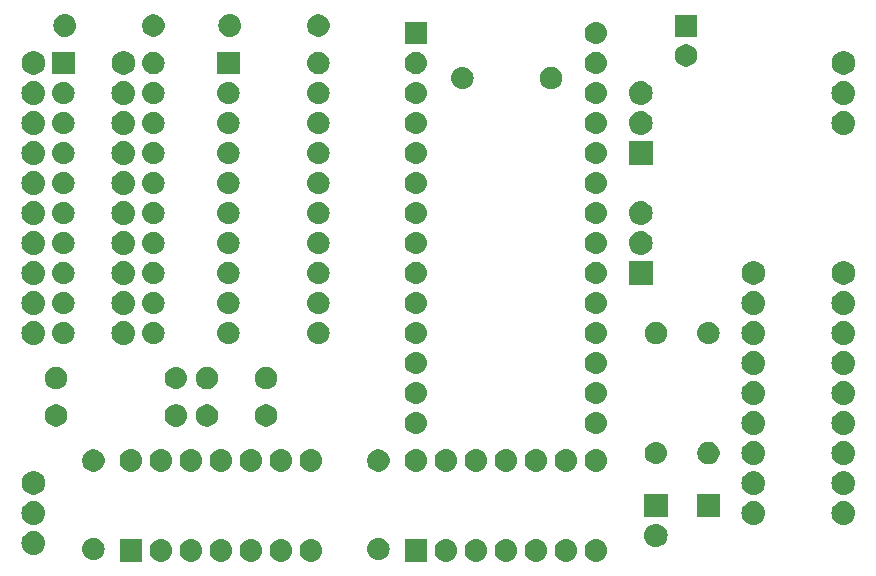
<source format=gts>
G04 #@! TF.GenerationSoftware,KiCad,Pcbnew,5.0.2-bee76a0~70~ubuntu16.04.1*
G04 #@! TF.CreationDate,2019-04-16T16:13:36+01:00*
G04 #@! TF.ProjectId,AtomRamAndNoiseKiller,41746f6d-5261-46d4-916e-644e6f697365,rev?*
G04 #@! TF.SameCoordinates,PX8e4fe28PY93c3260*
G04 #@! TF.FileFunction,Soldermask,Top*
G04 #@! TF.FilePolarity,Negative*
%FSLAX46Y46*%
G04 Gerber Fmt 4.6, Leading zero omitted, Abs format (unit mm)*
G04 Created by KiCad (PCBNEW 5.0.2-bee76a0~70~ubuntu16.04.1) date Tue 16 Apr 2019 16:13:36 BST*
%MOMM*%
%LPD*%
G01*
G04 APERTURE LIST*
%ADD10C,0.100000*%
G04 APERTURE END LIST*
D10*
G36*
X51621232Y4111254D02*
X51800311Y4056931D01*
X51965344Y3968719D01*
X52110001Y3850001D01*
X52228719Y3705344D01*
X52316931Y3540311D01*
X52316932Y3540308D01*
X52371254Y3361232D01*
X52389596Y3175000D01*
X52371254Y2988768D01*
X52353334Y2929692D01*
X52316931Y2809689D01*
X52228719Y2644656D01*
X52110001Y2499999D01*
X51965344Y2381281D01*
X51800311Y2293069D01*
X51621232Y2238746D01*
X51481665Y2225000D01*
X51388335Y2225000D01*
X51248768Y2238746D01*
X51069689Y2293069D01*
X50904656Y2381281D01*
X50759999Y2499999D01*
X50641281Y2644656D01*
X50553069Y2809689D01*
X50516667Y2929692D01*
X50498746Y2988768D01*
X50480404Y3175000D01*
X50498746Y3361232D01*
X50553068Y3540308D01*
X50553069Y3540311D01*
X50641281Y3705344D01*
X50759999Y3850001D01*
X50904656Y3968719D01*
X51069689Y4056931D01*
X51248768Y4111254D01*
X51388335Y4125000D01*
X51481665Y4125000D01*
X51621232Y4111254D01*
X51621232Y4111254D01*
G37*
G36*
X49081232Y4111254D02*
X49260311Y4056931D01*
X49425344Y3968719D01*
X49570001Y3850001D01*
X49688719Y3705344D01*
X49776931Y3540311D01*
X49776932Y3540308D01*
X49831254Y3361232D01*
X49849596Y3175000D01*
X49831254Y2988768D01*
X49813334Y2929692D01*
X49776931Y2809689D01*
X49688719Y2644656D01*
X49570001Y2499999D01*
X49425344Y2381281D01*
X49260311Y2293069D01*
X49081232Y2238746D01*
X48941665Y2225000D01*
X48848335Y2225000D01*
X48708768Y2238746D01*
X48529689Y2293069D01*
X48364656Y2381281D01*
X48219999Y2499999D01*
X48101281Y2644656D01*
X48013069Y2809689D01*
X47976667Y2929692D01*
X47958746Y2988768D01*
X47940404Y3175000D01*
X47958746Y3361232D01*
X48013068Y3540308D01*
X48013069Y3540311D01*
X48101281Y3705344D01*
X48219999Y3850001D01*
X48364656Y3968719D01*
X48529689Y4056931D01*
X48708768Y4111254D01*
X48848335Y4125000D01*
X48941665Y4125000D01*
X49081232Y4111254D01*
X49081232Y4111254D01*
G37*
G36*
X27491232Y4111254D02*
X27670311Y4056931D01*
X27835344Y3968719D01*
X27980001Y3850001D01*
X28098719Y3705344D01*
X28186931Y3540311D01*
X28186932Y3540308D01*
X28241254Y3361232D01*
X28259596Y3175000D01*
X28241254Y2988768D01*
X28223334Y2929692D01*
X28186931Y2809689D01*
X28098719Y2644656D01*
X27980001Y2499999D01*
X27835344Y2381281D01*
X27670311Y2293069D01*
X27670308Y2293068D01*
X27491232Y2238746D01*
X27351665Y2225000D01*
X27258335Y2225000D01*
X27118768Y2238746D01*
X26939692Y2293068D01*
X26939689Y2293069D01*
X26774656Y2381281D01*
X26629999Y2499999D01*
X26511281Y2644656D01*
X26423069Y2809689D01*
X26386667Y2929692D01*
X26368746Y2988768D01*
X26350404Y3175000D01*
X26368746Y3361232D01*
X26423068Y3540308D01*
X26423069Y3540311D01*
X26511281Y3705344D01*
X26629999Y3850001D01*
X26774656Y3968719D01*
X26939689Y4056931D01*
X27118768Y4111254D01*
X27258335Y4125000D01*
X27351665Y4125000D01*
X27491232Y4111254D01*
X27491232Y4111254D01*
G37*
G36*
X24951232Y4111254D02*
X25130311Y4056931D01*
X25295344Y3968719D01*
X25440001Y3850001D01*
X25558719Y3705344D01*
X25646931Y3540311D01*
X25646932Y3540308D01*
X25701254Y3361232D01*
X25719596Y3175000D01*
X25701254Y2988768D01*
X25683334Y2929692D01*
X25646931Y2809689D01*
X25558719Y2644656D01*
X25440001Y2499999D01*
X25295344Y2381281D01*
X25130311Y2293069D01*
X25130308Y2293068D01*
X24951232Y2238746D01*
X24811665Y2225000D01*
X24718335Y2225000D01*
X24578768Y2238746D01*
X24399692Y2293068D01*
X24399689Y2293069D01*
X24234656Y2381281D01*
X24089999Y2499999D01*
X23971281Y2644656D01*
X23883069Y2809689D01*
X23846667Y2929692D01*
X23828746Y2988768D01*
X23810404Y3175000D01*
X23828746Y3361232D01*
X23883068Y3540308D01*
X23883069Y3540311D01*
X23971281Y3705344D01*
X24089999Y3850001D01*
X24234656Y3968719D01*
X24399689Y4056931D01*
X24578768Y4111254D01*
X24718335Y4125000D01*
X24811665Y4125000D01*
X24951232Y4111254D01*
X24951232Y4111254D01*
G37*
G36*
X22411232Y4111254D02*
X22590311Y4056931D01*
X22755344Y3968719D01*
X22900001Y3850001D01*
X23018719Y3705344D01*
X23106931Y3540311D01*
X23106932Y3540308D01*
X23161254Y3361232D01*
X23179596Y3175000D01*
X23161254Y2988768D01*
X23143334Y2929692D01*
X23106931Y2809689D01*
X23018719Y2644656D01*
X22900001Y2499999D01*
X22755344Y2381281D01*
X22590311Y2293069D01*
X22590308Y2293068D01*
X22411232Y2238746D01*
X22271665Y2225000D01*
X22178335Y2225000D01*
X22038768Y2238746D01*
X21859692Y2293068D01*
X21859689Y2293069D01*
X21694656Y2381281D01*
X21549999Y2499999D01*
X21431281Y2644656D01*
X21343069Y2809689D01*
X21306667Y2929692D01*
X21288746Y2988768D01*
X21270404Y3175000D01*
X21288746Y3361232D01*
X21343068Y3540308D01*
X21343069Y3540311D01*
X21431281Y3705344D01*
X21549999Y3850001D01*
X21694656Y3968719D01*
X21859689Y4056931D01*
X22038768Y4111254D01*
X22178335Y4125000D01*
X22271665Y4125000D01*
X22411232Y4111254D01*
X22411232Y4111254D01*
G37*
G36*
X19871232Y4111254D02*
X20050311Y4056931D01*
X20215344Y3968719D01*
X20360001Y3850001D01*
X20478719Y3705344D01*
X20566931Y3540311D01*
X20566932Y3540308D01*
X20621254Y3361232D01*
X20639596Y3175000D01*
X20621254Y2988768D01*
X20603334Y2929692D01*
X20566931Y2809689D01*
X20478719Y2644656D01*
X20360001Y2499999D01*
X20215344Y2381281D01*
X20050311Y2293069D01*
X20050308Y2293068D01*
X19871232Y2238746D01*
X19731665Y2225000D01*
X19638335Y2225000D01*
X19498768Y2238746D01*
X19319692Y2293068D01*
X19319689Y2293069D01*
X19154656Y2381281D01*
X19009999Y2499999D01*
X18891281Y2644656D01*
X18803069Y2809689D01*
X18766667Y2929692D01*
X18748746Y2988768D01*
X18730404Y3175000D01*
X18748746Y3361232D01*
X18803068Y3540308D01*
X18803069Y3540311D01*
X18891281Y3705344D01*
X19009999Y3850001D01*
X19154656Y3968719D01*
X19319689Y4056931D01*
X19498768Y4111254D01*
X19638335Y4125000D01*
X19731665Y4125000D01*
X19871232Y4111254D01*
X19871232Y4111254D01*
G37*
G36*
X17331232Y4111254D02*
X17510311Y4056931D01*
X17675344Y3968719D01*
X17820001Y3850001D01*
X17938719Y3705344D01*
X18026931Y3540311D01*
X18026932Y3540308D01*
X18081254Y3361232D01*
X18099596Y3175000D01*
X18081254Y2988768D01*
X18063334Y2929692D01*
X18026931Y2809689D01*
X17938719Y2644656D01*
X17820001Y2499999D01*
X17675344Y2381281D01*
X17510311Y2293069D01*
X17510308Y2293068D01*
X17331232Y2238746D01*
X17191665Y2225000D01*
X17098335Y2225000D01*
X16958768Y2238746D01*
X16779692Y2293068D01*
X16779689Y2293069D01*
X16614656Y2381281D01*
X16469999Y2499999D01*
X16351281Y2644656D01*
X16263069Y2809689D01*
X16226667Y2929692D01*
X16208746Y2988768D01*
X16190404Y3175000D01*
X16208746Y3361232D01*
X16263068Y3540308D01*
X16263069Y3540311D01*
X16351281Y3705344D01*
X16469999Y3850001D01*
X16614656Y3968719D01*
X16779689Y4056931D01*
X16958768Y4111254D01*
X17098335Y4125000D01*
X17191665Y4125000D01*
X17331232Y4111254D01*
X17331232Y4111254D01*
G37*
G36*
X14791232Y4111254D02*
X14970311Y4056931D01*
X15135344Y3968719D01*
X15280001Y3850001D01*
X15398719Y3705344D01*
X15486931Y3540311D01*
X15486932Y3540308D01*
X15541254Y3361232D01*
X15559596Y3175000D01*
X15541254Y2988768D01*
X15523334Y2929692D01*
X15486931Y2809689D01*
X15398719Y2644656D01*
X15280001Y2499999D01*
X15135344Y2381281D01*
X14970311Y2293069D01*
X14970308Y2293068D01*
X14791232Y2238746D01*
X14651665Y2225000D01*
X14558335Y2225000D01*
X14418768Y2238746D01*
X14239692Y2293068D01*
X14239689Y2293069D01*
X14074656Y2381281D01*
X13929999Y2499999D01*
X13811281Y2644656D01*
X13723069Y2809689D01*
X13686667Y2929692D01*
X13668746Y2988768D01*
X13650404Y3175000D01*
X13668746Y3361232D01*
X13723068Y3540308D01*
X13723069Y3540311D01*
X13811281Y3705344D01*
X13929999Y3850001D01*
X14074656Y3968719D01*
X14239689Y4056931D01*
X14418768Y4111254D01*
X14558335Y4125000D01*
X14651665Y4125000D01*
X14791232Y4111254D01*
X14791232Y4111254D01*
G37*
G36*
X37145000Y2225000D02*
X35245000Y2225000D01*
X35245000Y4125000D01*
X37145000Y4125000D01*
X37145000Y2225000D01*
X37145000Y2225000D01*
G37*
G36*
X38921232Y4111254D02*
X39100311Y4056931D01*
X39265344Y3968719D01*
X39410001Y3850001D01*
X39528719Y3705344D01*
X39616931Y3540311D01*
X39616932Y3540308D01*
X39671254Y3361232D01*
X39689596Y3175000D01*
X39671254Y2988768D01*
X39653334Y2929692D01*
X39616931Y2809689D01*
X39528719Y2644656D01*
X39410001Y2499999D01*
X39265344Y2381281D01*
X39100311Y2293069D01*
X39100308Y2293068D01*
X38921232Y2238746D01*
X38781665Y2225000D01*
X38688335Y2225000D01*
X38548768Y2238746D01*
X38369692Y2293068D01*
X38369689Y2293069D01*
X38204656Y2381281D01*
X38059999Y2499999D01*
X37941281Y2644656D01*
X37853069Y2809689D01*
X37816667Y2929692D01*
X37798746Y2988768D01*
X37780404Y3175000D01*
X37798746Y3361232D01*
X37853068Y3540308D01*
X37853069Y3540311D01*
X37941281Y3705344D01*
X38059999Y3850001D01*
X38204656Y3968719D01*
X38369689Y4056931D01*
X38548768Y4111254D01*
X38688335Y4125000D01*
X38781665Y4125000D01*
X38921232Y4111254D01*
X38921232Y4111254D01*
G37*
G36*
X41461232Y4111254D02*
X41640311Y4056931D01*
X41805344Y3968719D01*
X41950001Y3850001D01*
X42068719Y3705344D01*
X42156931Y3540311D01*
X42156932Y3540308D01*
X42211254Y3361232D01*
X42229596Y3175000D01*
X42211254Y2988768D01*
X42193334Y2929692D01*
X42156931Y2809689D01*
X42068719Y2644656D01*
X41950001Y2499999D01*
X41805344Y2381281D01*
X41640311Y2293069D01*
X41640308Y2293068D01*
X41461232Y2238746D01*
X41321665Y2225000D01*
X41228335Y2225000D01*
X41088768Y2238746D01*
X40909692Y2293068D01*
X40909689Y2293069D01*
X40744656Y2381281D01*
X40599999Y2499999D01*
X40481281Y2644656D01*
X40393069Y2809689D01*
X40356667Y2929692D01*
X40338746Y2988768D01*
X40320404Y3175000D01*
X40338746Y3361232D01*
X40393068Y3540308D01*
X40393069Y3540311D01*
X40481281Y3705344D01*
X40599999Y3850001D01*
X40744656Y3968719D01*
X40909689Y4056931D01*
X41088768Y4111254D01*
X41228335Y4125000D01*
X41321665Y4125000D01*
X41461232Y4111254D01*
X41461232Y4111254D01*
G37*
G36*
X44001232Y4111254D02*
X44180311Y4056931D01*
X44345344Y3968719D01*
X44490001Y3850001D01*
X44608719Y3705344D01*
X44696931Y3540311D01*
X44696932Y3540308D01*
X44751254Y3361232D01*
X44769596Y3175000D01*
X44751254Y2988768D01*
X44733334Y2929692D01*
X44696931Y2809689D01*
X44608719Y2644656D01*
X44490001Y2499999D01*
X44345344Y2381281D01*
X44180311Y2293069D01*
X44180308Y2293068D01*
X44001232Y2238746D01*
X43861665Y2225000D01*
X43768335Y2225000D01*
X43628768Y2238746D01*
X43449692Y2293068D01*
X43449689Y2293069D01*
X43284656Y2381281D01*
X43139999Y2499999D01*
X43021281Y2644656D01*
X42933069Y2809689D01*
X42896667Y2929692D01*
X42878746Y2988768D01*
X42860404Y3175000D01*
X42878746Y3361232D01*
X42933068Y3540308D01*
X42933069Y3540311D01*
X43021281Y3705344D01*
X43139999Y3850001D01*
X43284656Y3968719D01*
X43449689Y4056931D01*
X43628768Y4111254D01*
X43768335Y4125000D01*
X43861665Y4125000D01*
X44001232Y4111254D01*
X44001232Y4111254D01*
G37*
G36*
X46541232Y4111254D02*
X46720311Y4056931D01*
X46885344Y3968719D01*
X47030001Y3850001D01*
X47148719Y3705344D01*
X47236931Y3540311D01*
X47236932Y3540308D01*
X47291254Y3361232D01*
X47309596Y3175000D01*
X47291254Y2988768D01*
X47273334Y2929692D01*
X47236931Y2809689D01*
X47148719Y2644656D01*
X47030001Y2499999D01*
X46885344Y2381281D01*
X46720311Y2293069D01*
X46720308Y2293068D01*
X46541232Y2238746D01*
X46401665Y2225000D01*
X46308335Y2225000D01*
X46168768Y2238746D01*
X45989692Y2293068D01*
X45989689Y2293069D01*
X45824656Y2381281D01*
X45679999Y2499999D01*
X45561281Y2644656D01*
X45473069Y2809689D01*
X45436667Y2929692D01*
X45418746Y2988768D01*
X45400404Y3175000D01*
X45418746Y3361232D01*
X45473068Y3540308D01*
X45473069Y3540311D01*
X45561281Y3705344D01*
X45679999Y3850001D01*
X45824656Y3968719D01*
X45989689Y4056931D01*
X46168768Y4111254D01*
X46308335Y4125000D01*
X46401665Y4125000D01*
X46541232Y4111254D01*
X46541232Y4111254D01*
G37*
G36*
X13015000Y2225000D02*
X11115000Y2225000D01*
X11115000Y4125000D01*
X13015000Y4125000D01*
X13015000Y2225000D01*
X13015000Y2225000D01*
G37*
G36*
X9076232Y4231254D02*
X9197279Y4194535D01*
X9255311Y4176931D01*
X9420344Y4088719D01*
X9565001Y3970001D01*
X9683719Y3825344D01*
X9771931Y3660311D01*
X9771932Y3660308D01*
X9815509Y3516652D01*
X9826254Y3481232D01*
X9844596Y3295000D01*
X9826254Y3108768D01*
X9771931Y2929689D01*
X9683719Y2764656D01*
X9565001Y2619999D01*
X9420344Y2501281D01*
X9255311Y2413069D01*
X9076232Y2358746D01*
X8936665Y2345000D01*
X8843335Y2345000D01*
X8703768Y2358746D01*
X8524689Y2413069D01*
X8359656Y2501281D01*
X8214999Y2619999D01*
X8096281Y2764656D01*
X8008069Y2929689D01*
X7953746Y3108768D01*
X7935404Y3295000D01*
X7953746Y3481232D01*
X7964491Y3516652D01*
X8008068Y3660308D01*
X8008069Y3660311D01*
X8096281Y3825344D01*
X8214999Y3970001D01*
X8359656Y4088719D01*
X8524689Y4176931D01*
X8582722Y4194535D01*
X8703768Y4231254D01*
X8843335Y4245000D01*
X8936665Y4245000D01*
X9076232Y4231254D01*
X9076232Y4231254D01*
G37*
G36*
X33206232Y4231254D02*
X33327279Y4194535D01*
X33385311Y4176931D01*
X33550344Y4088719D01*
X33695001Y3970001D01*
X33813719Y3825344D01*
X33901931Y3660311D01*
X33901932Y3660308D01*
X33945509Y3516652D01*
X33956254Y3481232D01*
X33974596Y3295000D01*
X33956254Y3108768D01*
X33901931Y2929689D01*
X33813719Y2764656D01*
X33695001Y2619999D01*
X33550344Y2501281D01*
X33385311Y2413069D01*
X33385308Y2413068D01*
X33206232Y2358746D01*
X33066665Y2345000D01*
X32973335Y2345000D01*
X32833768Y2358746D01*
X32654692Y2413068D01*
X32654689Y2413069D01*
X32489656Y2501281D01*
X32344999Y2619999D01*
X32226281Y2764656D01*
X32138069Y2929689D01*
X32083746Y3108768D01*
X32065404Y3295000D01*
X32083746Y3481232D01*
X32094491Y3516652D01*
X32138068Y3660308D01*
X32138069Y3660311D01*
X32226281Y3825344D01*
X32344999Y3970001D01*
X32489656Y4088719D01*
X32654689Y4176931D01*
X32712722Y4194535D01*
X32833768Y4231254D01*
X32973335Y4245000D01*
X33066665Y4245000D01*
X33206232Y4231254D01*
X33206232Y4231254D01*
G37*
G36*
X4006034Y4795530D02*
X4194538Y4738348D01*
X4368257Y4645493D01*
X4368259Y4645492D01*
X4368258Y4645492D01*
X4520528Y4520528D01*
X4634288Y4381910D01*
X4645493Y4368257D01*
X4738348Y4194538D01*
X4795530Y4006034D01*
X4814838Y3810000D01*
X4795530Y3613966D01*
X4738348Y3425462D01*
X4704016Y3361232D01*
X4645492Y3251742D01*
X4520528Y3099472D01*
X4385634Y2988768D01*
X4368257Y2974507D01*
X4194538Y2881652D01*
X4006034Y2824470D01*
X3859121Y2810000D01*
X3760879Y2810000D01*
X3613966Y2824470D01*
X3425462Y2881652D01*
X3251743Y2974507D01*
X3234366Y2988768D01*
X3099472Y3099472D01*
X2974508Y3251742D01*
X2915984Y3361232D01*
X2881652Y3425462D01*
X2824470Y3613966D01*
X2805162Y3810000D01*
X2824470Y4006034D01*
X2881652Y4194538D01*
X2974507Y4368257D01*
X2985712Y4381910D01*
X3099472Y4520528D01*
X3251742Y4645492D01*
X3251741Y4645492D01*
X3251743Y4645493D01*
X3425462Y4738348D01*
X3613966Y4795530D01*
X3760879Y4810000D01*
X3859121Y4810000D01*
X4006034Y4795530D01*
X4006034Y4795530D01*
G37*
G36*
X56711034Y5430530D02*
X56899538Y5373348D01*
X57073257Y5280493D01*
X57073259Y5280492D01*
X57073258Y5280492D01*
X57225528Y5155528D01*
X57339288Y5016910D01*
X57350493Y5003257D01*
X57443348Y4829538D01*
X57500530Y4641034D01*
X57519838Y4445000D01*
X57500530Y4248966D01*
X57443348Y4060462D01*
X57350493Y3886743D01*
X57350492Y3886742D01*
X57225528Y3734472D01*
X57135158Y3660308D01*
X57073257Y3609507D01*
X56899538Y3516652D01*
X56711034Y3459470D01*
X56564121Y3445000D01*
X56465879Y3445000D01*
X56318966Y3459470D01*
X56130462Y3516652D01*
X55956743Y3609507D01*
X55894842Y3660308D01*
X55804472Y3734472D01*
X55679508Y3886742D01*
X55679507Y3886743D01*
X55586652Y4060462D01*
X55529470Y4248966D01*
X55510162Y4445000D01*
X55529470Y4641034D01*
X55586652Y4829538D01*
X55679507Y5003257D01*
X55690712Y5016910D01*
X55804472Y5155528D01*
X55956742Y5280492D01*
X55956741Y5280492D01*
X55956743Y5280493D01*
X56130462Y5373348D01*
X56318966Y5430530D01*
X56465879Y5445000D01*
X56564121Y5445000D01*
X56711034Y5430530D01*
X56711034Y5430530D01*
G37*
G36*
X4006034Y7335530D02*
X4194538Y7278348D01*
X4368257Y7185493D01*
X4368259Y7185492D01*
X4368258Y7185492D01*
X4520528Y7060528D01*
X4634288Y6921910D01*
X4645493Y6908257D01*
X4738348Y6734538D01*
X4795530Y6546034D01*
X4814838Y6350000D01*
X4795530Y6153966D01*
X4738348Y5965462D01*
X4645493Y5791743D01*
X4645492Y5791742D01*
X4520528Y5639472D01*
X4381910Y5525712D01*
X4368257Y5514507D01*
X4194538Y5421652D01*
X4006034Y5364470D01*
X3859121Y5350000D01*
X3760879Y5350000D01*
X3613966Y5364470D01*
X3425462Y5421652D01*
X3251743Y5514507D01*
X3238090Y5525712D01*
X3099472Y5639472D01*
X2974508Y5791742D01*
X2974507Y5791743D01*
X2881652Y5965462D01*
X2824470Y6153966D01*
X2805162Y6350000D01*
X2824470Y6546034D01*
X2881652Y6734538D01*
X2974507Y6908257D01*
X2985712Y6921910D01*
X3099472Y7060528D01*
X3251742Y7185492D01*
X3251741Y7185492D01*
X3251743Y7185493D01*
X3425462Y7278348D01*
X3613966Y7335530D01*
X3760879Y7350000D01*
X3859121Y7350000D01*
X4006034Y7335530D01*
X4006034Y7335530D01*
G37*
G36*
X64966034Y7335530D02*
X65154538Y7278348D01*
X65328257Y7185493D01*
X65328259Y7185492D01*
X65328258Y7185492D01*
X65480528Y7060528D01*
X65594288Y6921910D01*
X65605493Y6908257D01*
X65698348Y6734538D01*
X65755530Y6546034D01*
X65774838Y6350000D01*
X65755530Y6153966D01*
X65698348Y5965462D01*
X65605493Y5791743D01*
X65605492Y5791742D01*
X65480528Y5639472D01*
X65341910Y5525712D01*
X65328257Y5514507D01*
X65154538Y5421652D01*
X64966034Y5364470D01*
X64819121Y5350000D01*
X64720879Y5350000D01*
X64573966Y5364470D01*
X64385462Y5421652D01*
X64211743Y5514507D01*
X64198090Y5525712D01*
X64059472Y5639472D01*
X63934508Y5791742D01*
X63934507Y5791743D01*
X63841652Y5965462D01*
X63784470Y6153966D01*
X63765162Y6350000D01*
X63784470Y6546034D01*
X63841652Y6734538D01*
X63934507Y6908257D01*
X63945712Y6921910D01*
X64059472Y7060528D01*
X64211742Y7185492D01*
X64211741Y7185492D01*
X64211743Y7185493D01*
X64385462Y7278348D01*
X64573966Y7335530D01*
X64720879Y7350000D01*
X64819121Y7350000D01*
X64966034Y7335530D01*
X64966034Y7335530D01*
G37*
G36*
X72586034Y7335530D02*
X72774538Y7278348D01*
X72948257Y7185493D01*
X72948259Y7185492D01*
X72948258Y7185492D01*
X73100528Y7060528D01*
X73214288Y6921910D01*
X73225493Y6908257D01*
X73318348Y6734538D01*
X73375530Y6546034D01*
X73394838Y6350000D01*
X73375530Y6153966D01*
X73318348Y5965462D01*
X73225493Y5791743D01*
X73225492Y5791742D01*
X73100528Y5639472D01*
X72961910Y5525712D01*
X72948257Y5514507D01*
X72774538Y5421652D01*
X72586034Y5364470D01*
X72439121Y5350000D01*
X72340879Y5350000D01*
X72193966Y5364470D01*
X72005462Y5421652D01*
X71831743Y5514507D01*
X71818090Y5525712D01*
X71679472Y5639472D01*
X71554508Y5791742D01*
X71554507Y5791743D01*
X71461652Y5965462D01*
X71404470Y6153966D01*
X71385162Y6350000D01*
X71404470Y6546034D01*
X71461652Y6734538D01*
X71554507Y6908257D01*
X71565712Y6921910D01*
X71679472Y7060528D01*
X71831742Y7185492D01*
X71831741Y7185492D01*
X71831743Y7185493D01*
X72005462Y7278348D01*
X72193966Y7335530D01*
X72340879Y7350000D01*
X72439121Y7350000D01*
X72586034Y7335530D01*
X72586034Y7335530D01*
G37*
G36*
X57515000Y5985000D02*
X55515000Y5985000D01*
X55515000Y7985000D01*
X57515000Y7985000D01*
X57515000Y5985000D01*
X57515000Y5985000D01*
G37*
G36*
X61960000Y5985000D02*
X59960000Y5985000D01*
X59960000Y7985000D01*
X61960000Y7985000D01*
X61960000Y5985000D01*
X61960000Y5985000D01*
G37*
G36*
X4101689Y9851571D02*
X4283678Y9776189D01*
X4447463Y9666751D01*
X4586751Y9527463D01*
X4696189Y9363678D01*
X4771571Y9181689D01*
X4810000Y8988491D01*
X4810000Y8791509D01*
X4771571Y8598311D01*
X4696189Y8416322D01*
X4586751Y8252537D01*
X4447463Y8113249D01*
X4283678Y8003811D01*
X4101689Y7928429D01*
X3908491Y7890000D01*
X3711509Y7890000D01*
X3518311Y7928429D01*
X3336322Y8003811D01*
X3172537Y8113249D01*
X3033249Y8252537D01*
X2923811Y8416322D01*
X2848429Y8598311D01*
X2810000Y8791509D01*
X2810000Y8988491D01*
X2848429Y9181689D01*
X2923811Y9363678D01*
X3033249Y9527463D01*
X3172537Y9666751D01*
X3336322Y9776189D01*
X3518311Y9851571D01*
X3711509Y9890000D01*
X3908491Y9890000D01*
X4101689Y9851571D01*
X4101689Y9851571D01*
G37*
G36*
X72586034Y9875530D02*
X72641364Y9858746D01*
X72774538Y9818348D01*
X72948257Y9725493D01*
X72948259Y9725492D01*
X72948258Y9725492D01*
X73100528Y9600528D01*
X73214288Y9461910D01*
X73225493Y9448257D01*
X73318348Y9274538D01*
X73375530Y9086034D01*
X73394838Y8890000D01*
X73375530Y8693966D01*
X73318348Y8505462D01*
X73270699Y8416318D01*
X73225492Y8331742D01*
X73100528Y8179472D01*
X72961910Y8065712D01*
X72948257Y8054507D01*
X72774538Y7961652D01*
X72586034Y7904470D01*
X72439121Y7890000D01*
X72340879Y7890000D01*
X72193966Y7904470D01*
X72005462Y7961652D01*
X71831743Y8054507D01*
X71818090Y8065712D01*
X71679472Y8179472D01*
X71554508Y8331742D01*
X71509301Y8416318D01*
X71461652Y8505462D01*
X71404470Y8693966D01*
X71385162Y8890000D01*
X71404470Y9086034D01*
X71461652Y9274538D01*
X71554507Y9448257D01*
X71565712Y9461910D01*
X71679472Y9600528D01*
X71831742Y9725492D01*
X71831741Y9725492D01*
X71831743Y9725493D01*
X72005462Y9818348D01*
X72138637Y9858746D01*
X72193966Y9875530D01*
X72340879Y9890000D01*
X72439121Y9890000D01*
X72586034Y9875530D01*
X72586034Y9875530D01*
G37*
G36*
X64966034Y9875530D02*
X65021364Y9858746D01*
X65154538Y9818348D01*
X65328257Y9725493D01*
X65328259Y9725492D01*
X65328258Y9725492D01*
X65480528Y9600528D01*
X65594288Y9461910D01*
X65605493Y9448257D01*
X65698348Y9274538D01*
X65755530Y9086034D01*
X65774838Y8890000D01*
X65755530Y8693966D01*
X65698348Y8505462D01*
X65650699Y8416318D01*
X65605492Y8331742D01*
X65480528Y8179472D01*
X65341910Y8065712D01*
X65328257Y8054507D01*
X65154538Y7961652D01*
X64966034Y7904470D01*
X64819121Y7890000D01*
X64720879Y7890000D01*
X64573966Y7904470D01*
X64385462Y7961652D01*
X64211743Y8054507D01*
X64198090Y8065712D01*
X64059472Y8179472D01*
X63934508Y8331742D01*
X63889301Y8416318D01*
X63841652Y8505462D01*
X63784470Y8693966D01*
X63765162Y8890000D01*
X63784470Y9086034D01*
X63841652Y9274538D01*
X63934507Y9448257D01*
X63945712Y9461910D01*
X64059472Y9600528D01*
X64211742Y9725492D01*
X64211741Y9725492D01*
X64211743Y9725493D01*
X64385462Y9818348D01*
X64518637Y9858746D01*
X64573966Y9875530D01*
X64720879Y9890000D01*
X64819121Y9890000D01*
X64966034Y9875530D01*
X64966034Y9875530D01*
G37*
G36*
X22411232Y11731254D02*
X22590311Y11676931D01*
X22755344Y11588719D01*
X22900001Y11470001D01*
X23018719Y11325344D01*
X23106931Y11160311D01*
X23106932Y11160308D01*
X23161254Y10981232D01*
X23179596Y10795000D01*
X23161254Y10608768D01*
X23126363Y10493746D01*
X23106931Y10429689D01*
X23018719Y10264656D01*
X22900001Y10119999D01*
X22755344Y10001281D01*
X22590311Y9913069D01*
X22590308Y9913068D01*
X22411232Y9858746D01*
X22271665Y9845000D01*
X22178335Y9845000D01*
X22038768Y9858746D01*
X21859692Y9913068D01*
X21859689Y9913069D01*
X21694656Y10001281D01*
X21549999Y10119999D01*
X21431281Y10264656D01*
X21343069Y10429689D01*
X21323638Y10493746D01*
X21288746Y10608768D01*
X21270404Y10795000D01*
X21288746Y10981232D01*
X21343068Y11160308D01*
X21343069Y11160311D01*
X21431281Y11325344D01*
X21549999Y11470001D01*
X21694656Y11588719D01*
X21859689Y11676931D01*
X22038768Y11731254D01*
X22178335Y11745000D01*
X22271665Y11745000D01*
X22411232Y11731254D01*
X22411232Y11731254D01*
G37*
G36*
X12251232Y11731254D02*
X12430311Y11676931D01*
X12595344Y11588719D01*
X12740001Y11470001D01*
X12858719Y11325344D01*
X12946931Y11160311D01*
X12946932Y11160308D01*
X13001254Y10981232D01*
X13019596Y10795000D01*
X13001254Y10608768D01*
X12966363Y10493746D01*
X12946931Y10429689D01*
X12858719Y10264656D01*
X12740001Y10119999D01*
X12595344Y10001281D01*
X12430311Y9913069D01*
X12430308Y9913068D01*
X12251232Y9858746D01*
X12111665Y9845000D01*
X12018335Y9845000D01*
X11878768Y9858746D01*
X11699692Y9913068D01*
X11699689Y9913069D01*
X11534656Y10001281D01*
X11389999Y10119999D01*
X11271281Y10264656D01*
X11183069Y10429689D01*
X11163638Y10493746D01*
X11128746Y10608768D01*
X11110404Y10795000D01*
X11128746Y10981232D01*
X11183068Y11160308D01*
X11183069Y11160311D01*
X11271281Y11325344D01*
X11389999Y11470001D01*
X11534656Y11588719D01*
X11699689Y11676931D01*
X11878768Y11731254D01*
X12018335Y11745000D01*
X12111665Y11745000D01*
X12251232Y11731254D01*
X12251232Y11731254D01*
G37*
G36*
X9167105Y11708492D02*
X9339994Y11636879D01*
X9495590Y11532913D01*
X9627913Y11400590D01*
X9731879Y11244994D01*
X9803492Y11072105D01*
X9840000Y10888567D01*
X9840000Y10701433D01*
X9803492Y10517895D01*
X9731879Y10345006D01*
X9627913Y10189410D01*
X9495590Y10057087D01*
X9339994Y9953121D01*
X9167105Y9881508D01*
X8983567Y9845000D01*
X8796433Y9845000D01*
X8612895Y9881508D01*
X8440006Y9953121D01*
X8284410Y10057087D01*
X8152087Y10189410D01*
X8048121Y10345006D01*
X7976508Y10517895D01*
X7940000Y10701433D01*
X7940000Y10888567D01*
X7976508Y11072105D01*
X8048121Y11244994D01*
X8152087Y11400590D01*
X8284410Y11532913D01*
X8440006Y11636879D01*
X8612895Y11708492D01*
X8796433Y11745000D01*
X8983567Y11745000D01*
X9167105Y11708492D01*
X9167105Y11708492D01*
G37*
G36*
X38921232Y11731254D02*
X39100311Y11676931D01*
X39265344Y11588719D01*
X39410001Y11470001D01*
X39528719Y11325344D01*
X39616931Y11160311D01*
X39616932Y11160308D01*
X39671254Y10981232D01*
X39689596Y10795000D01*
X39671254Y10608768D01*
X39636363Y10493746D01*
X39616931Y10429689D01*
X39528719Y10264656D01*
X39410001Y10119999D01*
X39265344Y10001281D01*
X39100311Y9913069D01*
X39100308Y9913068D01*
X38921232Y9858746D01*
X38781665Y9845000D01*
X38688335Y9845000D01*
X38548768Y9858746D01*
X38369692Y9913068D01*
X38369689Y9913069D01*
X38204656Y10001281D01*
X38059999Y10119999D01*
X37941281Y10264656D01*
X37853069Y10429689D01*
X37833638Y10493746D01*
X37798746Y10608768D01*
X37780404Y10795000D01*
X37798746Y10981232D01*
X37853068Y11160308D01*
X37853069Y11160311D01*
X37941281Y11325344D01*
X38059999Y11470001D01*
X38204656Y11588719D01*
X38369689Y11676931D01*
X38548768Y11731254D01*
X38688335Y11745000D01*
X38781665Y11745000D01*
X38921232Y11731254D01*
X38921232Y11731254D01*
G37*
G36*
X14791232Y11731254D02*
X14970311Y11676931D01*
X15135344Y11588719D01*
X15280001Y11470001D01*
X15398719Y11325344D01*
X15486931Y11160311D01*
X15486932Y11160308D01*
X15541254Y10981232D01*
X15559596Y10795000D01*
X15541254Y10608768D01*
X15506363Y10493746D01*
X15486931Y10429689D01*
X15398719Y10264656D01*
X15280001Y10119999D01*
X15135344Y10001281D01*
X14970311Y9913069D01*
X14970308Y9913068D01*
X14791232Y9858746D01*
X14651665Y9845000D01*
X14558335Y9845000D01*
X14418768Y9858746D01*
X14239692Y9913068D01*
X14239689Y9913069D01*
X14074656Y10001281D01*
X13929999Y10119999D01*
X13811281Y10264656D01*
X13723069Y10429689D01*
X13703638Y10493746D01*
X13668746Y10608768D01*
X13650404Y10795000D01*
X13668746Y10981232D01*
X13723068Y11160308D01*
X13723069Y11160311D01*
X13811281Y11325344D01*
X13929999Y11470001D01*
X14074656Y11588719D01*
X14239689Y11676931D01*
X14418768Y11731254D01*
X14558335Y11745000D01*
X14651665Y11745000D01*
X14791232Y11731254D01*
X14791232Y11731254D01*
G37*
G36*
X41461232Y11731254D02*
X41640311Y11676931D01*
X41805344Y11588719D01*
X41950001Y11470001D01*
X42068719Y11325344D01*
X42156931Y11160311D01*
X42156932Y11160308D01*
X42211254Y10981232D01*
X42229596Y10795000D01*
X42211254Y10608768D01*
X42176363Y10493746D01*
X42156931Y10429689D01*
X42068719Y10264656D01*
X41950001Y10119999D01*
X41805344Y10001281D01*
X41640311Y9913069D01*
X41640308Y9913068D01*
X41461232Y9858746D01*
X41321665Y9845000D01*
X41228335Y9845000D01*
X41088768Y9858746D01*
X40909692Y9913068D01*
X40909689Y9913069D01*
X40744656Y10001281D01*
X40599999Y10119999D01*
X40481281Y10264656D01*
X40393069Y10429689D01*
X40373638Y10493746D01*
X40338746Y10608768D01*
X40320404Y10795000D01*
X40338746Y10981232D01*
X40393068Y11160308D01*
X40393069Y11160311D01*
X40481281Y11325344D01*
X40599999Y11470001D01*
X40744656Y11588719D01*
X40909689Y11676931D01*
X41088768Y11731254D01*
X41228335Y11745000D01*
X41321665Y11745000D01*
X41461232Y11731254D01*
X41461232Y11731254D01*
G37*
G36*
X17331232Y11731254D02*
X17510311Y11676931D01*
X17675344Y11588719D01*
X17820001Y11470001D01*
X17938719Y11325344D01*
X18026931Y11160311D01*
X18026932Y11160308D01*
X18081254Y10981232D01*
X18099596Y10795000D01*
X18081254Y10608768D01*
X18046363Y10493746D01*
X18026931Y10429689D01*
X17938719Y10264656D01*
X17820001Y10119999D01*
X17675344Y10001281D01*
X17510311Y9913069D01*
X17510308Y9913068D01*
X17331232Y9858746D01*
X17191665Y9845000D01*
X17098335Y9845000D01*
X16958768Y9858746D01*
X16779692Y9913068D01*
X16779689Y9913069D01*
X16614656Y10001281D01*
X16469999Y10119999D01*
X16351281Y10264656D01*
X16263069Y10429689D01*
X16243638Y10493746D01*
X16208746Y10608768D01*
X16190404Y10795000D01*
X16208746Y10981232D01*
X16263068Y11160308D01*
X16263069Y11160311D01*
X16351281Y11325344D01*
X16469999Y11470001D01*
X16614656Y11588719D01*
X16779689Y11676931D01*
X16958768Y11731254D01*
X17098335Y11745000D01*
X17191665Y11745000D01*
X17331232Y11731254D01*
X17331232Y11731254D01*
G37*
G36*
X19871232Y11731254D02*
X20050311Y11676931D01*
X20215344Y11588719D01*
X20360001Y11470001D01*
X20478719Y11325344D01*
X20566931Y11160311D01*
X20566932Y11160308D01*
X20621254Y10981232D01*
X20639596Y10795000D01*
X20621254Y10608768D01*
X20586363Y10493746D01*
X20566931Y10429689D01*
X20478719Y10264656D01*
X20360001Y10119999D01*
X20215344Y10001281D01*
X20050311Y9913069D01*
X20050308Y9913068D01*
X19871232Y9858746D01*
X19731665Y9845000D01*
X19638335Y9845000D01*
X19498768Y9858746D01*
X19319692Y9913068D01*
X19319689Y9913069D01*
X19154656Y10001281D01*
X19009999Y10119999D01*
X18891281Y10264656D01*
X18803069Y10429689D01*
X18783638Y10493746D01*
X18748746Y10608768D01*
X18730404Y10795000D01*
X18748746Y10981232D01*
X18803068Y11160308D01*
X18803069Y11160311D01*
X18891281Y11325344D01*
X19009999Y11470001D01*
X19154656Y11588719D01*
X19319689Y11676931D01*
X19498768Y11731254D01*
X19638335Y11745000D01*
X19731665Y11745000D01*
X19871232Y11731254D01*
X19871232Y11731254D01*
G37*
G36*
X46541232Y11731254D02*
X46720311Y11676931D01*
X46885344Y11588719D01*
X47030001Y11470001D01*
X47148719Y11325344D01*
X47236931Y11160311D01*
X47236932Y11160308D01*
X47291254Y10981232D01*
X47309596Y10795000D01*
X47291254Y10608768D01*
X47256363Y10493746D01*
X47236931Y10429689D01*
X47148719Y10264656D01*
X47030001Y10119999D01*
X46885344Y10001281D01*
X46720311Y9913069D01*
X46720308Y9913068D01*
X46541232Y9858746D01*
X46401665Y9845000D01*
X46308335Y9845000D01*
X46168768Y9858746D01*
X45989692Y9913068D01*
X45989689Y9913069D01*
X45824656Y10001281D01*
X45679999Y10119999D01*
X45561281Y10264656D01*
X45473069Y10429689D01*
X45453638Y10493746D01*
X45418746Y10608768D01*
X45400404Y10795000D01*
X45418746Y10981232D01*
X45473068Y11160308D01*
X45473069Y11160311D01*
X45561281Y11325344D01*
X45679999Y11470001D01*
X45824656Y11588719D01*
X45989689Y11676931D01*
X46168768Y11731254D01*
X46308335Y11745000D01*
X46401665Y11745000D01*
X46541232Y11731254D01*
X46541232Y11731254D01*
G37*
G36*
X44001232Y11731254D02*
X44180311Y11676931D01*
X44345344Y11588719D01*
X44490001Y11470001D01*
X44608719Y11325344D01*
X44696931Y11160311D01*
X44696932Y11160308D01*
X44751254Y10981232D01*
X44769596Y10795000D01*
X44751254Y10608768D01*
X44716363Y10493746D01*
X44696931Y10429689D01*
X44608719Y10264656D01*
X44490001Y10119999D01*
X44345344Y10001281D01*
X44180311Y9913069D01*
X44180308Y9913068D01*
X44001232Y9858746D01*
X43861665Y9845000D01*
X43768335Y9845000D01*
X43628768Y9858746D01*
X43449692Y9913068D01*
X43449689Y9913069D01*
X43284656Y10001281D01*
X43139999Y10119999D01*
X43021281Y10264656D01*
X42933069Y10429689D01*
X42913638Y10493746D01*
X42878746Y10608768D01*
X42860404Y10795000D01*
X42878746Y10981232D01*
X42933068Y11160308D01*
X42933069Y11160311D01*
X43021281Y11325344D01*
X43139999Y11470001D01*
X43284656Y11588719D01*
X43449689Y11676931D01*
X43628768Y11731254D01*
X43768335Y11745000D01*
X43861665Y11745000D01*
X44001232Y11731254D01*
X44001232Y11731254D01*
G37*
G36*
X36381232Y11731254D02*
X36560311Y11676931D01*
X36725344Y11588719D01*
X36870001Y11470001D01*
X36988719Y11325344D01*
X37076931Y11160311D01*
X37076932Y11160308D01*
X37131254Y10981232D01*
X37149596Y10795000D01*
X37131254Y10608768D01*
X37096363Y10493746D01*
X37076931Y10429689D01*
X36988719Y10264656D01*
X36870001Y10119999D01*
X36725344Y10001281D01*
X36560311Y9913069D01*
X36560308Y9913068D01*
X36381232Y9858746D01*
X36241665Y9845000D01*
X36148335Y9845000D01*
X36008768Y9858746D01*
X35829692Y9913068D01*
X35829689Y9913069D01*
X35664656Y10001281D01*
X35519999Y10119999D01*
X35401281Y10264656D01*
X35313069Y10429689D01*
X35293638Y10493746D01*
X35258746Y10608768D01*
X35240404Y10795000D01*
X35258746Y10981232D01*
X35313068Y11160308D01*
X35313069Y11160311D01*
X35401281Y11325344D01*
X35519999Y11470001D01*
X35664656Y11588719D01*
X35829689Y11676931D01*
X36008768Y11731254D01*
X36148335Y11745000D01*
X36241665Y11745000D01*
X36381232Y11731254D01*
X36381232Y11731254D01*
G37*
G36*
X33297105Y11708492D02*
X33469994Y11636879D01*
X33625590Y11532913D01*
X33757913Y11400590D01*
X33861879Y11244994D01*
X33933492Y11072105D01*
X33970000Y10888567D01*
X33970000Y10701433D01*
X33933492Y10517895D01*
X33861879Y10345006D01*
X33757913Y10189410D01*
X33625590Y10057087D01*
X33469994Y9953121D01*
X33297105Y9881508D01*
X33113567Y9845000D01*
X32926433Y9845000D01*
X32742895Y9881508D01*
X32570006Y9953121D01*
X32414410Y10057087D01*
X32282087Y10189410D01*
X32178121Y10345006D01*
X32106508Y10517895D01*
X32070000Y10701433D01*
X32070000Y10888567D01*
X32106508Y11072105D01*
X32178121Y11244994D01*
X32282087Y11400590D01*
X32414410Y11532913D01*
X32570006Y11636879D01*
X32742895Y11708492D01*
X32926433Y11745000D01*
X33113567Y11745000D01*
X33297105Y11708492D01*
X33297105Y11708492D01*
G37*
G36*
X51621232Y11731254D02*
X51800311Y11676931D01*
X51965344Y11588719D01*
X52110001Y11470001D01*
X52228719Y11325344D01*
X52316931Y11160311D01*
X52316932Y11160308D01*
X52371254Y10981232D01*
X52389596Y10795000D01*
X52371254Y10608768D01*
X52336363Y10493746D01*
X52316931Y10429689D01*
X52228719Y10264656D01*
X52110001Y10119999D01*
X51965344Y10001281D01*
X51800311Y9913069D01*
X51800308Y9913068D01*
X51621232Y9858746D01*
X51481665Y9845000D01*
X51388335Y9845000D01*
X51248768Y9858746D01*
X51069692Y9913068D01*
X51069689Y9913069D01*
X50904656Y10001281D01*
X50759999Y10119999D01*
X50641281Y10264656D01*
X50553069Y10429689D01*
X50533638Y10493746D01*
X50498746Y10608768D01*
X50480404Y10795000D01*
X50498746Y10981232D01*
X50553068Y11160308D01*
X50553069Y11160311D01*
X50641281Y11325344D01*
X50759999Y11470001D01*
X50904656Y11588719D01*
X51069689Y11676931D01*
X51248768Y11731254D01*
X51388335Y11745000D01*
X51481665Y11745000D01*
X51621232Y11731254D01*
X51621232Y11731254D01*
G37*
G36*
X24951232Y11731254D02*
X25130311Y11676931D01*
X25295344Y11588719D01*
X25440001Y11470001D01*
X25558719Y11325344D01*
X25646931Y11160311D01*
X25646932Y11160308D01*
X25701254Y10981232D01*
X25719596Y10795000D01*
X25701254Y10608768D01*
X25666363Y10493746D01*
X25646931Y10429689D01*
X25558719Y10264656D01*
X25440001Y10119999D01*
X25295344Y10001281D01*
X25130311Y9913069D01*
X25130308Y9913068D01*
X24951232Y9858746D01*
X24811665Y9845000D01*
X24718335Y9845000D01*
X24578768Y9858746D01*
X24399692Y9913068D01*
X24399689Y9913069D01*
X24234656Y10001281D01*
X24089999Y10119999D01*
X23971281Y10264656D01*
X23883069Y10429689D01*
X23863638Y10493746D01*
X23828746Y10608768D01*
X23810404Y10795000D01*
X23828746Y10981232D01*
X23883068Y11160308D01*
X23883069Y11160311D01*
X23971281Y11325344D01*
X24089999Y11470001D01*
X24234656Y11588719D01*
X24399689Y11676931D01*
X24578768Y11731254D01*
X24718335Y11745000D01*
X24811665Y11745000D01*
X24951232Y11731254D01*
X24951232Y11731254D01*
G37*
G36*
X27491232Y11731254D02*
X27670311Y11676931D01*
X27835344Y11588719D01*
X27980001Y11470001D01*
X28098719Y11325344D01*
X28186931Y11160311D01*
X28186932Y11160308D01*
X28241254Y10981232D01*
X28259596Y10795000D01*
X28241254Y10608768D01*
X28206363Y10493746D01*
X28186931Y10429689D01*
X28098719Y10264656D01*
X27980001Y10119999D01*
X27835344Y10001281D01*
X27670311Y9913069D01*
X27670308Y9913068D01*
X27491232Y9858746D01*
X27351665Y9845000D01*
X27258335Y9845000D01*
X27118768Y9858746D01*
X26939692Y9913068D01*
X26939689Y9913069D01*
X26774656Y10001281D01*
X26629999Y10119999D01*
X26511281Y10264656D01*
X26423069Y10429689D01*
X26403638Y10493746D01*
X26368746Y10608768D01*
X26350404Y10795000D01*
X26368746Y10981232D01*
X26423068Y11160308D01*
X26423069Y11160311D01*
X26511281Y11325344D01*
X26629999Y11470001D01*
X26774656Y11588719D01*
X26939689Y11676931D01*
X27118768Y11731254D01*
X27258335Y11745000D01*
X27351665Y11745000D01*
X27491232Y11731254D01*
X27491232Y11731254D01*
G37*
G36*
X49081232Y11731254D02*
X49260311Y11676931D01*
X49425344Y11588719D01*
X49570001Y11470001D01*
X49688719Y11325344D01*
X49776931Y11160311D01*
X49776932Y11160308D01*
X49831254Y10981232D01*
X49849596Y10795000D01*
X49831254Y10608768D01*
X49796363Y10493746D01*
X49776931Y10429689D01*
X49688719Y10264656D01*
X49570001Y10119999D01*
X49425344Y10001281D01*
X49260311Y9913069D01*
X49260308Y9913068D01*
X49081232Y9858746D01*
X48941665Y9845000D01*
X48848335Y9845000D01*
X48708768Y9858746D01*
X48529692Y9913068D01*
X48529689Y9913069D01*
X48364656Y10001281D01*
X48219999Y10119999D01*
X48101281Y10264656D01*
X48013069Y10429689D01*
X47993638Y10493746D01*
X47958746Y10608768D01*
X47940404Y10795000D01*
X47958746Y10981232D01*
X48013068Y11160308D01*
X48013069Y11160311D01*
X48101281Y11325344D01*
X48219999Y11470001D01*
X48364656Y11588719D01*
X48529689Y11676931D01*
X48708768Y11731254D01*
X48848335Y11745000D01*
X48941665Y11745000D01*
X49081232Y11731254D01*
X49081232Y11731254D01*
G37*
G36*
X64966034Y12415530D02*
X65128476Y12366254D01*
X65154538Y12358348D01*
X65328257Y12265493D01*
X65328259Y12265492D01*
X65328258Y12265492D01*
X65480528Y12140528D01*
X65594288Y12001910D01*
X65605493Y11988257D01*
X65698348Y11814538D01*
X65698349Y11814535D01*
X65755530Y11626034D01*
X65774838Y11430000D01*
X65755530Y11233966D01*
X65704181Y11064689D01*
X65698348Y11045462D01*
X65605493Y10871743D01*
X65605492Y10871742D01*
X65480528Y10719472D01*
X65345634Y10608768D01*
X65328257Y10594507D01*
X65154538Y10501652D01*
X65154535Y10501651D01*
X65083161Y10480000D01*
X64966034Y10444470D01*
X64819121Y10430000D01*
X64720879Y10430000D01*
X64573966Y10444470D01*
X64456839Y10480000D01*
X64385465Y10501651D01*
X64385462Y10501652D01*
X64211743Y10594507D01*
X64194366Y10608768D01*
X64059472Y10719472D01*
X63934508Y10871742D01*
X63934507Y10871743D01*
X63841652Y11045462D01*
X63835820Y11064689D01*
X63784470Y11233966D01*
X63765162Y11430000D01*
X63784470Y11626034D01*
X63841651Y11814535D01*
X63841652Y11814538D01*
X63934507Y11988257D01*
X63945712Y12001910D01*
X64059472Y12140528D01*
X64211742Y12265492D01*
X64211741Y12265492D01*
X64211743Y12265493D01*
X64385462Y12358348D01*
X64411525Y12366254D01*
X64573966Y12415530D01*
X64720879Y12430000D01*
X64819121Y12430000D01*
X64966034Y12415530D01*
X64966034Y12415530D01*
G37*
G36*
X72586034Y12415530D02*
X72748476Y12366254D01*
X72774538Y12358348D01*
X72948257Y12265493D01*
X72948259Y12265492D01*
X72948258Y12265492D01*
X73100528Y12140528D01*
X73214288Y12001910D01*
X73225493Y11988257D01*
X73318348Y11814538D01*
X73318349Y11814535D01*
X73375530Y11626034D01*
X73394838Y11430000D01*
X73375530Y11233966D01*
X73324181Y11064689D01*
X73318348Y11045462D01*
X73225493Y10871743D01*
X73225492Y10871742D01*
X73100528Y10719472D01*
X72965634Y10608768D01*
X72948257Y10594507D01*
X72774538Y10501652D01*
X72774535Y10501651D01*
X72703161Y10480000D01*
X72586034Y10444470D01*
X72439121Y10430000D01*
X72340879Y10430000D01*
X72193966Y10444470D01*
X72076839Y10480000D01*
X72005465Y10501651D01*
X72005462Y10501652D01*
X71831743Y10594507D01*
X71814366Y10608768D01*
X71679472Y10719472D01*
X71554508Y10871742D01*
X71554507Y10871743D01*
X71461652Y11045462D01*
X71455820Y11064689D01*
X71404470Y11233966D01*
X71385162Y11430000D01*
X71404470Y11626034D01*
X71461651Y11814535D01*
X71461652Y11814538D01*
X71554507Y11988257D01*
X71565712Y12001910D01*
X71679472Y12140528D01*
X71831742Y12265492D01*
X71831741Y12265492D01*
X71831743Y12265493D01*
X72005462Y12358348D01*
X72031525Y12366254D01*
X72193966Y12415530D01*
X72340879Y12430000D01*
X72439121Y12430000D01*
X72586034Y12415530D01*
X72586034Y12415530D01*
G37*
G36*
X56701232Y12366254D02*
X56880311Y12311931D01*
X57045344Y12223719D01*
X57190001Y12105001D01*
X57308719Y11960344D01*
X57396931Y11795311D01*
X57396932Y11795308D01*
X57423267Y11708492D01*
X57451254Y11616232D01*
X57469596Y11430000D01*
X57451254Y11243768D01*
X57396931Y11064689D01*
X57308719Y10899656D01*
X57190001Y10754999D01*
X57045344Y10636281D01*
X56880311Y10548069D01*
X56880308Y10548068D01*
X56701232Y10493746D01*
X56561665Y10480000D01*
X56468335Y10480000D01*
X56328768Y10493746D01*
X56149692Y10548068D01*
X56149689Y10548069D01*
X55984656Y10636281D01*
X55839999Y10754999D01*
X55721281Y10899656D01*
X55633069Y11064689D01*
X55578746Y11243768D01*
X55560404Y11430000D01*
X55578746Y11616232D01*
X55606733Y11708492D01*
X55633068Y11795308D01*
X55633069Y11795311D01*
X55721281Y11960344D01*
X55839999Y12105001D01*
X55984656Y12223719D01*
X56149689Y12311931D01*
X56328768Y12366254D01*
X56468335Y12380000D01*
X56561665Y12380000D01*
X56701232Y12366254D01*
X56701232Y12366254D01*
G37*
G36*
X61237105Y12343492D02*
X61409994Y12271879D01*
X61565590Y12167913D01*
X61697913Y12035590D01*
X61801879Y11879994D01*
X61873492Y11707105D01*
X61910000Y11523567D01*
X61910000Y11336433D01*
X61873492Y11152895D01*
X61801879Y10980006D01*
X61697913Y10824410D01*
X61565590Y10692087D01*
X61409994Y10588121D01*
X61237105Y10516508D01*
X61053567Y10480000D01*
X60866433Y10480000D01*
X60682895Y10516508D01*
X60510006Y10588121D01*
X60354410Y10692087D01*
X60222087Y10824410D01*
X60118121Y10980006D01*
X60046508Y11152895D01*
X60010000Y11336433D01*
X60010000Y11523567D01*
X60046508Y11707105D01*
X60118121Y11879994D01*
X60222087Y12035590D01*
X60354410Y12167913D01*
X60510006Y12271879D01*
X60682895Y12343492D01*
X60866433Y12380000D01*
X61053567Y12380000D01*
X61237105Y12343492D01*
X61237105Y12343492D01*
G37*
G36*
X64966034Y14955530D02*
X65128476Y14906254D01*
X65154538Y14898348D01*
X65328257Y14805493D01*
X65328259Y14805492D01*
X65328258Y14805492D01*
X65480528Y14680528D01*
X65594288Y14541910D01*
X65605493Y14528257D01*
X65698348Y14354538D01*
X65698349Y14354535D01*
X65755530Y14166034D01*
X65774838Y13970000D01*
X65755530Y13773966D01*
X65704181Y13604689D01*
X65698348Y13585462D01*
X65620412Y13439655D01*
X65605492Y13411742D01*
X65480528Y13259472D01*
X65341910Y13145712D01*
X65328257Y13134507D01*
X65154538Y13041652D01*
X65154535Y13041651D01*
X65083161Y13020000D01*
X64966034Y12984470D01*
X64819121Y12970000D01*
X64720879Y12970000D01*
X64573966Y12984470D01*
X64456839Y13020000D01*
X64385465Y13041651D01*
X64385462Y13041652D01*
X64211743Y13134507D01*
X64198090Y13145712D01*
X64059472Y13259472D01*
X63934508Y13411742D01*
X63919588Y13439655D01*
X63841652Y13585462D01*
X63835820Y13604689D01*
X63784470Y13773966D01*
X63765162Y13970000D01*
X63784470Y14166034D01*
X63841651Y14354535D01*
X63841652Y14354538D01*
X63934507Y14528257D01*
X63945712Y14541910D01*
X64059472Y14680528D01*
X64211742Y14805492D01*
X64211741Y14805492D01*
X64211743Y14805493D01*
X64385462Y14898348D01*
X64411525Y14906254D01*
X64573966Y14955530D01*
X64720879Y14970000D01*
X64819121Y14970000D01*
X64966034Y14955530D01*
X64966034Y14955530D01*
G37*
G36*
X72586034Y14955530D02*
X72748476Y14906254D01*
X72774538Y14898348D01*
X72948257Y14805493D01*
X72948259Y14805492D01*
X72948258Y14805492D01*
X73100528Y14680528D01*
X73214288Y14541910D01*
X73225493Y14528257D01*
X73318348Y14354538D01*
X73318349Y14354535D01*
X73375530Y14166034D01*
X73394838Y13970000D01*
X73375530Y13773966D01*
X73324181Y13604689D01*
X73318348Y13585462D01*
X73240412Y13439655D01*
X73225492Y13411742D01*
X73100528Y13259472D01*
X72961910Y13145712D01*
X72948257Y13134507D01*
X72774538Y13041652D01*
X72774535Y13041651D01*
X72703161Y13020000D01*
X72586034Y12984470D01*
X72439121Y12970000D01*
X72340879Y12970000D01*
X72193966Y12984470D01*
X72076839Y13020000D01*
X72005465Y13041651D01*
X72005462Y13041652D01*
X71831743Y13134507D01*
X71818090Y13145712D01*
X71679472Y13259472D01*
X71554508Y13411742D01*
X71539588Y13439655D01*
X71461652Y13585462D01*
X71455820Y13604689D01*
X71404470Y13773966D01*
X71385162Y13970000D01*
X71404470Y14166034D01*
X71461651Y14354535D01*
X71461652Y14354538D01*
X71554507Y14528257D01*
X71565712Y14541910D01*
X71679472Y14680528D01*
X71831742Y14805492D01*
X71831741Y14805492D01*
X71831743Y14805493D01*
X72005462Y14898348D01*
X72031525Y14906254D01*
X72193966Y14955530D01*
X72340879Y14970000D01*
X72439121Y14970000D01*
X72586034Y14955530D01*
X72586034Y14955530D01*
G37*
G36*
X36381232Y14906254D02*
X36560311Y14851931D01*
X36725344Y14763719D01*
X36870001Y14645001D01*
X36988719Y14500344D01*
X37076931Y14335311D01*
X37076932Y14335308D01*
X37131254Y14156232D01*
X37149596Y13970000D01*
X37131254Y13783768D01*
X37096363Y13668746D01*
X37076931Y13604689D01*
X36988719Y13439656D01*
X36870001Y13294999D01*
X36725344Y13176281D01*
X36560311Y13088069D01*
X36560308Y13088068D01*
X36381232Y13033746D01*
X36241665Y13020000D01*
X36148335Y13020000D01*
X36008768Y13033746D01*
X35829692Y13088068D01*
X35829689Y13088069D01*
X35664656Y13176281D01*
X35519999Y13294999D01*
X35401281Y13439656D01*
X35313069Y13604689D01*
X35293638Y13668746D01*
X35258746Y13783768D01*
X35240404Y13970000D01*
X35258746Y14156232D01*
X35313068Y14335308D01*
X35313069Y14335311D01*
X35401281Y14500344D01*
X35519999Y14645001D01*
X35664656Y14763719D01*
X35829689Y14851931D01*
X36008768Y14906254D01*
X36148335Y14920000D01*
X36241665Y14920000D01*
X36381232Y14906254D01*
X36381232Y14906254D01*
G37*
G36*
X51621232Y14906254D02*
X51800311Y14851931D01*
X51965344Y14763719D01*
X52110001Y14645001D01*
X52228719Y14500344D01*
X52316931Y14335311D01*
X52316932Y14335308D01*
X52371254Y14156232D01*
X52389596Y13970000D01*
X52371254Y13783768D01*
X52336363Y13668746D01*
X52316931Y13604689D01*
X52228719Y13439656D01*
X52110001Y13294999D01*
X51965344Y13176281D01*
X51800311Y13088069D01*
X51800308Y13088068D01*
X51621232Y13033746D01*
X51481665Y13020000D01*
X51388335Y13020000D01*
X51248768Y13033746D01*
X51069692Y13088068D01*
X51069689Y13088069D01*
X50904656Y13176281D01*
X50759999Y13294999D01*
X50641281Y13439656D01*
X50553069Y13604689D01*
X50533638Y13668746D01*
X50498746Y13783768D01*
X50480404Y13970000D01*
X50498746Y14156232D01*
X50553068Y14335308D01*
X50553069Y14335311D01*
X50641281Y14500344D01*
X50759999Y14645001D01*
X50904656Y14763719D01*
X51069689Y14851931D01*
X51248768Y14906254D01*
X51388335Y14920000D01*
X51481665Y14920000D01*
X51621232Y14906254D01*
X51621232Y14906254D01*
G37*
G36*
X23772105Y15518492D02*
X23944994Y15446879D01*
X24100590Y15342913D01*
X24232913Y15210590D01*
X24336879Y15054994D01*
X24408492Y14882105D01*
X24445000Y14698567D01*
X24445000Y14511433D01*
X24408492Y14327895D01*
X24336879Y14155006D01*
X24232913Y13999410D01*
X24100590Y13867087D01*
X23944994Y13763121D01*
X23772105Y13691508D01*
X23588567Y13655000D01*
X23401433Y13655000D01*
X23217895Y13691508D01*
X23045006Y13763121D01*
X22889410Y13867087D01*
X22757087Y13999410D01*
X22653121Y14155006D01*
X22581508Y14327895D01*
X22545000Y14511433D01*
X22545000Y14698567D01*
X22581508Y14882105D01*
X22653121Y15054994D01*
X22757087Y15210590D01*
X22889410Y15342913D01*
X23045006Y15446879D01*
X23217895Y15518492D01*
X23401433Y15555000D01*
X23588567Y15555000D01*
X23772105Y15518492D01*
X23772105Y15518492D01*
G37*
G36*
X18772105Y15518492D02*
X18944994Y15446879D01*
X19100590Y15342913D01*
X19232913Y15210590D01*
X19336879Y15054994D01*
X19408492Y14882105D01*
X19445000Y14698567D01*
X19445000Y14511433D01*
X19408492Y14327895D01*
X19336879Y14155006D01*
X19232913Y13999410D01*
X19100590Y13867087D01*
X18944994Y13763121D01*
X18772105Y13691508D01*
X18588567Y13655000D01*
X18401433Y13655000D01*
X18217895Y13691508D01*
X18045006Y13763121D01*
X17889410Y13867087D01*
X17757087Y13999410D01*
X17653121Y14155006D01*
X17581508Y14327895D01*
X17545000Y14511433D01*
X17545000Y14698567D01*
X17581508Y14882105D01*
X17653121Y15054994D01*
X17757087Y15210590D01*
X17889410Y15342913D01*
X18045006Y15446879D01*
X18217895Y15518492D01*
X18401433Y15555000D01*
X18588567Y15555000D01*
X18772105Y15518492D01*
X18772105Y15518492D01*
G37*
G36*
X5992105Y15518492D02*
X6164994Y15446879D01*
X6320590Y15342913D01*
X6452913Y15210590D01*
X6556879Y15054994D01*
X6628492Y14882105D01*
X6665000Y14698567D01*
X6665000Y14511433D01*
X6628492Y14327895D01*
X6556879Y14155006D01*
X6452913Y13999410D01*
X6320590Y13867087D01*
X6164994Y13763121D01*
X5992105Y13691508D01*
X5808567Y13655000D01*
X5621433Y13655000D01*
X5437895Y13691508D01*
X5265006Y13763121D01*
X5109410Y13867087D01*
X4977087Y13999410D01*
X4873121Y14155006D01*
X4801508Y14327895D01*
X4765000Y14511433D01*
X4765000Y14698567D01*
X4801508Y14882105D01*
X4873121Y15054994D01*
X4977087Y15210590D01*
X5109410Y15342913D01*
X5265006Y15446879D01*
X5437895Y15518492D01*
X5621433Y15555000D01*
X5808567Y15555000D01*
X5992105Y15518492D01*
X5992105Y15518492D01*
G37*
G36*
X16061232Y15541254D02*
X16116562Y15524470D01*
X16240311Y15486931D01*
X16405344Y15398719D01*
X16550001Y15280001D01*
X16668719Y15135344D01*
X16756931Y14970311D01*
X16756932Y14970308D01*
X16778760Y14898349D01*
X16811254Y14791232D01*
X16829596Y14605000D01*
X16811254Y14418768D01*
X16756931Y14239689D01*
X16668719Y14074656D01*
X16550001Y13929999D01*
X16405344Y13811281D01*
X16240311Y13723069D01*
X16061232Y13668746D01*
X15921665Y13655000D01*
X15828335Y13655000D01*
X15688768Y13668746D01*
X15509689Y13723069D01*
X15344656Y13811281D01*
X15199999Y13929999D01*
X15081281Y14074656D01*
X14993069Y14239689D01*
X14938746Y14418768D01*
X14920404Y14605000D01*
X14938746Y14791232D01*
X14971240Y14898349D01*
X14993068Y14970308D01*
X14993069Y14970311D01*
X15081281Y15135344D01*
X15199999Y15280001D01*
X15344656Y15398719D01*
X15509689Y15486931D01*
X15633439Y15524470D01*
X15688768Y15541254D01*
X15828335Y15555000D01*
X15921665Y15555000D01*
X16061232Y15541254D01*
X16061232Y15541254D01*
G37*
G36*
X64966034Y17495530D02*
X65128476Y17446254D01*
X65154538Y17438348D01*
X65328257Y17345493D01*
X65328259Y17345492D01*
X65328258Y17345492D01*
X65480528Y17220528D01*
X65594288Y17081910D01*
X65605493Y17068257D01*
X65698348Y16894538D01*
X65698349Y16894535D01*
X65755530Y16706034D01*
X65774838Y16510000D01*
X65755530Y16313966D01*
X65704181Y16144689D01*
X65698348Y16125462D01*
X65620412Y15979655D01*
X65605492Y15951742D01*
X65480528Y15799472D01*
X65341910Y15685712D01*
X65328257Y15674507D01*
X65154538Y15581652D01*
X65154535Y15581651D01*
X64966034Y15524470D01*
X64819121Y15510000D01*
X64720879Y15510000D01*
X64573966Y15524470D01*
X64385465Y15581651D01*
X64385462Y15581652D01*
X64211743Y15674507D01*
X64198090Y15685712D01*
X64059472Y15799472D01*
X63934508Y15951742D01*
X63919588Y15979655D01*
X63841652Y16125462D01*
X63835820Y16144689D01*
X63784470Y16313966D01*
X63765162Y16510000D01*
X63784470Y16706034D01*
X63841651Y16894535D01*
X63841652Y16894538D01*
X63934507Y17068257D01*
X63945712Y17081910D01*
X64059472Y17220528D01*
X64211742Y17345492D01*
X64211741Y17345492D01*
X64211743Y17345493D01*
X64385462Y17438348D01*
X64411525Y17446254D01*
X64573966Y17495530D01*
X64720879Y17510000D01*
X64819121Y17510000D01*
X64966034Y17495530D01*
X64966034Y17495530D01*
G37*
G36*
X72586034Y17495530D02*
X72748476Y17446254D01*
X72774538Y17438348D01*
X72948257Y17345493D01*
X72948259Y17345492D01*
X72948258Y17345492D01*
X73100528Y17220528D01*
X73214288Y17081910D01*
X73225493Y17068257D01*
X73318348Y16894538D01*
X73318349Y16894535D01*
X73375530Y16706034D01*
X73394838Y16510000D01*
X73375530Y16313966D01*
X73324181Y16144689D01*
X73318348Y16125462D01*
X73240412Y15979655D01*
X73225492Y15951742D01*
X73100528Y15799472D01*
X72961910Y15685712D01*
X72948257Y15674507D01*
X72774538Y15581652D01*
X72774535Y15581651D01*
X72586034Y15524470D01*
X72439121Y15510000D01*
X72340879Y15510000D01*
X72193966Y15524470D01*
X72005465Y15581651D01*
X72005462Y15581652D01*
X71831743Y15674507D01*
X71818090Y15685712D01*
X71679472Y15799472D01*
X71554508Y15951742D01*
X71539588Y15979655D01*
X71461652Y16125462D01*
X71455820Y16144689D01*
X71404470Y16313966D01*
X71385162Y16510000D01*
X71404470Y16706034D01*
X71461651Y16894535D01*
X71461652Y16894538D01*
X71554507Y17068257D01*
X71565712Y17081910D01*
X71679472Y17220528D01*
X71831742Y17345492D01*
X71831741Y17345492D01*
X71831743Y17345493D01*
X72005462Y17438348D01*
X72031525Y17446254D01*
X72193966Y17495530D01*
X72340879Y17510000D01*
X72439121Y17510000D01*
X72586034Y17495530D01*
X72586034Y17495530D01*
G37*
G36*
X36381232Y17446254D02*
X36560311Y17391931D01*
X36725344Y17303719D01*
X36870001Y17185001D01*
X36988719Y17040344D01*
X37076931Y16875311D01*
X37131254Y16696232D01*
X37149596Y16510000D01*
X37131254Y16323768D01*
X37076931Y16144689D01*
X36988719Y15979656D01*
X36870001Y15834999D01*
X36725344Y15716281D01*
X36560311Y15628069D01*
X36560308Y15628068D01*
X36381232Y15573746D01*
X36241665Y15560000D01*
X36148335Y15560000D01*
X36008768Y15573746D01*
X35829692Y15628068D01*
X35829689Y15628069D01*
X35664656Y15716281D01*
X35519999Y15834999D01*
X35401281Y15979656D01*
X35313069Y16144689D01*
X35258746Y16323768D01*
X35240404Y16510000D01*
X35258746Y16696232D01*
X35313069Y16875311D01*
X35401281Y17040344D01*
X35519999Y17185001D01*
X35664656Y17303719D01*
X35829689Y17391931D01*
X36008768Y17446254D01*
X36148335Y17460000D01*
X36241665Y17460000D01*
X36381232Y17446254D01*
X36381232Y17446254D01*
G37*
G36*
X51621232Y17446254D02*
X51800311Y17391931D01*
X51965344Y17303719D01*
X52110001Y17185001D01*
X52228719Y17040344D01*
X52316931Y16875311D01*
X52371254Y16696232D01*
X52389596Y16510000D01*
X52371254Y16323768D01*
X52316931Y16144689D01*
X52228719Y15979656D01*
X52110001Y15834999D01*
X51965344Y15716281D01*
X51800311Y15628069D01*
X51621232Y15573746D01*
X51481665Y15560000D01*
X51388335Y15560000D01*
X51248768Y15573746D01*
X51069689Y15628069D01*
X50904656Y15716281D01*
X50759999Y15834999D01*
X50641281Y15979656D01*
X50553069Y16144689D01*
X50498746Y16323768D01*
X50480404Y16510000D01*
X50498746Y16696232D01*
X50553069Y16875311D01*
X50641281Y17040344D01*
X50759999Y17185001D01*
X50904656Y17303719D01*
X51069689Y17391931D01*
X51248768Y17446254D01*
X51388335Y17460000D01*
X51481665Y17460000D01*
X51621232Y17446254D01*
X51621232Y17446254D01*
G37*
G36*
X16061232Y18716254D02*
X16240311Y18661931D01*
X16405344Y18573719D01*
X16550001Y18455001D01*
X16668719Y18310344D01*
X16756931Y18145311D01*
X16811254Y17966232D01*
X16829596Y17780000D01*
X16811254Y17593768D01*
X16756931Y17414689D01*
X16668719Y17249656D01*
X16550001Y17104999D01*
X16405344Y16986281D01*
X16240311Y16898069D01*
X16240308Y16898068D01*
X16061232Y16843746D01*
X15921665Y16830000D01*
X15828335Y16830000D01*
X15688768Y16843746D01*
X15509692Y16898068D01*
X15509689Y16898069D01*
X15344656Y16986281D01*
X15199999Y17104999D01*
X15081281Y17249656D01*
X14993069Y17414689D01*
X14938746Y17593768D01*
X14920404Y17780000D01*
X14938746Y17966232D01*
X14993069Y18145311D01*
X15081281Y18310344D01*
X15199999Y18455001D01*
X15344656Y18573719D01*
X15509689Y18661931D01*
X15688768Y18716254D01*
X15828335Y18730000D01*
X15921665Y18730000D01*
X16061232Y18716254D01*
X16061232Y18716254D01*
G37*
G36*
X5992105Y18693492D02*
X6164994Y18621879D01*
X6164998Y18621876D01*
X6320589Y18517914D01*
X6452914Y18385589D01*
X6483728Y18339472D01*
X6556879Y18229994D01*
X6628492Y18057105D01*
X6665000Y17873567D01*
X6665000Y17686433D01*
X6628492Y17502895D01*
X6556879Y17330006D01*
X6539314Y17303718D01*
X6452914Y17174411D01*
X6320589Y17042086D01*
X6242258Y16989747D01*
X6164994Y16938121D01*
X5992105Y16866508D01*
X5808567Y16830000D01*
X5621433Y16830000D01*
X5437895Y16866508D01*
X5265006Y16938121D01*
X5187742Y16989747D01*
X5109411Y17042086D01*
X4977086Y17174411D01*
X4890686Y17303718D01*
X4873121Y17330006D01*
X4801508Y17502895D01*
X4765000Y17686433D01*
X4765000Y17873567D01*
X4801508Y18057105D01*
X4873121Y18229994D01*
X4946272Y18339472D01*
X4977086Y18385589D01*
X5109411Y18517914D01*
X5265002Y18621876D01*
X5265006Y18621879D01*
X5437895Y18693492D01*
X5621433Y18730000D01*
X5808567Y18730000D01*
X5992105Y18693492D01*
X5992105Y18693492D01*
G37*
G36*
X23772105Y18693492D02*
X23944994Y18621879D01*
X23944998Y18621876D01*
X24100589Y18517914D01*
X24232914Y18385589D01*
X24263728Y18339472D01*
X24336879Y18229994D01*
X24408492Y18057105D01*
X24445000Y17873567D01*
X24445000Y17686433D01*
X24408492Y17502895D01*
X24336879Y17330006D01*
X24319314Y17303718D01*
X24232914Y17174411D01*
X24100589Y17042086D01*
X24022258Y16989747D01*
X23944994Y16938121D01*
X23772105Y16866508D01*
X23588567Y16830000D01*
X23401433Y16830000D01*
X23217895Y16866508D01*
X23045006Y16938121D01*
X22967742Y16989747D01*
X22889411Y17042086D01*
X22757086Y17174411D01*
X22670686Y17303718D01*
X22653121Y17330006D01*
X22581508Y17502895D01*
X22545000Y17686433D01*
X22545000Y17873567D01*
X22581508Y18057105D01*
X22653121Y18229994D01*
X22726272Y18339472D01*
X22757086Y18385589D01*
X22889411Y18517914D01*
X23045002Y18621876D01*
X23045006Y18621879D01*
X23217895Y18693492D01*
X23401433Y18730000D01*
X23588567Y18730000D01*
X23772105Y18693492D01*
X23772105Y18693492D01*
G37*
G36*
X18772105Y18693492D02*
X18944994Y18621879D01*
X18944998Y18621876D01*
X19100589Y18517914D01*
X19232914Y18385589D01*
X19263728Y18339472D01*
X19336879Y18229994D01*
X19408492Y18057105D01*
X19445000Y17873567D01*
X19445000Y17686433D01*
X19408492Y17502895D01*
X19336879Y17330006D01*
X19319314Y17303718D01*
X19232914Y17174411D01*
X19100589Y17042086D01*
X19022258Y16989747D01*
X18944994Y16938121D01*
X18772105Y16866508D01*
X18588567Y16830000D01*
X18401433Y16830000D01*
X18217895Y16866508D01*
X18045006Y16938121D01*
X17967742Y16989747D01*
X17889411Y17042086D01*
X17757086Y17174411D01*
X17670686Y17303718D01*
X17653121Y17330006D01*
X17581508Y17502895D01*
X17545000Y17686433D01*
X17545000Y17873567D01*
X17581508Y18057105D01*
X17653121Y18229994D01*
X17726272Y18339472D01*
X17757086Y18385589D01*
X17889411Y18517914D01*
X18045002Y18621876D01*
X18045006Y18621879D01*
X18217895Y18693492D01*
X18401433Y18730000D01*
X18588567Y18730000D01*
X18772105Y18693492D01*
X18772105Y18693492D01*
G37*
G36*
X72586034Y20035530D02*
X72748476Y19986254D01*
X72774538Y19978348D01*
X72948257Y19885493D01*
X72948259Y19885492D01*
X72948258Y19885492D01*
X73100528Y19760528D01*
X73214288Y19621910D01*
X73225493Y19608257D01*
X73318348Y19434538D01*
X73318349Y19434535D01*
X73375530Y19246034D01*
X73394838Y19050000D01*
X73375530Y18853966D01*
X73324181Y18684689D01*
X73318348Y18665462D01*
X73239481Y18517913D01*
X73225492Y18491742D01*
X73100528Y18339472D01*
X72967133Y18229998D01*
X72948257Y18214507D01*
X72774538Y18121652D01*
X72774535Y18121651D01*
X72703161Y18100000D01*
X72586034Y18064470D01*
X72439121Y18050000D01*
X72340879Y18050000D01*
X72193966Y18064470D01*
X72076839Y18100000D01*
X72005465Y18121651D01*
X72005462Y18121652D01*
X71831743Y18214507D01*
X71812867Y18229998D01*
X71679472Y18339472D01*
X71554508Y18491742D01*
X71540519Y18517913D01*
X71461652Y18665462D01*
X71455820Y18684689D01*
X71404470Y18853966D01*
X71385162Y19050000D01*
X71404470Y19246034D01*
X71461651Y19434535D01*
X71461652Y19434538D01*
X71554507Y19608257D01*
X71565712Y19621910D01*
X71679472Y19760528D01*
X71831742Y19885492D01*
X71831741Y19885492D01*
X71831743Y19885493D01*
X72005462Y19978348D01*
X72031525Y19986254D01*
X72193966Y20035530D01*
X72340879Y20050000D01*
X72439121Y20050000D01*
X72586034Y20035530D01*
X72586034Y20035530D01*
G37*
G36*
X64966034Y20035530D02*
X65128476Y19986254D01*
X65154538Y19978348D01*
X65328257Y19885493D01*
X65328259Y19885492D01*
X65328258Y19885492D01*
X65480528Y19760528D01*
X65594288Y19621910D01*
X65605493Y19608257D01*
X65698348Y19434538D01*
X65698349Y19434535D01*
X65755530Y19246034D01*
X65774838Y19050000D01*
X65755530Y18853966D01*
X65704181Y18684689D01*
X65698348Y18665462D01*
X65619481Y18517913D01*
X65605492Y18491742D01*
X65480528Y18339472D01*
X65347133Y18229998D01*
X65328257Y18214507D01*
X65154538Y18121652D01*
X65154535Y18121651D01*
X65083161Y18100000D01*
X64966034Y18064470D01*
X64819121Y18050000D01*
X64720879Y18050000D01*
X64573966Y18064470D01*
X64456839Y18100000D01*
X64385465Y18121651D01*
X64385462Y18121652D01*
X64211743Y18214507D01*
X64192867Y18229998D01*
X64059472Y18339472D01*
X63934508Y18491742D01*
X63920519Y18517913D01*
X63841652Y18665462D01*
X63835820Y18684689D01*
X63784470Y18853966D01*
X63765162Y19050000D01*
X63784470Y19246034D01*
X63841651Y19434535D01*
X63841652Y19434538D01*
X63934507Y19608257D01*
X63945712Y19621910D01*
X64059472Y19760528D01*
X64211742Y19885492D01*
X64211741Y19885492D01*
X64211743Y19885493D01*
X64385462Y19978348D01*
X64411525Y19986254D01*
X64573966Y20035530D01*
X64720879Y20050000D01*
X64819121Y20050000D01*
X64966034Y20035530D01*
X64966034Y20035530D01*
G37*
G36*
X36381232Y19986254D02*
X36560311Y19931931D01*
X36725344Y19843719D01*
X36870001Y19725001D01*
X36988719Y19580344D01*
X37076931Y19415311D01*
X37131254Y19236232D01*
X37149596Y19050000D01*
X37131254Y18863768D01*
X37076931Y18684689D01*
X36988719Y18519656D01*
X36870001Y18374999D01*
X36725344Y18256281D01*
X36560311Y18168069D01*
X36560308Y18168068D01*
X36381232Y18113746D01*
X36241665Y18100000D01*
X36148335Y18100000D01*
X36008768Y18113746D01*
X35829692Y18168068D01*
X35829689Y18168069D01*
X35664656Y18256281D01*
X35519999Y18374999D01*
X35401281Y18519656D01*
X35313069Y18684689D01*
X35258746Y18863768D01*
X35240404Y19050000D01*
X35258746Y19236232D01*
X35313069Y19415311D01*
X35401281Y19580344D01*
X35519999Y19725001D01*
X35664656Y19843719D01*
X35829689Y19931931D01*
X36008768Y19986254D01*
X36148335Y20000000D01*
X36241665Y20000000D01*
X36381232Y19986254D01*
X36381232Y19986254D01*
G37*
G36*
X51621232Y19986254D02*
X51800311Y19931931D01*
X51965344Y19843719D01*
X52110001Y19725001D01*
X52228719Y19580344D01*
X52316931Y19415311D01*
X52371254Y19236232D01*
X52389596Y19050000D01*
X52371254Y18863768D01*
X52316931Y18684689D01*
X52228719Y18519656D01*
X52110001Y18374999D01*
X51965344Y18256281D01*
X51800311Y18168069D01*
X51621232Y18113746D01*
X51481665Y18100000D01*
X51388335Y18100000D01*
X51248768Y18113746D01*
X51069689Y18168069D01*
X50904656Y18256281D01*
X50759999Y18374999D01*
X50641281Y18519656D01*
X50553069Y18684689D01*
X50498746Y18863768D01*
X50480404Y19050000D01*
X50498746Y19236232D01*
X50553069Y19415311D01*
X50641281Y19580344D01*
X50759999Y19725001D01*
X50904656Y19843719D01*
X51069689Y19931931D01*
X51248768Y19986254D01*
X51388335Y20000000D01*
X51481665Y20000000D01*
X51621232Y19986254D01*
X51621232Y19986254D01*
G37*
G36*
X11626034Y22575530D02*
X11788476Y22526254D01*
X11814538Y22518348D01*
X11988257Y22425493D01*
X11988259Y22425492D01*
X11988258Y22425492D01*
X12140528Y22300528D01*
X12254288Y22161910D01*
X12265493Y22148257D01*
X12358348Y21974538D01*
X12358349Y21974535D01*
X12415530Y21786034D01*
X12434838Y21590000D01*
X12415530Y21393966D01*
X12364181Y21224689D01*
X12358348Y21205462D01*
X12280412Y21059655D01*
X12265492Y21031742D01*
X12140528Y20879472D01*
X12001910Y20765712D01*
X11988257Y20754507D01*
X11814538Y20661652D01*
X11814535Y20661651D01*
X11743161Y20640000D01*
X11626034Y20604470D01*
X11479121Y20590000D01*
X11380879Y20590000D01*
X11233966Y20604470D01*
X11116839Y20640000D01*
X11045465Y20661651D01*
X11045462Y20661652D01*
X10871743Y20754507D01*
X10858090Y20765712D01*
X10719472Y20879472D01*
X10594508Y21031742D01*
X10579588Y21059655D01*
X10501652Y21205462D01*
X10495820Y21224689D01*
X10444470Y21393966D01*
X10425162Y21590000D01*
X10444470Y21786034D01*
X10501651Y21974535D01*
X10501652Y21974538D01*
X10594507Y22148257D01*
X10605712Y22161910D01*
X10719472Y22300528D01*
X10871742Y22425492D01*
X10871741Y22425492D01*
X10871743Y22425493D01*
X11045462Y22518348D01*
X11071525Y22526254D01*
X11233966Y22575530D01*
X11380879Y22590000D01*
X11479121Y22590000D01*
X11626034Y22575530D01*
X11626034Y22575530D01*
G37*
G36*
X72586034Y22575530D02*
X72748476Y22526254D01*
X72774538Y22518348D01*
X72948257Y22425493D01*
X72948259Y22425492D01*
X72948258Y22425492D01*
X73100528Y22300528D01*
X73214288Y22161910D01*
X73225493Y22148257D01*
X73318348Y21974538D01*
X73318349Y21974535D01*
X73375530Y21786034D01*
X73394838Y21590000D01*
X73375530Y21393966D01*
X73324181Y21224689D01*
X73318348Y21205462D01*
X73240412Y21059655D01*
X73225492Y21031742D01*
X73100528Y20879472D01*
X72961910Y20765712D01*
X72948257Y20754507D01*
X72774538Y20661652D01*
X72774535Y20661651D01*
X72703161Y20640000D01*
X72586034Y20604470D01*
X72439121Y20590000D01*
X72340879Y20590000D01*
X72193966Y20604470D01*
X72076839Y20640000D01*
X72005465Y20661651D01*
X72005462Y20661652D01*
X71831743Y20754507D01*
X71818090Y20765712D01*
X71679472Y20879472D01*
X71554508Y21031742D01*
X71539588Y21059655D01*
X71461652Y21205462D01*
X71455820Y21224689D01*
X71404470Y21393966D01*
X71385162Y21590000D01*
X71404470Y21786034D01*
X71461651Y21974535D01*
X71461652Y21974538D01*
X71554507Y22148257D01*
X71565712Y22161910D01*
X71679472Y22300528D01*
X71831742Y22425492D01*
X71831741Y22425492D01*
X71831743Y22425493D01*
X72005462Y22518348D01*
X72031525Y22526254D01*
X72193966Y22575530D01*
X72340879Y22590000D01*
X72439121Y22590000D01*
X72586034Y22575530D01*
X72586034Y22575530D01*
G37*
G36*
X64966034Y22575530D02*
X65128476Y22526254D01*
X65154538Y22518348D01*
X65328257Y22425493D01*
X65328259Y22425492D01*
X65328258Y22425492D01*
X65480528Y22300528D01*
X65594288Y22161910D01*
X65605493Y22148257D01*
X65698348Y21974538D01*
X65698349Y21974535D01*
X65755530Y21786034D01*
X65774838Y21590000D01*
X65755530Y21393966D01*
X65704181Y21224689D01*
X65698348Y21205462D01*
X65620412Y21059655D01*
X65605492Y21031742D01*
X65480528Y20879472D01*
X65341910Y20765712D01*
X65328257Y20754507D01*
X65154538Y20661652D01*
X65154535Y20661651D01*
X65083161Y20640000D01*
X64966034Y20604470D01*
X64819121Y20590000D01*
X64720879Y20590000D01*
X64573966Y20604470D01*
X64456839Y20640000D01*
X64385465Y20661651D01*
X64385462Y20661652D01*
X64211743Y20754507D01*
X64198090Y20765712D01*
X64059472Y20879472D01*
X63934508Y21031742D01*
X63919588Y21059655D01*
X63841652Y21205462D01*
X63835820Y21224689D01*
X63784470Y21393966D01*
X63765162Y21590000D01*
X63784470Y21786034D01*
X63841651Y21974535D01*
X63841652Y21974538D01*
X63934507Y22148257D01*
X63945712Y22161910D01*
X64059472Y22300528D01*
X64211742Y22425492D01*
X64211741Y22425492D01*
X64211743Y22425493D01*
X64385462Y22518348D01*
X64411525Y22526254D01*
X64573966Y22575530D01*
X64720879Y22590000D01*
X64819121Y22590000D01*
X64966034Y22575530D01*
X64966034Y22575530D01*
G37*
G36*
X4006034Y22575530D02*
X4168476Y22526254D01*
X4194538Y22518348D01*
X4368257Y22425493D01*
X4368259Y22425492D01*
X4368258Y22425492D01*
X4520528Y22300528D01*
X4634288Y22161910D01*
X4645493Y22148257D01*
X4738348Y21974538D01*
X4738349Y21974535D01*
X4795530Y21786034D01*
X4814838Y21590000D01*
X4795530Y21393966D01*
X4744181Y21224689D01*
X4738348Y21205462D01*
X4660412Y21059655D01*
X4645492Y21031742D01*
X4520528Y20879472D01*
X4381910Y20765712D01*
X4368257Y20754507D01*
X4194538Y20661652D01*
X4194535Y20661651D01*
X4123161Y20640000D01*
X4006034Y20604470D01*
X3859121Y20590000D01*
X3760879Y20590000D01*
X3613966Y20604470D01*
X3496839Y20640000D01*
X3425465Y20661651D01*
X3425462Y20661652D01*
X3251743Y20754507D01*
X3238090Y20765712D01*
X3099472Y20879472D01*
X2974508Y21031742D01*
X2959588Y21059655D01*
X2881652Y21205462D01*
X2875820Y21224689D01*
X2824470Y21393966D01*
X2805162Y21590000D01*
X2824470Y21786034D01*
X2881651Y21974535D01*
X2881652Y21974538D01*
X2974507Y22148257D01*
X2985712Y22161910D01*
X3099472Y22300528D01*
X3251742Y22425492D01*
X3251741Y22425492D01*
X3251743Y22425493D01*
X3425462Y22518348D01*
X3451525Y22526254D01*
X3613966Y22575530D01*
X3760879Y22590000D01*
X3859121Y22590000D01*
X4006034Y22575530D01*
X4006034Y22575530D01*
G37*
G36*
X20506232Y22526254D02*
X20685311Y22471931D01*
X20850344Y22383719D01*
X20995001Y22265001D01*
X21113719Y22120344D01*
X21201931Y21955311D01*
X21256254Y21776232D01*
X21274596Y21590000D01*
X21256254Y21403768D01*
X21201931Y21224689D01*
X21113719Y21059656D01*
X20995001Y20914999D01*
X20850344Y20796281D01*
X20685311Y20708069D01*
X20506232Y20653746D01*
X20366665Y20640000D01*
X20273335Y20640000D01*
X20133768Y20653746D01*
X19954689Y20708069D01*
X19789656Y20796281D01*
X19644999Y20914999D01*
X19526281Y21059656D01*
X19438069Y21224689D01*
X19383746Y21403768D01*
X19365404Y21590000D01*
X19383746Y21776232D01*
X19438069Y21955311D01*
X19526281Y22120344D01*
X19644999Y22265001D01*
X19789656Y22383719D01*
X19954689Y22471931D01*
X20133768Y22526254D01*
X20273335Y22540000D01*
X20366665Y22540000D01*
X20506232Y22526254D01*
X20506232Y22526254D01*
G37*
G36*
X6536232Y22526254D02*
X6715311Y22471931D01*
X6880344Y22383719D01*
X7025001Y22265001D01*
X7143719Y22120344D01*
X7231931Y21955311D01*
X7286254Y21776232D01*
X7304596Y21590000D01*
X7286254Y21403768D01*
X7231931Y21224689D01*
X7143719Y21059656D01*
X7025001Y20914999D01*
X6880344Y20796281D01*
X6715311Y20708069D01*
X6536232Y20653746D01*
X6396665Y20640000D01*
X6303335Y20640000D01*
X6163768Y20653746D01*
X5984689Y20708069D01*
X5819656Y20796281D01*
X5674999Y20914999D01*
X5556281Y21059656D01*
X5468069Y21224689D01*
X5413746Y21403768D01*
X5395404Y21590000D01*
X5413746Y21776232D01*
X5468069Y21955311D01*
X5556281Y22120344D01*
X5674999Y22265001D01*
X5819656Y22383719D01*
X5984689Y22471931D01*
X6163768Y22526254D01*
X6303335Y22540000D01*
X6396665Y22540000D01*
X6536232Y22526254D01*
X6536232Y22526254D01*
G37*
G36*
X14156232Y22526254D02*
X14335311Y22471931D01*
X14500344Y22383719D01*
X14645001Y22265001D01*
X14763719Y22120344D01*
X14851931Y21955311D01*
X14906254Y21776232D01*
X14924596Y21590000D01*
X14906254Y21403768D01*
X14851931Y21224689D01*
X14763719Y21059656D01*
X14645001Y20914999D01*
X14500344Y20796281D01*
X14335311Y20708069D01*
X14156232Y20653746D01*
X14016665Y20640000D01*
X13923335Y20640000D01*
X13783768Y20653746D01*
X13604689Y20708069D01*
X13439656Y20796281D01*
X13294999Y20914999D01*
X13176281Y21059656D01*
X13088069Y21224689D01*
X13033746Y21403768D01*
X13015404Y21590000D01*
X13033746Y21776232D01*
X13088069Y21955311D01*
X13176281Y22120344D01*
X13294999Y22265001D01*
X13439656Y22383719D01*
X13604689Y22471931D01*
X13783768Y22526254D01*
X13923335Y22540000D01*
X14016665Y22540000D01*
X14156232Y22526254D01*
X14156232Y22526254D01*
G37*
G36*
X28126232Y22526254D02*
X28305311Y22471931D01*
X28470344Y22383719D01*
X28615001Y22265001D01*
X28733719Y22120344D01*
X28821931Y21955311D01*
X28876254Y21776232D01*
X28894596Y21590000D01*
X28876254Y21403768D01*
X28821931Y21224689D01*
X28733719Y21059656D01*
X28615001Y20914999D01*
X28470344Y20796281D01*
X28305311Y20708069D01*
X28126232Y20653746D01*
X27986665Y20640000D01*
X27893335Y20640000D01*
X27753768Y20653746D01*
X27574689Y20708069D01*
X27409656Y20796281D01*
X27264999Y20914999D01*
X27146281Y21059656D01*
X27058069Y21224689D01*
X27003746Y21403768D01*
X26985404Y21590000D01*
X27003746Y21776232D01*
X27058069Y21955311D01*
X27146281Y22120344D01*
X27264999Y22265001D01*
X27409656Y22383719D01*
X27574689Y22471931D01*
X27753768Y22526254D01*
X27893335Y22540000D01*
X27986665Y22540000D01*
X28126232Y22526254D01*
X28126232Y22526254D01*
G37*
G36*
X36381232Y22526254D02*
X36560311Y22471931D01*
X36725344Y22383719D01*
X36870001Y22265001D01*
X36988719Y22120344D01*
X37076931Y21955311D01*
X37131254Y21776232D01*
X37149596Y21590000D01*
X37131254Y21403768D01*
X37076931Y21224689D01*
X36988719Y21059656D01*
X36870001Y20914999D01*
X36725344Y20796281D01*
X36560311Y20708069D01*
X36381232Y20653746D01*
X36241665Y20640000D01*
X36148335Y20640000D01*
X36008768Y20653746D01*
X35829689Y20708069D01*
X35664656Y20796281D01*
X35519999Y20914999D01*
X35401281Y21059656D01*
X35313069Y21224689D01*
X35258746Y21403768D01*
X35240404Y21590000D01*
X35258746Y21776232D01*
X35313069Y21955311D01*
X35401281Y22120344D01*
X35519999Y22265001D01*
X35664656Y22383719D01*
X35829689Y22471931D01*
X36008768Y22526254D01*
X36148335Y22540000D01*
X36241665Y22540000D01*
X36381232Y22526254D01*
X36381232Y22526254D01*
G37*
G36*
X51621232Y22526254D02*
X51800311Y22471931D01*
X51965344Y22383719D01*
X52110001Y22265001D01*
X52228719Y22120344D01*
X52316931Y21955311D01*
X52371254Y21776232D01*
X52389596Y21590000D01*
X52371254Y21403768D01*
X52316931Y21224689D01*
X52228719Y21059656D01*
X52110001Y20914999D01*
X51965344Y20796281D01*
X51800311Y20708069D01*
X51621232Y20653746D01*
X51481665Y20640000D01*
X51388335Y20640000D01*
X51248768Y20653746D01*
X51069689Y20708069D01*
X50904656Y20796281D01*
X50759999Y20914999D01*
X50641281Y21059656D01*
X50553069Y21224689D01*
X50498746Y21403768D01*
X50480404Y21590000D01*
X50498746Y21776232D01*
X50553069Y21955311D01*
X50641281Y22120344D01*
X50759999Y22265001D01*
X50904656Y22383719D01*
X51069689Y22471931D01*
X51248768Y22526254D01*
X51388335Y22540000D01*
X51481665Y22540000D01*
X51621232Y22526254D01*
X51621232Y22526254D01*
G37*
G36*
X61146232Y22526254D02*
X61325311Y22471931D01*
X61490344Y22383719D01*
X61635001Y22265001D01*
X61753719Y22120344D01*
X61841931Y21955311D01*
X61896254Y21776232D01*
X61914596Y21590000D01*
X61896254Y21403768D01*
X61841931Y21224689D01*
X61753719Y21059656D01*
X61635001Y20914999D01*
X61490344Y20796281D01*
X61325311Y20708069D01*
X61146232Y20653746D01*
X61006665Y20640000D01*
X60913335Y20640000D01*
X60773768Y20653746D01*
X60594689Y20708069D01*
X60429656Y20796281D01*
X60284999Y20914999D01*
X60166281Y21059656D01*
X60078069Y21224689D01*
X60023746Y21403768D01*
X60005404Y21590000D01*
X60023746Y21776232D01*
X60078069Y21955311D01*
X60166281Y22120344D01*
X60284999Y22265001D01*
X60429656Y22383719D01*
X60594689Y22471931D01*
X60773768Y22526254D01*
X60913335Y22540000D01*
X61006665Y22540000D01*
X61146232Y22526254D01*
X61146232Y22526254D01*
G37*
G36*
X56792105Y22503492D02*
X56964994Y22431879D01*
X57120590Y22327913D01*
X57252913Y22195590D01*
X57356879Y22039994D01*
X57428492Y21867105D01*
X57465000Y21683567D01*
X57465000Y21496433D01*
X57428492Y21312895D01*
X57356879Y21140006D01*
X57252913Y20984410D01*
X57120590Y20852087D01*
X56964994Y20748121D01*
X56792105Y20676508D01*
X56608567Y20640000D01*
X56421433Y20640000D01*
X56237895Y20676508D01*
X56065006Y20748121D01*
X55909410Y20852087D01*
X55777087Y20984410D01*
X55673121Y21140006D01*
X55601508Y21312895D01*
X55565000Y21496433D01*
X55565000Y21683567D01*
X55601508Y21867105D01*
X55673121Y22039994D01*
X55777087Y22195590D01*
X55909410Y22327913D01*
X56065006Y22431879D01*
X56237895Y22503492D01*
X56421433Y22540000D01*
X56608567Y22540000D01*
X56792105Y22503492D01*
X56792105Y22503492D01*
G37*
G36*
X11626034Y25115530D02*
X11788476Y25066254D01*
X11814538Y25058348D01*
X11988257Y24965493D01*
X11988259Y24965492D01*
X11988258Y24965492D01*
X12140528Y24840528D01*
X12254288Y24701910D01*
X12265493Y24688257D01*
X12358348Y24514538D01*
X12358349Y24514535D01*
X12415530Y24326034D01*
X12434838Y24130000D01*
X12415530Y23933966D01*
X12364181Y23764689D01*
X12358348Y23745462D01*
X12280412Y23599655D01*
X12265492Y23571742D01*
X12140528Y23419472D01*
X12001910Y23305712D01*
X11988257Y23294507D01*
X11814538Y23201652D01*
X11814535Y23201651D01*
X11743161Y23180000D01*
X11626034Y23144470D01*
X11479121Y23130000D01*
X11380879Y23130000D01*
X11233966Y23144470D01*
X11116839Y23180000D01*
X11045465Y23201651D01*
X11045462Y23201652D01*
X10871743Y23294507D01*
X10858090Y23305712D01*
X10719472Y23419472D01*
X10594508Y23571742D01*
X10579588Y23599655D01*
X10501652Y23745462D01*
X10495820Y23764689D01*
X10444470Y23933966D01*
X10425162Y24130000D01*
X10444470Y24326034D01*
X10501651Y24514535D01*
X10501652Y24514538D01*
X10594507Y24688257D01*
X10605712Y24701910D01*
X10719472Y24840528D01*
X10871742Y24965492D01*
X10871741Y24965492D01*
X10871743Y24965493D01*
X11045462Y25058348D01*
X11071525Y25066254D01*
X11233966Y25115530D01*
X11380879Y25130000D01*
X11479121Y25130000D01*
X11626034Y25115530D01*
X11626034Y25115530D01*
G37*
G36*
X4006034Y25115530D02*
X4168476Y25066254D01*
X4194538Y25058348D01*
X4368257Y24965493D01*
X4368259Y24965492D01*
X4368258Y24965492D01*
X4520528Y24840528D01*
X4634288Y24701910D01*
X4645493Y24688257D01*
X4738348Y24514538D01*
X4738349Y24514535D01*
X4795530Y24326034D01*
X4814838Y24130000D01*
X4795530Y23933966D01*
X4744181Y23764689D01*
X4738348Y23745462D01*
X4660412Y23599655D01*
X4645492Y23571742D01*
X4520528Y23419472D01*
X4381910Y23305712D01*
X4368257Y23294507D01*
X4194538Y23201652D01*
X4194535Y23201651D01*
X4123161Y23180000D01*
X4006034Y23144470D01*
X3859121Y23130000D01*
X3760879Y23130000D01*
X3613966Y23144470D01*
X3496839Y23180000D01*
X3425465Y23201651D01*
X3425462Y23201652D01*
X3251743Y23294507D01*
X3238090Y23305712D01*
X3099472Y23419472D01*
X2974508Y23571742D01*
X2959588Y23599655D01*
X2881652Y23745462D01*
X2875820Y23764689D01*
X2824470Y23933966D01*
X2805162Y24130000D01*
X2824470Y24326034D01*
X2881651Y24514535D01*
X2881652Y24514538D01*
X2974507Y24688257D01*
X2985712Y24701910D01*
X3099472Y24840528D01*
X3251742Y24965492D01*
X3251741Y24965492D01*
X3251743Y24965493D01*
X3425462Y25058348D01*
X3451525Y25066254D01*
X3613966Y25115530D01*
X3760879Y25130000D01*
X3859121Y25130000D01*
X4006034Y25115530D01*
X4006034Y25115530D01*
G37*
G36*
X64966034Y25115530D02*
X65128476Y25066254D01*
X65154538Y25058348D01*
X65328257Y24965493D01*
X65328259Y24965492D01*
X65328258Y24965492D01*
X65480528Y24840528D01*
X65594288Y24701910D01*
X65605493Y24688257D01*
X65698348Y24514538D01*
X65698349Y24514535D01*
X65755530Y24326034D01*
X65774838Y24130000D01*
X65755530Y23933966D01*
X65704181Y23764689D01*
X65698348Y23745462D01*
X65620412Y23599655D01*
X65605492Y23571742D01*
X65480528Y23419472D01*
X65341910Y23305712D01*
X65328257Y23294507D01*
X65154538Y23201652D01*
X65154535Y23201651D01*
X65083161Y23180000D01*
X64966034Y23144470D01*
X64819121Y23130000D01*
X64720879Y23130000D01*
X64573966Y23144470D01*
X64456839Y23180000D01*
X64385465Y23201651D01*
X64385462Y23201652D01*
X64211743Y23294507D01*
X64198090Y23305712D01*
X64059472Y23419472D01*
X63934508Y23571742D01*
X63919588Y23599655D01*
X63841652Y23745462D01*
X63835820Y23764689D01*
X63784470Y23933966D01*
X63765162Y24130000D01*
X63784470Y24326034D01*
X63841651Y24514535D01*
X63841652Y24514538D01*
X63934507Y24688257D01*
X63945712Y24701910D01*
X64059472Y24840528D01*
X64211742Y24965492D01*
X64211741Y24965492D01*
X64211743Y24965493D01*
X64385462Y25058348D01*
X64411525Y25066254D01*
X64573966Y25115530D01*
X64720879Y25130000D01*
X64819121Y25130000D01*
X64966034Y25115530D01*
X64966034Y25115530D01*
G37*
G36*
X72586034Y25115530D02*
X72748476Y25066254D01*
X72774538Y25058348D01*
X72948257Y24965493D01*
X72948259Y24965492D01*
X72948258Y24965492D01*
X73100528Y24840528D01*
X73214288Y24701910D01*
X73225493Y24688257D01*
X73318348Y24514538D01*
X73318349Y24514535D01*
X73375530Y24326034D01*
X73394838Y24130000D01*
X73375530Y23933966D01*
X73324181Y23764689D01*
X73318348Y23745462D01*
X73240412Y23599655D01*
X73225492Y23571742D01*
X73100528Y23419472D01*
X72961910Y23305712D01*
X72948257Y23294507D01*
X72774538Y23201652D01*
X72774535Y23201651D01*
X72703161Y23180000D01*
X72586034Y23144470D01*
X72439121Y23130000D01*
X72340879Y23130000D01*
X72193966Y23144470D01*
X72076839Y23180000D01*
X72005465Y23201651D01*
X72005462Y23201652D01*
X71831743Y23294507D01*
X71818090Y23305712D01*
X71679472Y23419472D01*
X71554508Y23571742D01*
X71539588Y23599655D01*
X71461652Y23745462D01*
X71455820Y23764689D01*
X71404470Y23933966D01*
X71385162Y24130000D01*
X71404470Y24326034D01*
X71461651Y24514535D01*
X71461652Y24514538D01*
X71554507Y24688257D01*
X71565712Y24701910D01*
X71679472Y24840528D01*
X71831742Y24965492D01*
X71831741Y24965492D01*
X71831743Y24965493D01*
X72005462Y25058348D01*
X72031525Y25066254D01*
X72193966Y25115530D01*
X72340879Y25130000D01*
X72439121Y25130000D01*
X72586034Y25115530D01*
X72586034Y25115530D01*
G37*
G36*
X6536232Y25066254D02*
X6715311Y25011931D01*
X6880344Y24923719D01*
X7025001Y24805001D01*
X7143719Y24660344D01*
X7231931Y24495311D01*
X7286254Y24316232D01*
X7304596Y24130000D01*
X7286254Y23943768D01*
X7231931Y23764689D01*
X7143719Y23599656D01*
X7025001Y23454999D01*
X6880344Y23336281D01*
X6715311Y23248069D01*
X6536232Y23193746D01*
X6396665Y23180000D01*
X6303335Y23180000D01*
X6163768Y23193746D01*
X5984689Y23248069D01*
X5819656Y23336281D01*
X5674999Y23454999D01*
X5556281Y23599656D01*
X5468069Y23764689D01*
X5413746Y23943768D01*
X5395404Y24130000D01*
X5413746Y24316232D01*
X5468069Y24495311D01*
X5556281Y24660344D01*
X5674999Y24805001D01*
X5819656Y24923719D01*
X5984689Y25011931D01*
X6163768Y25066254D01*
X6303335Y25080000D01*
X6396665Y25080000D01*
X6536232Y25066254D01*
X6536232Y25066254D01*
G37*
G36*
X51621232Y25066254D02*
X51800311Y25011931D01*
X51965344Y24923719D01*
X52110001Y24805001D01*
X52228719Y24660344D01*
X52316931Y24495311D01*
X52371254Y24316232D01*
X52389596Y24130000D01*
X52371254Y23943768D01*
X52316931Y23764689D01*
X52228719Y23599656D01*
X52110001Y23454999D01*
X51965344Y23336281D01*
X51800311Y23248069D01*
X51621232Y23193746D01*
X51481665Y23180000D01*
X51388335Y23180000D01*
X51248768Y23193746D01*
X51069689Y23248069D01*
X50904656Y23336281D01*
X50759999Y23454999D01*
X50641281Y23599656D01*
X50553069Y23764689D01*
X50498746Y23943768D01*
X50480404Y24130000D01*
X50498746Y24316232D01*
X50553069Y24495311D01*
X50641281Y24660344D01*
X50759999Y24805001D01*
X50904656Y24923719D01*
X51069689Y25011931D01*
X51248768Y25066254D01*
X51388335Y25080000D01*
X51481665Y25080000D01*
X51621232Y25066254D01*
X51621232Y25066254D01*
G37*
G36*
X36381232Y25066254D02*
X36560311Y25011931D01*
X36725344Y24923719D01*
X36870001Y24805001D01*
X36988719Y24660344D01*
X37076931Y24495311D01*
X37131254Y24316232D01*
X37149596Y24130000D01*
X37131254Y23943768D01*
X37076931Y23764689D01*
X36988719Y23599656D01*
X36870001Y23454999D01*
X36725344Y23336281D01*
X36560311Y23248069D01*
X36381232Y23193746D01*
X36241665Y23180000D01*
X36148335Y23180000D01*
X36008768Y23193746D01*
X35829689Y23248069D01*
X35664656Y23336281D01*
X35519999Y23454999D01*
X35401281Y23599656D01*
X35313069Y23764689D01*
X35258746Y23943768D01*
X35240404Y24130000D01*
X35258746Y24316232D01*
X35313069Y24495311D01*
X35401281Y24660344D01*
X35519999Y24805001D01*
X35664656Y24923719D01*
X35829689Y25011931D01*
X36008768Y25066254D01*
X36148335Y25080000D01*
X36241665Y25080000D01*
X36381232Y25066254D01*
X36381232Y25066254D01*
G37*
G36*
X28126232Y25066254D02*
X28305311Y25011931D01*
X28470344Y24923719D01*
X28615001Y24805001D01*
X28733719Y24660344D01*
X28821931Y24495311D01*
X28876254Y24316232D01*
X28894596Y24130000D01*
X28876254Y23943768D01*
X28821931Y23764689D01*
X28733719Y23599656D01*
X28615001Y23454999D01*
X28470344Y23336281D01*
X28305311Y23248069D01*
X28126232Y23193746D01*
X27986665Y23180000D01*
X27893335Y23180000D01*
X27753768Y23193746D01*
X27574689Y23248069D01*
X27409656Y23336281D01*
X27264999Y23454999D01*
X27146281Y23599656D01*
X27058069Y23764689D01*
X27003746Y23943768D01*
X26985404Y24130000D01*
X27003746Y24316232D01*
X27058069Y24495311D01*
X27146281Y24660344D01*
X27264999Y24805001D01*
X27409656Y24923719D01*
X27574689Y25011931D01*
X27753768Y25066254D01*
X27893335Y25080000D01*
X27986665Y25080000D01*
X28126232Y25066254D01*
X28126232Y25066254D01*
G37*
G36*
X20506232Y25066254D02*
X20685311Y25011931D01*
X20850344Y24923719D01*
X20995001Y24805001D01*
X21113719Y24660344D01*
X21201931Y24495311D01*
X21256254Y24316232D01*
X21274596Y24130000D01*
X21256254Y23943768D01*
X21201931Y23764689D01*
X21113719Y23599656D01*
X20995001Y23454999D01*
X20850344Y23336281D01*
X20685311Y23248069D01*
X20506232Y23193746D01*
X20366665Y23180000D01*
X20273335Y23180000D01*
X20133768Y23193746D01*
X19954689Y23248069D01*
X19789656Y23336281D01*
X19644999Y23454999D01*
X19526281Y23599656D01*
X19438069Y23764689D01*
X19383746Y23943768D01*
X19365404Y24130000D01*
X19383746Y24316232D01*
X19438069Y24495311D01*
X19526281Y24660344D01*
X19644999Y24805001D01*
X19789656Y24923719D01*
X19954689Y25011931D01*
X20133768Y25066254D01*
X20273335Y25080000D01*
X20366665Y25080000D01*
X20506232Y25066254D01*
X20506232Y25066254D01*
G37*
G36*
X14156232Y25066254D02*
X14335311Y25011931D01*
X14500344Y24923719D01*
X14645001Y24805001D01*
X14763719Y24660344D01*
X14851931Y24495311D01*
X14906254Y24316232D01*
X14924596Y24130000D01*
X14906254Y23943768D01*
X14851931Y23764689D01*
X14763719Y23599656D01*
X14645001Y23454999D01*
X14500344Y23336281D01*
X14335311Y23248069D01*
X14156232Y23193746D01*
X14016665Y23180000D01*
X13923335Y23180000D01*
X13783768Y23193746D01*
X13604689Y23248069D01*
X13439656Y23336281D01*
X13294999Y23454999D01*
X13176281Y23599656D01*
X13088069Y23764689D01*
X13033746Y23943768D01*
X13015404Y24130000D01*
X13033746Y24316232D01*
X13088069Y24495311D01*
X13176281Y24660344D01*
X13294999Y24805001D01*
X13439656Y24923719D01*
X13604689Y25011931D01*
X13783768Y25066254D01*
X13923335Y25080000D01*
X14016665Y25080000D01*
X14156232Y25066254D01*
X14156232Y25066254D01*
G37*
G36*
X72681689Y27631571D02*
X72863678Y27556189D01*
X73027463Y27446751D01*
X73166751Y27307463D01*
X73276189Y27143678D01*
X73351571Y26961689D01*
X73390000Y26768491D01*
X73390000Y26571509D01*
X73351571Y26378311D01*
X73276189Y26196322D01*
X73166751Y26032537D01*
X73027463Y25893249D01*
X72863678Y25783811D01*
X72681689Y25708429D01*
X72488491Y25670000D01*
X72291509Y25670000D01*
X72098311Y25708429D01*
X71916322Y25783811D01*
X71752537Y25893249D01*
X71613249Y26032537D01*
X71503811Y26196322D01*
X71428429Y26378311D01*
X71390000Y26571509D01*
X71390000Y26768491D01*
X71428429Y26961689D01*
X71503811Y27143678D01*
X71613249Y27307463D01*
X71752537Y27446751D01*
X71916322Y27556189D01*
X72098311Y27631571D01*
X72291509Y27670000D01*
X72488491Y27670000D01*
X72681689Y27631571D01*
X72681689Y27631571D01*
G37*
G36*
X65061689Y27631571D02*
X65243678Y27556189D01*
X65407463Y27446751D01*
X65546751Y27307463D01*
X65656189Y27143678D01*
X65731571Y26961689D01*
X65770000Y26768491D01*
X65770000Y26571509D01*
X65731571Y26378311D01*
X65656189Y26196322D01*
X65546751Y26032537D01*
X65407463Y25893249D01*
X65243678Y25783811D01*
X65061689Y25708429D01*
X64868491Y25670000D01*
X64671509Y25670000D01*
X64478311Y25708429D01*
X64296322Y25783811D01*
X64132537Y25893249D01*
X63993249Y26032537D01*
X63883811Y26196322D01*
X63808429Y26378311D01*
X63770000Y26571509D01*
X63770000Y26768491D01*
X63808429Y26961689D01*
X63883811Y27143678D01*
X63993249Y27307463D01*
X64132537Y27446751D01*
X64296322Y27556189D01*
X64478311Y27631571D01*
X64671509Y27670000D01*
X64868491Y27670000D01*
X65061689Y27631571D01*
X65061689Y27631571D01*
G37*
G36*
X4006034Y27655530D02*
X4168476Y27606254D01*
X4194538Y27598348D01*
X4368257Y27505493D01*
X4368259Y27505492D01*
X4368258Y27505492D01*
X4520528Y27380528D01*
X4634288Y27241910D01*
X4645493Y27228257D01*
X4738348Y27054538D01*
X4738349Y27054535D01*
X4795530Y26866034D01*
X4814838Y26670000D01*
X4795530Y26473966D01*
X4744181Y26304689D01*
X4738348Y26285462D01*
X4660412Y26139655D01*
X4645492Y26111742D01*
X4520528Y25959472D01*
X4381910Y25845712D01*
X4368257Y25834507D01*
X4194538Y25741652D01*
X4194535Y25741651D01*
X4123161Y25720000D01*
X4006034Y25684470D01*
X3859121Y25670000D01*
X3760879Y25670000D01*
X3613966Y25684470D01*
X3496839Y25720000D01*
X3425465Y25741651D01*
X3425462Y25741652D01*
X3251743Y25834507D01*
X3238090Y25845712D01*
X3099472Y25959472D01*
X2974508Y26111742D01*
X2959588Y26139655D01*
X2881652Y26285462D01*
X2875820Y26304689D01*
X2824470Y26473966D01*
X2805162Y26670000D01*
X2824470Y26866034D01*
X2881651Y27054535D01*
X2881652Y27054538D01*
X2974507Y27228257D01*
X2985712Y27241910D01*
X3099472Y27380528D01*
X3251742Y27505492D01*
X3251741Y27505492D01*
X3251743Y27505493D01*
X3425462Y27598348D01*
X3451525Y27606254D01*
X3613966Y27655530D01*
X3760879Y27670000D01*
X3859121Y27670000D01*
X4006034Y27655530D01*
X4006034Y27655530D01*
G37*
G36*
X11626034Y27655530D02*
X11788476Y27606254D01*
X11814538Y27598348D01*
X11988257Y27505493D01*
X11988259Y27505492D01*
X11988258Y27505492D01*
X12140528Y27380528D01*
X12254288Y27241910D01*
X12265493Y27228257D01*
X12358348Y27054538D01*
X12358349Y27054535D01*
X12415530Y26866034D01*
X12434838Y26670000D01*
X12415530Y26473966D01*
X12364181Y26304689D01*
X12358348Y26285462D01*
X12280412Y26139655D01*
X12265492Y26111742D01*
X12140528Y25959472D01*
X12001910Y25845712D01*
X11988257Y25834507D01*
X11814538Y25741652D01*
X11814535Y25741651D01*
X11743161Y25720000D01*
X11626034Y25684470D01*
X11479121Y25670000D01*
X11380879Y25670000D01*
X11233966Y25684470D01*
X11116839Y25720000D01*
X11045465Y25741651D01*
X11045462Y25741652D01*
X10871743Y25834507D01*
X10858090Y25845712D01*
X10719472Y25959472D01*
X10594508Y26111742D01*
X10579588Y26139655D01*
X10501652Y26285462D01*
X10495820Y26304689D01*
X10444470Y26473966D01*
X10425162Y26670000D01*
X10444470Y26866034D01*
X10501651Y27054535D01*
X10501652Y27054538D01*
X10594507Y27228257D01*
X10605712Y27241910D01*
X10719472Y27380528D01*
X10871742Y27505492D01*
X10871741Y27505492D01*
X10871743Y27505493D01*
X11045462Y27598348D01*
X11071525Y27606254D01*
X11233966Y27655530D01*
X11380879Y27670000D01*
X11479121Y27670000D01*
X11626034Y27655530D01*
X11626034Y27655530D01*
G37*
G36*
X56245000Y25670000D02*
X54245000Y25670000D01*
X54245000Y27670000D01*
X56245000Y27670000D01*
X56245000Y25670000D01*
X56245000Y25670000D01*
G37*
G36*
X6536232Y27606254D02*
X6701275Y27556189D01*
X6715311Y27551931D01*
X6880344Y27463719D01*
X7025001Y27345001D01*
X7143719Y27200344D01*
X7231931Y27035311D01*
X7286254Y26856232D01*
X7304596Y26670000D01*
X7286254Y26483768D01*
X7231931Y26304689D01*
X7143719Y26139656D01*
X7025001Y25994999D01*
X6880344Y25876281D01*
X6715311Y25788069D01*
X6715308Y25788068D01*
X6562295Y25741652D01*
X6536232Y25733746D01*
X6396665Y25720000D01*
X6303335Y25720000D01*
X6163768Y25733746D01*
X6137705Y25741652D01*
X5984692Y25788068D01*
X5984689Y25788069D01*
X5819656Y25876281D01*
X5674999Y25994999D01*
X5556281Y26139656D01*
X5468069Y26304689D01*
X5413746Y26483768D01*
X5395404Y26670000D01*
X5413746Y26856232D01*
X5468069Y27035311D01*
X5556281Y27200344D01*
X5674999Y27345001D01*
X5819656Y27463719D01*
X5984689Y27551931D01*
X5998726Y27556189D01*
X6163768Y27606254D01*
X6303335Y27620000D01*
X6396665Y27620000D01*
X6536232Y27606254D01*
X6536232Y27606254D01*
G37*
G36*
X14156232Y27606254D02*
X14321275Y27556189D01*
X14335311Y27551931D01*
X14500344Y27463719D01*
X14645001Y27345001D01*
X14763719Y27200344D01*
X14851931Y27035311D01*
X14906254Y26856232D01*
X14924596Y26670000D01*
X14906254Y26483768D01*
X14851931Y26304689D01*
X14763719Y26139656D01*
X14645001Y25994999D01*
X14500344Y25876281D01*
X14335311Y25788069D01*
X14335308Y25788068D01*
X14182295Y25741652D01*
X14156232Y25733746D01*
X14016665Y25720000D01*
X13923335Y25720000D01*
X13783768Y25733746D01*
X13757705Y25741652D01*
X13604692Y25788068D01*
X13604689Y25788069D01*
X13439656Y25876281D01*
X13294999Y25994999D01*
X13176281Y26139656D01*
X13088069Y26304689D01*
X13033746Y26483768D01*
X13015404Y26670000D01*
X13033746Y26856232D01*
X13088069Y27035311D01*
X13176281Y27200344D01*
X13294999Y27345001D01*
X13439656Y27463719D01*
X13604689Y27551931D01*
X13618726Y27556189D01*
X13783768Y27606254D01*
X13923335Y27620000D01*
X14016665Y27620000D01*
X14156232Y27606254D01*
X14156232Y27606254D01*
G37*
G36*
X28126232Y27606254D02*
X28291275Y27556189D01*
X28305311Y27551931D01*
X28470344Y27463719D01*
X28615001Y27345001D01*
X28733719Y27200344D01*
X28821931Y27035311D01*
X28876254Y26856232D01*
X28894596Y26670000D01*
X28876254Y26483768D01*
X28821931Y26304689D01*
X28733719Y26139656D01*
X28615001Y25994999D01*
X28470344Y25876281D01*
X28305311Y25788069D01*
X28305308Y25788068D01*
X28126232Y25733746D01*
X27986665Y25720000D01*
X27893335Y25720000D01*
X27753768Y25733746D01*
X27574692Y25788068D01*
X27574689Y25788069D01*
X27409656Y25876281D01*
X27264999Y25994999D01*
X27146281Y26139656D01*
X27058069Y26304689D01*
X27003746Y26483768D01*
X26985404Y26670000D01*
X27003746Y26856232D01*
X27058069Y27035311D01*
X27146281Y27200344D01*
X27264999Y27345001D01*
X27409656Y27463719D01*
X27574689Y27551931D01*
X27588726Y27556189D01*
X27753768Y27606254D01*
X27893335Y27620000D01*
X27986665Y27620000D01*
X28126232Y27606254D01*
X28126232Y27606254D01*
G37*
G36*
X20506232Y27606254D02*
X20671275Y27556189D01*
X20685311Y27551931D01*
X20850344Y27463719D01*
X20995001Y27345001D01*
X21113719Y27200344D01*
X21201931Y27035311D01*
X21256254Y26856232D01*
X21274596Y26670000D01*
X21256254Y26483768D01*
X21201931Y26304689D01*
X21113719Y26139656D01*
X20995001Y25994999D01*
X20850344Y25876281D01*
X20685311Y25788069D01*
X20685308Y25788068D01*
X20506232Y25733746D01*
X20366665Y25720000D01*
X20273335Y25720000D01*
X20133768Y25733746D01*
X19954692Y25788068D01*
X19954689Y25788069D01*
X19789656Y25876281D01*
X19644999Y25994999D01*
X19526281Y26139656D01*
X19438069Y26304689D01*
X19383746Y26483768D01*
X19365404Y26670000D01*
X19383746Y26856232D01*
X19438069Y27035311D01*
X19526281Y27200344D01*
X19644999Y27345001D01*
X19789656Y27463719D01*
X19954689Y27551931D01*
X19968726Y27556189D01*
X20133768Y27606254D01*
X20273335Y27620000D01*
X20366665Y27620000D01*
X20506232Y27606254D01*
X20506232Y27606254D01*
G37*
G36*
X51621232Y27606254D02*
X51786275Y27556189D01*
X51800311Y27551931D01*
X51965344Y27463719D01*
X52110001Y27345001D01*
X52228719Y27200344D01*
X52316931Y27035311D01*
X52371254Y26856232D01*
X52389596Y26670000D01*
X52371254Y26483768D01*
X52316931Y26304689D01*
X52228719Y26139656D01*
X52110001Y25994999D01*
X51965344Y25876281D01*
X51800311Y25788069D01*
X51800308Y25788068D01*
X51621232Y25733746D01*
X51481665Y25720000D01*
X51388335Y25720000D01*
X51248768Y25733746D01*
X51069692Y25788068D01*
X51069689Y25788069D01*
X50904656Y25876281D01*
X50759999Y25994999D01*
X50641281Y26139656D01*
X50553069Y26304689D01*
X50498746Y26483768D01*
X50480404Y26670000D01*
X50498746Y26856232D01*
X50553069Y27035311D01*
X50641281Y27200344D01*
X50759999Y27345001D01*
X50904656Y27463719D01*
X51069689Y27551931D01*
X51083726Y27556189D01*
X51248768Y27606254D01*
X51388335Y27620000D01*
X51481665Y27620000D01*
X51621232Y27606254D01*
X51621232Y27606254D01*
G37*
G36*
X36381232Y27606254D02*
X36546275Y27556189D01*
X36560311Y27551931D01*
X36725344Y27463719D01*
X36870001Y27345001D01*
X36988719Y27200344D01*
X37076931Y27035311D01*
X37131254Y26856232D01*
X37149596Y26670000D01*
X37131254Y26483768D01*
X37076931Y26304689D01*
X36988719Y26139656D01*
X36870001Y25994999D01*
X36725344Y25876281D01*
X36560311Y25788069D01*
X36560308Y25788068D01*
X36381232Y25733746D01*
X36241665Y25720000D01*
X36148335Y25720000D01*
X36008768Y25733746D01*
X35829692Y25788068D01*
X35829689Y25788069D01*
X35664656Y25876281D01*
X35519999Y25994999D01*
X35401281Y26139656D01*
X35313069Y26304689D01*
X35258746Y26483768D01*
X35240404Y26670000D01*
X35258746Y26856232D01*
X35313069Y27035311D01*
X35401281Y27200344D01*
X35519999Y27345001D01*
X35664656Y27463719D01*
X35829689Y27551931D01*
X35843726Y27556189D01*
X36008768Y27606254D01*
X36148335Y27620000D01*
X36241665Y27620000D01*
X36381232Y27606254D01*
X36381232Y27606254D01*
G37*
G36*
X4006034Y30195530D02*
X4168476Y30146254D01*
X4194538Y30138348D01*
X4368257Y30045493D01*
X4368259Y30045492D01*
X4368258Y30045492D01*
X4520528Y29920528D01*
X4634288Y29781910D01*
X4645493Y29768257D01*
X4738348Y29594538D01*
X4738349Y29594535D01*
X4795530Y29406034D01*
X4814838Y29210000D01*
X4795530Y29013966D01*
X4744181Y28844689D01*
X4738348Y28825462D01*
X4660412Y28679655D01*
X4645492Y28651742D01*
X4520528Y28499472D01*
X4381910Y28385712D01*
X4368257Y28374507D01*
X4194538Y28281652D01*
X4194535Y28281651D01*
X4123161Y28260000D01*
X4006034Y28224470D01*
X3859121Y28210000D01*
X3760879Y28210000D01*
X3613966Y28224470D01*
X3496839Y28260000D01*
X3425465Y28281651D01*
X3425462Y28281652D01*
X3251743Y28374507D01*
X3238090Y28385712D01*
X3099472Y28499472D01*
X2974508Y28651742D01*
X2959588Y28679655D01*
X2881652Y28825462D01*
X2875820Y28844689D01*
X2824470Y29013966D01*
X2805162Y29210000D01*
X2824470Y29406034D01*
X2881651Y29594535D01*
X2881652Y29594538D01*
X2974507Y29768257D01*
X2985712Y29781910D01*
X3099472Y29920528D01*
X3251742Y30045492D01*
X3251741Y30045492D01*
X3251743Y30045493D01*
X3425462Y30138348D01*
X3451525Y30146254D01*
X3613966Y30195530D01*
X3760879Y30210000D01*
X3859121Y30210000D01*
X4006034Y30195530D01*
X4006034Y30195530D01*
G37*
G36*
X11626034Y30195530D02*
X11788476Y30146254D01*
X11814538Y30138348D01*
X11988257Y30045493D01*
X11988259Y30045492D01*
X11988258Y30045492D01*
X12140528Y29920528D01*
X12254288Y29781910D01*
X12265493Y29768257D01*
X12358348Y29594538D01*
X12358349Y29594535D01*
X12415530Y29406034D01*
X12434838Y29210000D01*
X12415530Y29013966D01*
X12364181Y28844689D01*
X12358348Y28825462D01*
X12280412Y28679655D01*
X12265492Y28651742D01*
X12140528Y28499472D01*
X12001910Y28385712D01*
X11988257Y28374507D01*
X11814538Y28281652D01*
X11814535Y28281651D01*
X11743161Y28260000D01*
X11626034Y28224470D01*
X11479121Y28210000D01*
X11380879Y28210000D01*
X11233966Y28224470D01*
X11116839Y28260000D01*
X11045465Y28281651D01*
X11045462Y28281652D01*
X10871743Y28374507D01*
X10858090Y28385712D01*
X10719472Y28499472D01*
X10594508Y28651742D01*
X10579588Y28679655D01*
X10501652Y28825462D01*
X10495820Y28844689D01*
X10444470Y29013966D01*
X10425162Y29210000D01*
X10444470Y29406034D01*
X10501651Y29594535D01*
X10501652Y29594538D01*
X10594507Y29768257D01*
X10605712Y29781910D01*
X10719472Y29920528D01*
X10871742Y30045492D01*
X10871741Y30045492D01*
X10871743Y30045493D01*
X11045462Y30138348D01*
X11071525Y30146254D01*
X11233966Y30195530D01*
X11380879Y30210000D01*
X11479121Y30210000D01*
X11626034Y30195530D01*
X11626034Y30195530D01*
G37*
G36*
X55441034Y30195530D02*
X55603476Y30146254D01*
X55629538Y30138348D01*
X55803257Y30045493D01*
X55803259Y30045492D01*
X55803258Y30045492D01*
X55955528Y29920528D01*
X56069288Y29781910D01*
X56080493Y29768257D01*
X56173348Y29594538D01*
X56173349Y29594535D01*
X56230530Y29406034D01*
X56249838Y29210000D01*
X56230530Y29013966D01*
X56179181Y28844689D01*
X56173348Y28825462D01*
X56095412Y28679655D01*
X56080492Y28651742D01*
X55955528Y28499472D01*
X55816910Y28385712D01*
X55803257Y28374507D01*
X55629538Y28281652D01*
X55629535Y28281651D01*
X55558161Y28260000D01*
X55441034Y28224470D01*
X55294121Y28210000D01*
X55195879Y28210000D01*
X55048966Y28224470D01*
X54931839Y28260000D01*
X54860465Y28281651D01*
X54860462Y28281652D01*
X54686743Y28374507D01*
X54673090Y28385712D01*
X54534472Y28499472D01*
X54409508Y28651742D01*
X54394588Y28679655D01*
X54316652Y28825462D01*
X54310820Y28844689D01*
X54259470Y29013966D01*
X54240162Y29210000D01*
X54259470Y29406034D01*
X54316651Y29594535D01*
X54316652Y29594538D01*
X54409507Y29768257D01*
X54420712Y29781910D01*
X54534472Y29920528D01*
X54686742Y30045492D01*
X54686741Y30045492D01*
X54686743Y30045493D01*
X54860462Y30138348D01*
X54886525Y30146254D01*
X55048966Y30195530D01*
X55195879Y30210000D01*
X55294121Y30210000D01*
X55441034Y30195530D01*
X55441034Y30195530D01*
G37*
G36*
X14156232Y30146254D02*
X14335311Y30091931D01*
X14500344Y30003719D01*
X14645001Y29885001D01*
X14763719Y29740344D01*
X14851931Y29575311D01*
X14906254Y29396232D01*
X14924596Y29210000D01*
X14906254Y29023768D01*
X14851931Y28844689D01*
X14763719Y28679656D01*
X14645001Y28534999D01*
X14500344Y28416281D01*
X14335311Y28328069D01*
X14335308Y28328068D01*
X14156232Y28273746D01*
X14016665Y28260000D01*
X13923335Y28260000D01*
X13783768Y28273746D01*
X13604692Y28328068D01*
X13604689Y28328069D01*
X13439656Y28416281D01*
X13294999Y28534999D01*
X13176281Y28679656D01*
X13088069Y28844689D01*
X13033746Y29023768D01*
X13015404Y29210000D01*
X13033746Y29396232D01*
X13088069Y29575311D01*
X13176281Y29740344D01*
X13294999Y29885001D01*
X13439656Y30003719D01*
X13604689Y30091931D01*
X13783768Y30146254D01*
X13923335Y30160000D01*
X14016665Y30160000D01*
X14156232Y30146254D01*
X14156232Y30146254D01*
G37*
G36*
X20506232Y30146254D02*
X20685311Y30091931D01*
X20850344Y30003719D01*
X20995001Y29885001D01*
X21113719Y29740344D01*
X21201931Y29575311D01*
X21256254Y29396232D01*
X21274596Y29210000D01*
X21256254Y29023768D01*
X21201931Y28844689D01*
X21113719Y28679656D01*
X20995001Y28534999D01*
X20850344Y28416281D01*
X20685311Y28328069D01*
X20506232Y28273746D01*
X20366665Y28260000D01*
X20273335Y28260000D01*
X20133768Y28273746D01*
X19954689Y28328069D01*
X19789656Y28416281D01*
X19644999Y28534999D01*
X19526281Y28679656D01*
X19438069Y28844689D01*
X19383746Y29023768D01*
X19365404Y29210000D01*
X19383746Y29396232D01*
X19438069Y29575311D01*
X19526281Y29740344D01*
X19644999Y29885001D01*
X19789656Y30003719D01*
X19954689Y30091931D01*
X20133768Y30146254D01*
X20273335Y30160000D01*
X20366665Y30160000D01*
X20506232Y30146254D01*
X20506232Y30146254D01*
G37*
G36*
X28126232Y30146254D02*
X28305311Y30091931D01*
X28470344Y30003719D01*
X28615001Y29885001D01*
X28733719Y29740344D01*
X28821931Y29575311D01*
X28876254Y29396232D01*
X28894596Y29210000D01*
X28876254Y29023768D01*
X28821931Y28844689D01*
X28733719Y28679656D01*
X28615001Y28534999D01*
X28470344Y28416281D01*
X28305311Y28328069D01*
X28126232Y28273746D01*
X27986665Y28260000D01*
X27893335Y28260000D01*
X27753768Y28273746D01*
X27574689Y28328069D01*
X27409656Y28416281D01*
X27264999Y28534999D01*
X27146281Y28679656D01*
X27058069Y28844689D01*
X27003746Y29023768D01*
X26985404Y29210000D01*
X27003746Y29396232D01*
X27058069Y29575311D01*
X27146281Y29740344D01*
X27264999Y29885001D01*
X27409656Y30003719D01*
X27574689Y30091931D01*
X27753768Y30146254D01*
X27893335Y30160000D01*
X27986665Y30160000D01*
X28126232Y30146254D01*
X28126232Y30146254D01*
G37*
G36*
X51621232Y30146254D02*
X51800311Y30091931D01*
X51965344Y30003719D01*
X52110001Y29885001D01*
X52228719Y29740344D01*
X52316931Y29575311D01*
X52371254Y29396232D01*
X52389596Y29210000D01*
X52371254Y29023768D01*
X52316931Y28844689D01*
X52228719Y28679656D01*
X52110001Y28534999D01*
X51965344Y28416281D01*
X51800311Y28328069D01*
X51800308Y28328068D01*
X51621232Y28273746D01*
X51481665Y28260000D01*
X51388335Y28260000D01*
X51248768Y28273746D01*
X51069692Y28328068D01*
X51069689Y28328069D01*
X50904656Y28416281D01*
X50759999Y28534999D01*
X50641281Y28679656D01*
X50553069Y28844689D01*
X50498746Y29023768D01*
X50480404Y29210000D01*
X50498746Y29396232D01*
X50553069Y29575311D01*
X50641281Y29740344D01*
X50759999Y29885001D01*
X50904656Y30003719D01*
X51069689Y30091931D01*
X51248768Y30146254D01*
X51388335Y30160000D01*
X51481665Y30160000D01*
X51621232Y30146254D01*
X51621232Y30146254D01*
G37*
G36*
X6536232Y30146254D02*
X6715311Y30091931D01*
X6880344Y30003719D01*
X7025001Y29885001D01*
X7143719Y29740344D01*
X7231931Y29575311D01*
X7286254Y29396232D01*
X7304596Y29210000D01*
X7286254Y29023768D01*
X7231931Y28844689D01*
X7143719Y28679656D01*
X7025001Y28534999D01*
X6880344Y28416281D01*
X6715311Y28328069D01*
X6715308Y28328068D01*
X6536232Y28273746D01*
X6396665Y28260000D01*
X6303335Y28260000D01*
X6163768Y28273746D01*
X5984692Y28328068D01*
X5984689Y28328069D01*
X5819656Y28416281D01*
X5674999Y28534999D01*
X5556281Y28679656D01*
X5468069Y28844689D01*
X5413746Y29023768D01*
X5395404Y29210000D01*
X5413746Y29396232D01*
X5468069Y29575311D01*
X5556281Y29740344D01*
X5674999Y29885001D01*
X5819656Y30003719D01*
X5984689Y30091931D01*
X6163768Y30146254D01*
X6303335Y30160000D01*
X6396665Y30160000D01*
X6536232Y30146254D01*
X6536232Y30146254D01*
G37*
G36*
X36381232Y30146254D02*
X36560311Y30091931D01*
X36725344Y30003719D01*
X36870001Y29885001D01*
X36988719Y29740344D01*
X37076931Y29575311D01*
X37131254Y29396232D01*
X37149596Y29210000D01*
X37131254Y29023768D01*
X37076931Y28844689D01*
X36988719Y28679656D01*
X36870001Y28534999D01*
X36725344Y28416281D01*
X36560311Y28328069D01*
X36381232Y28273746D01*
X36241665Y28260000D01*
X36148335Y28260000D01*
X36008768Y28273746D01*
X35829689Y28328069D01*
X35664656Y28416281D01*
X35519999Y28534999D01*
X35401281Y28679656D01*
X35313069Y28844689D01*
X35258746Y29023768D01*
X35240404Y29210000D01*
X35258746Y29396232D01*
X35313069Y29575311D01*
X35401281Y29740344D01*
X35519999Y29885001D01*
X35664656Y30003719D01*
X35829689Y30091931D01*
X36008768Y30146254D01*
X36148335Y30160000D01*
X36241665Y30160000D01*
X36381232Y30146254D01*
X36381232Y30146254D01*
G37*
G36*
X55441034Y32735530D02*
X55603476Y32686254D01*
X55629538Y32678348D01*
X55803257Y32585493D01*
X55803259Y32585492D01*
X55803258Y32585492D01*
X55955528Y32460528D01*
X56069288Y32321910D01*
X56080493Y32308257D01*
X56173348Y32134538D01*
X56173349Y32134535D01*
X56230530Y31946034D01*
X56249838Y31750000D01*
X56230530Y31553966D01*
X56179181Y31384689D01*
X56173348Y31365462D01*
X56095412Y31219655D01*
X56080492Y31191742D01*
X55955528Y31039472D01*
X55816910Y30925712D01*
X55803257Y30914507D01*
X55629538Y30821652D01*
X55629535Y30821651D01*
X55558161Y30800000D01*
X55441034Y30764470D01*
X55294121Y30750000D01*
X55195879Y30750000D01*
X55048966Y30764470D01*
X54931839Y30800000D01*
X54860465Y30821651D01*
X54860462Y30821652D01*
X54686743Y30914507D01*
X54673090Y30925712D01*
X54534472Y31039472D01*
X54409508Y31191742D01*
X54394588Y31219655D01*
X54316652Y31365462D01*
X54310820Y31384689D01*
X54259470Y31553966D01*
X54240162Y31750000D01*
X54259470Y31946034D01*
X54316651Y32134535D01*
X54316652Y32134538D01*
X54409507Y32308257D01*
X54420712Y32321910D01*
X54534472Y32460528D01*
X54686742Y32585492D01*
X54686741Y32585492D01*
X54686743Y32585493D01*
X54860462Y32678348D01*
X54886525Y32686254D01*
X55048966Y32735530D01*
X55195879Y32750000D01*
X55294121Y32750000D01*
X55441034Y32735530D01*
X55441034Y32735530D01*
G37*
G36*
X11626034Y32735530D02*
X11788476Y32686254D01*
X11814538Y32678348D01*
X11988257Y32585493D01*
X11988259Y32585492D01*
X11988258Y32585492D01*
X12140528Y32460528D01*
X12254288Y32321910D01*
X12265493Y32308257D01*
X12358348Y32134538D01*
X12358349Y32134535D01*
X12415530Y31946034D01*
X12434838Y31750000D01*
X12415530Y31553966D01*
X12364181Y31384689D01*
X12358348Y31365462D01*
X12280412Y31219655D01*
X12265492Y31191742D01*
X12140528Y31039472D01*
X12001910Y30925712D01*
X11988257Y30914507D01*
X11814538Y30821652D01*
X11814535Y30821651D01*
X11743161Y30800000D01*
X11626034Y30764470D01*
X11479121Y30750000D01*
X11380879Y30750000D01*
X11233966Y30764470D01*
X11116839Y30800000D01*
X11045465Y30821651D01*
X11045462Y30821652D01*
X10871743Y30914507D01*
X10858090Y30925712D01*
X10719472Y31039472D01*
X10594508Y31191742D01*
X10579588Y31219655D01*
X10501652Y31365462D01*
X10495820Y31384689D01*
X10444470Y31553966D01*
X10425162Y31750000D01*
X10444470Y31946034D01*
X10501651Y32134535D01*
X10501652Y32134538D01*
X10594507Y32308257D01*
X10605712Y32321910D01*
X10719472Y32460528D01*
X10871742Y32585492D01*
X10871741Y32585492D01*
X10871743Y32585493D01*
X11045462Y32678348D01*
X11071525Y32686254D01*
X11233966Y32735530D01*
X11380879Y32750000D01*
X11479121Y32750000D01*
X11626034Y32735530D01*
X11626034Y32735530D01*
G37*
G36*
X4006034Y32735530D02*
X4168476Y32686254D01*
X4194538Y32678348D01*
X4368257Y32585493D01*
X4368259Y32585492D01*
X4368258Y32585492D01*
X4520528Y32460528D01*
X4634288Y32321910D01*
X4645493Y32308257D01*
X4738348Y32134538D01*
X4738349Y32134535D01*
X4795530Y31946034D01*
X4814838Y31750000D01*
X4795530Y31553966D01*
X4744181Y31384689D01*
X4738348Y31365462D01*
X4660412Y31219655D01*
X4645492Y31191742D01*
X4520528Y31039472D01*
X4381910Y30925712D01*
X4368257Y30914507D01*
X4194538Y30821652D01*
X4194535Y30821651D01*
X4123161Y30800000D01*
X4006034Y30764470D01*
X3859121Y30750000D01*
X3760879Y30750000D01*
X3613966Y30764470D01*
X3496839Y30800000D01*
X3425465Y30821651D01*
X3425462Y30821652D01*
X3251743Y30914507D01*
X3238090Y30925712D01*
X3099472Y31039472D01*
X2974508Y31191742D01*
X2959588Y31219655D01*
X2881652Y31365462D01*
X2875820Y31384689D01*
X2824470Y31553966D01*
X2805162Y31750000D01*
X2824470Y31946034D01*
X2881651Y32134535D01*
X2881652Y32134538D01*
X2974507Y32308257D01*
X2985712Y32321910D01*
X3099472Y32460528D01*
X3251742Y32585492D01*
X3251741Y32585492D01*
X3251743Y32585493D01*
X3425462Y32678348D01*
X3451525Y32686254D01*
X3613966Y32735530D01*
X3760879Y32750000D01*
X3859121Y32750000D01*
X4006034Y32735530D01*
X4006034Y32735530D01*
G37*
G36*
X36381232Y32686254D02*
X36560311Y32631931D01*
X36725344Y32543719D01*
X36870001Y32425001D01*
X36988719Y32280344D01*
X37076931Y32115311D01*
X37131254Y31936232D01*
X37149596Y31750000D01*
X37131254Y31563768D01*
X37076931Y31384689D01*
X36988719Y31219656D01*
X36870001Y31074999D01*
X36725344Y30956281D01*
X36560311Y30868069D01*
X36560308Y30868068D01*
X36381232Y30813746D01*
X36241665Y30800000D01*
X36148335Y30800000D01*
X36008768Y30813746D01*
X35829692Y30868068D01*
X35829689Y30868069D01*
X35664656Y30956281D01*
X35519999Y31074999D01*
X35401281Y31219656D01*
X35313069Y31384689D01*
X35258746Y31563768D01*
X35240404Y31750000D01*
X35258746Y31936232D01*
X35313069Y32115311D01*
X35401281Y32280344D01*
X35519999Y32425001D01*
X35664656Y32543719D01*
X35829689Y32631931D01*
X36008768Y32686254D01*
X36148335Y32700000D01*
X36241665Y32700000D01*
X36381232Y32686254D01*
X36381232Y32686254D01*
G37*
G36*
X51621232Y32686254D02*
X51800311Y32631931D01*
X51965344Y32543719D01*
X52110001Y32425001D01*
X52228719Y32280344D01*
X52316931Y32115311D01*
X52371254Y31936232D01*
X52389596Y31750000D01*
X52371254Y31563768D01*
X52316931Y31384689D01*
X52228719Y31219656D01*
X52110001Y31074999D01*
X51965344Y30956281D01*
X51800311Y30868069D01*
X51800308Y30868068D01*
X51621232Y30813746D01*
X51481665Y30800000D01*
X51388335Y30800000D01*
X51248768Y30813746D01*
X51069692Y30868068D01*
X51069689Y30868069D01*
X50904656Y30956281D01*
X50759999Y31074999D01*
X50641281Y31219656D01*
X50553069Y31384689D01*
X50498746Y31563768D01*
X50480404Y31750000D01*
X50498746Y31936232D01*
X50553069Y32115311D01*
X50641281Y32280344D01*
X50759999Y32425001D01*
X50904656Y32543719D01*
X51069689Y32631931D01*
X51248768Y32686254D01*
X51388335Y32700000D01*
X51481665Y32700000D01*
X51621232Y32686254D01*
X51621232Y32686254D01*
G37*
G36*
X28126232Y32686254D02*
X28305311Y32631931D01*
X28470344Y32543719D01*
X28615001Y32425001D01*
X28733719Y32280344D01*
X28821931Y32115311D01*
X28876254Y31936232D01*
X28894596Y31750000D01*
X28876254Y31563768D01*
X28821931Y31384689D01*
X28733719Y31219656D01*
X28615001Y31074999D01*
X28470344Y30956281D01*
X28305311Y30868069D01*
X28126232Y30813746D01*
X27986665Y30800000D01*
X27893335Y30800000D01*
X27753768Y30813746D01*
X27574689Y30868069D01*
X27409656Y30956281D01*
X27264999Y31074999D01*
X27146281Y31219656D01*
X27058069Y31384689D01*
X27003746Y31563768D01*
X26985404Y31750000D01*
X27003746Y31936232D01*
X27058069Y32115311D01*
X27146281Y32280344D01*
X27264999Y32425001D01*
X27409656Y32543719D01*
X27574689Y32631931D01*
X27753768Y32686254D01*
X27893335Y32700000D01*
X27986665Y32700000D01*
X28126232Y32686254D01*
X28126232Y32686254D01*
G37*
G36*
X20506232Y32686254D02*
X20685311Y32631931D01*
X20850344Y32543719D01*
X20995001Y32425001D01*
X21113719Y32280344D01*
X21201931Y32115311D01*
X21256254Y31936232D01*
X21274596Y31750000D01*
X21256254Y31563768D01*
X21201931Y31384689D01*
X21113719Y31219656D01*
X20995001Y31074999D01*
X20850344Y30956281D01*
X20685311Y30868069D01*
X20506232Y30813746D01*
X20366665Y30800000D01*
X20273335Y30800000D01*
X20133768Y30813746D01*
X19954689Y30868069D01*
X19789656Y30956281D01*
X19644999Y31074999D01*
X19526281Y31219656D01*
X19438069Y31384689D01*
X19383746Y31563768D01*
X19365404Y31750000D01*
X19383746Y31936232D01*
X19438069Y32115311D01*
X19526281Y32280344D01*
X19644999Y32425001D01*
X19789656Y32543719D01*
X19954689Y32631931D01*
X20133768Y32686254D01*
X20273335Y32700000D01*
X20366665Y32700000D01*
X20506232Y32686254D01*
X20506232Y32686254D01*
G37*
G36*
X6536232Y32686254D02*
X6715311Y32631931D01*
X6880344Y32543719D01*
X7025001Y32425001D01*
X7143719Y32280344D01*
X7231931Y32115311D01*
X7286254Y31936232D01*
X7304596Y31750000D01*
X7286254Y31563768D01*
X7231931Y31384689D01*
X7143719Y31219656D01*
X7025001Y31074999D01*
X6880344Y30956281D01*
X6715311Y30868069D01*
X6715308Y30868068D01*
X6536232Y30813746D01*
X6396665Y30800000D01*
X6303335Y30800000D01*
X6163768Y30813746D01*
X5984692Y30868068D01*
X5984689Y30868069D01*
X5819656Y30956281D01*
X5674999Y31074999D01*
X5556281Y31219656D01*
X5468069Y31384689D01*
X5413746Y31563768D01*
X5395404Y31750000D01*
X5413746Y31936232D01*
X5468069Y32115311D01*
X5556281Y32280344D01*
X5674999Y32425001D01*
X5819656Y32543719D01*
X5984689Y32631931D01*
X6163768Y32686254D01*
X6303335Y32700000D01*
X6396665Y32700000D01*
X6536232Y32686254D01*
X6536232Y32686254D01*
G37*
G36*
X14156232Y32686254D02*
X14335311Y32631931D01*
X14500344Y32543719D01*
X14645001Y32425001D01*
X14763719Y32280344D01*
X14851931Y32115311D01*
X14906254Y31936232D01*
X14924596Y31750000D01*
X14906254Y31563768D01*
X14851931Y31384689D01*
X14763719Y31219656D01*
X14645001Y31074999D01*
X14500344Y30956281D01*
X14335311Y30868069D01*
X14335308Y30868068D01*
X14156232Y30813746D01*
X14016665Y30800000D01*
X13923335Y30800000D01*
X13783768Y30813746D01*
X13604692Y30868068D01*
X13604689Y30868069D01*
X13439656Y30956281D01*
X13294999Y31074999D01*
X13176281Y31219656D01*
X13088069Y31384689D01*
X13033746Y31563768D01*
X13015404Y31750000D01*
X13033746Y31936232D01*
X13088069Y32115311D01*
X13176281Y32280344D01*
X13294999Y32425001D01*
X13439656Y32543719D01*
X13604689Y32631931D01*
X13783768Y32686254D01*
X13923335Y32700000D01*
X14016665Y32700000D01*
X14156232Y32686254D01*
X14156232Y32686254D01*
G37*
G36*
X4006034Y35275530D02*
X4168476Y35226254D01*
X4194538Y35218348D01*
X4368257Y35125493D01*
X4368259Y35125492D01*
X4368258Y35125492D01*
X4520528Y35000528D01*
X4634288Y34861910D01*
X4645493Y34848257D01*
X4738348Y34674538D01*
X4738349Y34674535D01*
X4795530Y34486034D01*
X4814838Y34290000D01*
X4795530Y34093966D01*
X4744181Y33924689D01*
X4738348Y33905462D01*
X4660412Y33759655D01*
X4645492Y33731742D01*
X4520528Y33579472D01*
X4381910Y33465712D01*
X4368257Y33454507D01*
X4194538Y33361652D01*
X4194535Y33361651D01*
X4123161Y33340000D01*
X4006034Y33304470D01*
X3859121Y33290000D01*
X3760879Y33290000D01*
X3613966Y33304470D01*
X3496839Y33340000D01*
X3425465Y33361651D01*
X3425462Y33361652D01*
X3251743Y33454507D01*
X3238090Y33465712D01*
X3099472Y33579472D01*
X2974508Y33731742D01*
X2959588Y33759655D01*
X2881652Y33905462D01*
X2875820Y33924689D01*
X2824470Y34093966D01*
X2805162Y34290000D01*
X2824470Y34486034D01*
X2881651Y34674535D01*
X2881652Y34674538D01*
X2974507Y34848257D01*
X2985712Y34861910D01*
X3099472Y35000528D01*
X3251742Y35125492D01*
X3251741Y35125492D01*
X3251743Y35125493D01*
X3425462Y35218348D01*
X3451525Y35226254D01*
X3613966Y35275530D01*
X3760879Y35290000D01*
X3859121Y35290000D01*
X4006034Y35275530D01*
X4006034Y35275530D01*
G37*
G36*
X11626034Y35275530D02*
X11788476Y35226254D01*
X11814538Y35218348D01*
X11988257Y35125493D01*
X11988259Y35125492D01*
X11988258Y35125492D01*
X12140528Y35000528D01*
X12254288Y34861910D01*
X12265493Y34848257D01*
X12358348Y34674538D01*
X12358349Y34674535D01*
X12415530Y34486034D01*
X12434838Y34290000D01*
X12415530Y34093966D01*
X12364181Y33924689D01*
X12358348Y33905462D01*
X12280412Y33759655D01*
X12265492Y33731742D01*
X12140528Y33579472D01*
X12001910Y33465712D01*
X11988257Y33454507D01*
X11814538Y33361652D01*
X11814535Y33361651D01*
X11743161Y33340000D01*
X11626034Y33304470D01*
X11479121Y33290000D01*
X11380879Y33290000D01*
X11233966Y33304470D01*
X11116839Y33340000D01*
X11045465Y33361651D01*
X11045462Y33361652D01*
X10871743Y33454507D01*
X10858090Y33465712D01*
X10719472Y33579472D01*
X10594508Y33731742D01*
X10579588Y33759655D01*
X10501652Y33905462D01*
X10495820Y33924689D01*
X10444470Y34093966D01*
X10425162Y34290000D01*
X10444470Y34486034D01*
X10501651Y34674535D01*
X10501652Y34674538D01*
X10594507Y34848257D01*
X10605712Y34861910D01*
X10719472Y35000528D01*
X10871742Y35125492D01*
X10871741Y35125492D01*
X10871743Y35125493D01*
X11045462Y35218348D01*
X11071525Y35226254D01*
X11233966Y35275530D01*
X11380879Y35290000D01*
X11479121Y35290000D01*
X11626034Y35275530D01*
X11626034Y35275530D01*
G37*
G36*
X36381232Y35226254D02*
X36560311Y35171931D01*
X36725344Y35083719D01*
X36870001Y34965001D01*
X36988719Y34820344D01*
X37076931Y34655311D01*
X37131254Y34476232D01*
X37149596Y34290000D01*
X37131254Y34103768D01*
X37076931Y33924689D01*
X36988719Y33759656D01*
X36870001Y33614999D01*
X36725344Y33496281D01*
X36560311Y33408069D01*
X36560308Y33408068D01*
X36381232Y33353746D01*
X36241665Y33340000D01*
X36148335Y33340000D01*
X36008768Y33353746D01*
X35829692Y33408068D01*
X35829689Y33408069D01*
X35664656Y33496281D01*
X35519999Y33614999D01*
X35401281Y33759656D01*
X35313069Y33924689D01*
X35258746Y34103768D01*
X35240404Y34290000D01*
X35258746Y34476232D01*
X35313069Y34655311D01*
X35401281Y34820344D01*
X35519999Y34965001D01*
X35664656Y35083719D01*
X35829689Y35171931D01*
X36008768Y35226254D01*
X36148335Y35240000D01*
X36241665Y35240000D01*
X36381232Y35226254D01*
X36381232Y35226254D01*
G37*
G36*
X6536232Y35226254D02*
X6715311Y35171931D01*
X6880344Y35083719D01*
X7025001Y34965001D01*
X7143719Y34820344D01*
X7231931Y34655311D01*
X7286254Y34476232D01*
X7304596Y34290000D01*
X7286254Y34103768D01*
X7231931Y33924689D01*
X7143719Y33759656D01*
X7025001Y33614999D01*
X6880344Y33496281D01*
X6715311Y33408069D01*
X6715308Y33408068D01*
X6536232Y33353746D01*
X6396665Y33340000D01*
X6303335Y33340000D01*
X6163768Y33353746D01*
X5984692Y33408068D01*
X5984689Y33408069D01*
X5819656Y33496281D01*
X5674999Y33614999D01*
X5556281Y33759656D01*
X5468069Y33924689D01*
X5413746Y34103768D01*
X5395404Y34290000D01*
X5413746Y34476232D01*
X5468069Y34655311D01*
X5556281Y34820344D01*
X5674999Y34965001D01*
X5819656Y35083719D01*
X5984689Y35171931D01*
X6163768Y35226254D01*
X6303335Y35240000D01*
X6396665Y35240000D01*
X6536232Y35226254D01*
X6536232Y35226254D01*
G37*
G36*
X14156232Y35226254D02*
X14335311Y35171931D01*
X14500344Y35083719D01*
X14645001Y34965001D01*
X14763719Y34820344D01*
X14851931Y34655311D01*
X14906254Y34476232D01*
X14924596Y34290000D01*
X14906254Y34103768D01*
X14851931Y33924689D01*
X14763719Y33759656D01*
X14645001Y33614999D01*
X14500344Y33496281D01*
X14335311Y33408069D01*
X14156232Y33353746D01*
X14016665Y33340000D01*
X13923335Y33340000D01*
X13783768Y33353746D01*
X13604689Y33408069D01*
X13439656Y33496281D01*
X13294999Y33614999D01*
X13176281Y33759656D01*
X13088069Y33924689D01*
X13033746Y34103768D01*
X13015404Y34290000D01*
X13033746Y34476232D01*
X13088069Y34655311D01*
X13176281Y34820344D01*
X13294999Y34965001D01*
X13439656Y35083719D01*
X13604689Y35171931D01*
X13783768Y35226254D01*
X13923335Y35240000D01*
X14016665Y35240000D01*
X14156232Y35226254D01*
X14156232Y35226254D01*
G37*
G36*
X28126232Y35226254D02*
X28305311Y35171931D01*
X28470344Y35083719D01*
X28615001Y34965001D01*
X28733719Y34820344D01*
X28821931Y34655311D01*
X28876254Y34476232D01*
X28894596Y34290000D01*
X28876254Y34103768D01*
X28821931Y33924689D01*
X28733719Y33759656D01*
X28615001Y33614999D01*
X28470344Y33496281D01*
X28305311Y33408069D01*
X28126232Y33353746D01*
X27986665Y33340000D01*
X27893335Y33340000D01*
X27753768Y33353746D01*
X27574689Y33408069D01*
X27409656Y33496281D01*
X27264999Y33614999D01*
X27146281Y33759656D01*
X27058069Y33924689D01*
X27003746Y34103768D01*
X26985404Y34290000D01*
X27003746Y34476232D01*
X27058069Y34655311D01*
X27146281Y34820344D01*
X27264999Y34965001D01*
X27409656Y35083719D01*
X27574689Y35171931D01*
X27753768Y35226254D01*
X27893335Y35240000D01*
X27986665Y35240000D01*
X28126232Y35226254D01*
X28126232Y35226254D01*
G37*
G36*
X51621232Y35226254D02*
X51800311Y35171931D01*
X51965344Y35083719D01*
X52110001Y34965001D01*
X52228719Y34820344D01*
X52316931Y34655311D01*
X52371254Y34476232D01*
X52389596Y34290000D01*
X52371254Y34103768D01*
X52316931Y33924689D01*
X52228719Y33759656D01*
X52110001Y33614999D01*
X51965344Y33496281D01*
X51800311Y33408069D01*
X51621232Y33353746D01*
X51481665Y33340000D01*
X51388335Y33340000D01*
X51248768Y33353746D01*
X51069689Y33408069D01*
X50904656Y33496281D01*
X50759999Y33614999D01*
X50641281Y33759656D01*
X50553069Y33924689D01*
X50498746Y34103768D01*
X50480404Y34290000D01*
X50498746Y34476232D01*
X50553069Y34655311D01*
X50641281Y34820344D01*
X50759999Y34965001D01*
X50904656Y35083719D01*
X51069689Y35171931D01*
X51248768Y35226254D01*
X51388335Y35240000D01*
X51481665Y35240000D01*
X51621232Y35226254D01*
X51621232Y35226254D01*
G37*
G36*
X20506232Y35226254D02*
X20685311Y35171931D01*
X20850344Y35083719D01*
X20995001Y34965001D01*
X21113719Y34820344D01*
X21201931Y34655311D01*
X21256254Y34476232D01*
X21274596Y34290000D01*
X21256254Y34103768D01*
X21201931Y33924689D01*
X21113719Y33759656D01*
X20995001Y33614999D01*
X20850344Y33496281D01*
X20685311Y33408069D01*
X20506232Y33353746D01*
X20366665Y33340000D01*
X20273335Y33340000D01*
X20133768Y33353746D01*
X19954689Y33408069D01*
X19789656Y33496281D01*
X19644999Y33614999D01*
X19526281Y33759656D01*
X19438069Y33924689D01*
X19383746Y34103768D01*
X19365404Y34290000D01*
X19383746Y34476232D01*
X19438069Y34655311D01*
X19526281Y34820344D01*
X19644999Y34965001D01*
X19789656Y35083719D01*
X19954689Y35171931D01*
X20133768Y35226254D01*
X20273335Y35240000D01*
X20366665Y35240000D01*
X20506232Y35226254D01*
X20506232Y35226254D01*
G37*
G36*
X11626034Y37815530D02*
X11788476Y37766254D01*
X11814538Y37758348D01*
X11988257Y37665493D01*
X11988259Y37665492D01*
X11988258Y37665492D01*
X12140528Y37540528D01*
X12254288Y37401910D01*
X12265493Y37388257D01*
X12358348Y37214538D01*
X12358349Y37214535D01*
X12415530Y37026034D01*
X12434838Y36830000D01*
X12415530Y36633966D01*
X12364181Y36464689D01*
X12358348Y36445462D01*
X12280412Y36299655D01*
X12265492Y36271742D01*
X12140528Y36119472D01*
X12001910Y36005712D01*
X11988257Y35994507D01*
X11814538Y35901652D01*
X11814535Y35901651D01*
X11743161Y35880000D01*
X11626034Y35844470D01*
X11479121Y35830000D01*
X11380879Y35830000D01*
X11233966Y35844470D01*
X11116839Y35880000D01*
X11045465Y35901651D01*
X11045462Y35901652D01*
X10871743Y35994507D01*
X10858090Y36005712D01*
X10719472Y36119472D01*
X10594508Y36271742D01*
X10579588Y36299655D01*
X10501652Y36445462D01*
X10495820Y36464689D01*
X10444470Y36633966D01*
X10425162Y36830000D01*
X10444470Y37026034D01*
X10501651Y37214535D01*
X10501652Y37214538D01*
X10594507Y37388257D01*
X10605712Y37401910D01*
X10719472Y37540528D01*
X10871742Y37665492D01*
X10871741Y37665492D01*
X10871743Y37665493D01*
X11045462Y37758348D01*
X11071525Y37766254D01*
X11233966Y37815530D01*
X11380879Y37830000D01*
X11479121Y37830000D01*
X11626034Y37815530D01*
X11626034Y37815530D01*
G37*
G36*
X56245000Y35830000D02*
X54245000Y35830000D01*
X54245000Y37830000D01*
X56245000Y37830000D01*
X56245000Y35830000D01*
X56245000Y35830000D01*
G37*
G36*
X4006034Y37815530D02*
X4168476Y37766254D01*
X4194538Y37758348D01*
X4368257Y37665493D01*
X4368259Y37665492D01*
X4368258Y37665492D01*
X4520528Y37540528D01*
X4634288Y37401910D01*
X4645493Y37388257D01*
X4738348Y37214538D01*
X4738349Y37214535D01*
X4795530Y37026034D01*
X4814838Y36830000D01*
X4795530Y36633966D01*
X4744181Y36464689D01*
X4738348Y36445462D01*
X4660412Y36299655D01*
X4645492Y36271742D01*
X4520528Y36119472D01*
X4381910Y36005712D01*
X4368257Y35994507D01*
X4194538Y35901652D01*
X4194535Y35901651D01*
X4123161Y35880000D01*
X4006034Y35844470D01*
X3859121Y35830000D01*
X3760879Y35830000D01*
X3613966Y35844470D01*
X3496839Y35880000D01*
X3425465Y35901651D01*
X3425462Y35901652D01*
X3251743Y35994507D01*
X3238090Y36005712D01*
X3099472Y36119472D01*
X2974508Y36271742D01*
X2959588Y36299655D01*
X2881652Y36445462D01*
X2875820Y36464689D01*
X2824470Y36633966D01*
X2805162Y36830000D01*
X2824470Y37026034D01*
X2881651Y37214535D01*
X2881652Y37214538D01*
X2974507Y37388257D01*
X2985712Y37401910D01*
X3099472Y37540528D01*
X3251742Y37665492D01*
X3251741Y37665492D01*
X3251743Y37665493D01*
X3425462Y37758348D01*
X3451525Y37766254D01*
X3613966Y37815530D01*
X3760879Y37830000D01*
X3859121Y37830000D01*
X4006034Y37815530D01*
X4006034Y37815530D01*
G37*
G36*
X20506232Y37766254D02*
X20685311Y37711931D01*
X20850344Y37623719D01*
X20995001Y37505001D01*
X21113719Y37360344D01*
X21201931Y37195311D01*
X21256254Y37016232D01*
X21274596Y36830000D01*
X21256254Y36643768D01*
X21201931Y36464689D01*
X21113719Y36299656D01*
X20995001Y36154999D01*
X20850344Y36036281D01*
X20685311Y35948069D01*
X20685308Y35948068D01*
X20506232Y35893746D01*
X20366665Y35880000D01*
X20273335Y35880000D01*
X20133768Y35893746D01*
X19954692Y35948068D01*
X19954689Y35948069D01*
X19789656Y36036281D01*
X19644999Y36154999D01*
X19526281Y36299656D01*
X19438069Y36464689D01*
X19383746Y36643768D01*
X19365404Y36830000D01*
X19383746Y37016232D01*
X19438069Y37195311D01*
X19526281Y37360344D01*
X19644999Y37505001D01*
X19789656Y37623719D01*
X19954689Y37711931D01*
X20133768Y37766254D01*
X20273335Y37780000D01*
X20366665Y37780000D01*
X20506232Y37766254D01*
X20506232Y37766254D01*
G37*
G36*
X51621232Y37766254D02*
X51800311Y37711931D01*
X51965344Y37623719D01*
X52110001Y37505001D01*
X52228719Y37360344D01*
X52316931Y37195311D01*
X52371254Y37016232D01*
X52389596Y36830000D01*
X52371254Y36643768D01*
X52316931Y36464689D01*
X52228719Y36299656D01*
X52110001Y36154999D01*
X51965344Y36036281D01*
X51800311Y35948069D01*
X51800308Y35948068D01*
X51621232Y35893746D01*
X51481665Y35880000D01*
X51388335Y35880000D01*
X51248768Y35893746D01*
X51069692Y35948068D01*
X51069689Y35948069D01*
X50904656Y36036281D01*
X50759999Y36154999D01*
X50641281Y36299656D01*
X50553069Y36464689D01*
X50498746Y36643768D01*
X50480404Y36830000D01*
X50498746Y37016232D01*
X50553069Y37195311D01*
X50641281Y37360344D01*
X50759999Y37505001D01*
X50904656Y37623719D01*
X51069689Y37711931D01*
X51248768Y37766254D01*
X51388335Y37780000D01*
X51481665Y37780000D01*
X51621232Y37766254D01*
X51621232Y37766254D01*
G37*
G36*
X28126232Y37766254D02*
X28305311Y37711931D01*
X28470344Y37623719D01*
X28615001Y37505001D01*
X28733719Y37360344D01*
X28821931Y37195311D01*
X28876254Y37016232D01*
X28894596Y36830000D01*
X28876254Y36643768D01*
X28821931Y36464689D01*
X28733719Y36299656D01*
X28615001Y36154999D01*
X28470344Y36036281D01*
X28305311Y35948069D01*
X28305308Y35948068D01*
X28126232Y35893746D01*
X27986665Y35880000D01*
X27893335Y35880000D01*
X27753768Y35893746D01*
X27574692Y35948068D01*
X27574689Y35948069D01*
X27409656Y36036281D01*
X27264999Y36154999D01*
X27146281Y36299656D01*
X27058069Y36464689D01*
X27003746Y36643768D01*
X26985404Y36830000D01*
X27003746Y37016232D01*
X27058069Y37195311D01*
X27146281Y37360344D01*
X27264999Y37505001D01*
X27409656Y37623719D01*
X27574689Y37711931D01*
X27753768Y37766254D01*
X27893335Y37780000D01*
X27986665Y37780000D01*
X28126232Y37766254D01*
X28126232Y37766254D01*
G37*
G36*
X6536232Y37766254D02*
X6715311Y37711931D01*
X6880344Y37623719D01*
X7025001Y37505001D01*
X7143719Y37360344D01*
X7231931Y37195311D01*
X7286254Y37016232D01*
X7304596Y36830000D01*
X7286254Y36643768D01*
X7231931Y36464689D01*
X7143719Y36299656D01*
X7025001Y36154999D01*
X6880344Y36036281D01*
X6715311Y35948069D01*
X6536232Y35893746D01*
X6396665Y35880000D01*
X6303335Y35880000D01*
X6163768Y35893746D01*
X5984689Y35948069D01*
X5819656Y36036281D01*
X5674999Y36154999D01*
X5556281Y36299656D01*
X5468069Y36464689D01*
X5413746Y36643768D01*
X5395404Y36830000D01*
X5413746Y37016232D01*
X5468069Y37195311D01*
X5556281Y37360344D01*
X5674999Y37505001D01*
X5819656Y37623719D01*
X5984689Y37711931D01*
X6163768Y37766254D01*
X6303335Y37780000D01*
X6396665Y37780000D01*
X6536232Y37766254D01*
X6536232Y37766254D01*
G37*
G36*
X36381232Y37766254D02*
X36560311Y37711931D01*
X36725344Y37623719D01*
X36870001Y37505001D01*
X36988719Y37360344D01*
X37076931Y37195311D01*
X37131254Y37016232D01*
X37149596Y36830000D01*
X37131254Y36643768D01*
X37076931Y36464689D01*
X36988719Y36299656D01*
X36870001Y36154999D01*
X36725344Y36036281D01*
X36560311Y35948069D01*
X36560308Y35948068D01*
X36381232Y35893746D01*
X36241665Y35880000D01*
X36148335Y35880000D01*
X36008768Y35893746D01*
X35829692Y35948068D01*
X35829689Y35948069D01*
X35664656Y36036281D01*
X35519999Y36154999D01*
X35401281Y36299656D01*
X35313069Y36464689D01*
X35258746Y36643768D01*
X35240404Y36830000D01*
X35258746Y37016232D01*
X35313069Y37195311D01*
X35401281Y37360344D01*
X35519999Y37505001D01*
X35664656Y37623719D01*
X35829689Y37711931D01*
X36008768Y37766254D01*
X36148335Y37780000D01*
X36241665Y37780000D01*
X36381232Y37766254D01*
X36381232Y37766254D01*
G37*
G36*
X14156232Y37766254D02*
X14335311Y37711931D01*
X14500344Y37623719D01*
X14645001Y37505001D01*
X14763719Y37360344D01*
X14851931Y37195311D01*
X14906254Y37016232D01*
X14924596Y36830000D01*
X14906254Y36643768D01*
X14851931Y36464689D01*
X14763719Y36299656D01*
X14645001Y36154999D01*
X14500344Y36036281D01*
X14335311Y35948069D01*
X14156232Y35893746D01*
X14016665Y35880000D01*
X13923335Y35880000D01*
X13783768Y35893746D01*
X13604689Y35948069D01*
X13439656Y36036281D01*
X13294999Y36154999D01*
X13176281Y36299656D01*
X13088069Y36464689D01*
X13033746Y36643768D01*
X13015404Y36830000D01*
X13033746Y37016232D01*
X13088069Y37195311D01*
X13176281Y37360344D01*
X13294999Y37505001D01*
X13439656Y37623719D01*
X13604689Y37711931D01*
X13783768Y37766254D01*
X13923335Y37780000D01*
X14016665Y37780000D01*
X14156232Y37766254D01*
X14156232Y37766254D01*
G37*
G36*
X4006034Y40355530D02*
X4168476Y40306254D01*
X4194538Y40298348D01*
X4368257Y40205493D01*
X4368259Y40205492D01*
X4368258Y40205492D01*
X4520528Y40080528D01*
X4634288Y39941910D01*
X4645493Y39928257D01*
X4738348Y39754538D01*
X4738349Y39754535D01*
X4795530Y39566034D01*
X4814838Y39370000D01*
X4795530Y39173966D01*
X4744181Y39004689D01*
X4738348Y38985462D01*
X4660412Y38839655D01*
X4645492Y38811742D01*
X4520528Y38659472D01*
X4381910Y38545712D01*
X4368257Y38534507D01*
X4194538Y38441652D01*
X4194535Y38441651D01*
X4123161Y38420000D01*
X4006034Y38384470D01*
X3859121Y38370000D01*
X3760879Y38370000D01*
X3613966Y38384470D01*
X3496839Y38420000D01*
X3425465Y38441651D01*
X3425462Y38441652D01*
X3251743Y38534507D01*
X3238090Y38545712D01*
X3099472Y38659472D01*
X2974508Y38811742D01*
X2959588Y38839655D01*
X2881652Y38985462D01*
X2875820Y39004689D01*
X2824470Y39173966D01*
X2805162Y39370000D01*
X2824470Y39566034D01*
X2881651Y39754535D01*
X2881652Y39754538D01*
X2974507Y39928257D01*
X2985712Y39941910D01*
X3099472Y40080528D01*
X3251742Y40205492D01*
X3251741Y40205492D01*
X3251743Y40205493D01*
X3425462Y40298348D01*
X3451525Y40306254D01*
X3613966Y40355530D01*
X3760879Y40370000D01*
X3859121Y40370000D01*
X4006034Y40355530D01*
X4006034Y40355530D01*
G37*
G36*
X55441034Y40355530D02*
X55603476Y40306254D01*
X55629538Y40298348D01*
X55803257Y40205493D01*
X55803259Y40205492D01*
X55803258Y40205492D01*
X55955528Y40080528D01*
X56069288Y39941910D01*
X56080493Y39928257D01*
X56173348Y39754538D01*
X56173349Y39754535D01*
X56230530Y39566034D01*
X56249838Y39370000D01*
X56230530Y39173966D01*
X56179181Y39004689D01*
X56173348Y38985462D01*
X56095412Y38839655D01*
X56080492Y38811742D01*
X55955528Y38659472D01*
X55816910Y38545712D01*
X55803257Y38534507D01*
X55629538Y38441652D01*
X55629535Y38441651D01*
X55558161Y38420000D01*
X55441034Y38384470D01*
X55294121Y38370000D01*
X55195879Y38370000D01*
X55048966Y38384470D01*
X54931839Y38420000D01*
X54860465Y38441651D01*
X54860462Y38441652D01*
X54686743Y38534507D01*
X54673090Y38545712D01*
X54534472Y38659472D01*
X54409508Y38811742D01*
X54394588Y38839655D01*
X54316652Y38985462D01*
X54310820Y39004689D01*
X54259470Y39173966D01*
X54240162Y39370000D01*
X54259470Y39566034D01*
X54316651Y39754535D01*
X54316652Y39754538D01*
X54409507Y39928257D01*
X54420712Y39941910D01*
X54534472Y40080528D01*
X54686742Y40205492D01*
X54686741Y40205492D01*
X54686743Y40205493D01*
X54860462Y40298348D01*
X54886525Y40306254D01*
X55048966Y40355530D01*
X55195879Y40370000D01*
X55294121Y40370000D01*
X55441034Y40355530D01*
X55441034Y40355530D01*
G37*
G36*
X72586034Y40355530D02*
X72748476Y40306254D01*
X72774538Y40298348D01*
X72948257Y40205493D01*
X72948259Y40205492D01*
X72948258Y40205492D01*
X73100528Y40080528D01*
X73214288Y39941910D01*
X73225493Y39928257D01*
X73318348Y39754538D01*
X73318349Y39754535D01*
X73375530Y39566034D01*
X73394838Y39370000D01*
X73375530Y39173966D01*
X73324181Y39004689D01*
X73318348Y38985462D01*
X73240412Y38839655D01*
X73225492Y38811742D01*
X73100528Y38659472D01*
X72961910Y38545712D01*
X72948257Y38534507D01*
X72774538Y38441652D01*
X72774535Y38441651D01*
X72703161Y38420000D01*
X72586034Y38384470D01*
X72439121Y38370000D01*
X72340879Y38370000D01*
X72193966Y38384470D01*
X72076839Y38420000D01*
X72005465Y38441651D01*
X72005462Y38441652D01*
X71831743Y38534507D01*
X71818090Y38545712D01*
X71679472Y38659472D01*
X71554508Y38811742D01*
X71539588Y38839655D01*
X71461652Y38985462D01*
X71455820Y39004689D01*
X71404470Y39173966D01*
X71385162Y39370000D01*
X71404470Y39566034D01*
X71461651Y39754535D01*
X71461652Y39754538D01*
X71554507Y39928257D01*
X71565712Y39941910D01*
X71679472Y40080528D01*
X71831742Y40205492D01*
X71831741Y40205492D01*
X71831743Y40205493D01*
X72005462Y40298348D01*
X72031525Y40306254D01*
X72193966Y40355530D01*
X72340879Y40370000D01*
X72439121Y40370000D01*
X72586034Y40355530D01*
X72586034Y40355530D01*
G37*
G36*
X11626034Y40355530D02*
X11788476Y40306254D01*
X11814538Y40298348D01*
X11988257Y40205493D01*
X11988259Y40205492D01*
X11988258Y40205492D01*
X12140528Y40080528D01*
X12254288Y39941910D01*
X12265493Y39928257D01*
X12358348Y39754538D01*
X12358349Y39754535D01*
X12415530Y39566034D01*
X12434838Y39370000D01*
X12415530Y39173966D01*
X12364181Y39004689D01*
X12358348Y38985462D01*
X12280412Y38839655D01*
X12265492Y38811742D01*
X12140528Y38659472D01*
X12001910Y38545712D01*
X11988257Y38534507D01*
X11814538Y38441652D01*
X11814535Y38441651D01*
X11743161Y38420000D01*
X11626034Y38384470D01*
X11479121Y38370000D01*
X11380879Y38370000D01*
X11233966Y38384470D01*
X11116839Y38420000D01*
X11045465Y38441651D01*
X11045462Y38441652D01*
X10871743Y38534507D01*
X10858090Y38545712D01*
X10719472Y38659472D01*
X10594508Y38811742D01*
X10579588Y38839655D01*
X10501652Y38985462D01*
X10495820Y39004689D01*
X10444470Y39173966D01*
X10425162Y39370000D01*
X10444470Y39566034D01*
X10501651Y39754535D01*
X10501652Y39754538D01*
X10594507Y39928257D01*
X10605712Y39941910D01*
X10719472Y40080528D01*
X10871742Y40205492D01*
X10871741Y40205492D01*
X10871743Y40205493D01*
X11045462Y40298348D01*
X11071525Y40306254D01*
X11233966Y40355530D01*
X11380879Y40370000D01*
X11479121Y40370000D01*
X11626034Y40355530D01*
X11626034Y40355530D01*
G37*
G36*
X51621232Y40306254D02*
X51800311Y40251931D01*
X51965344Y40163719D01*
X52110001Y40045001D01*
X52228719Y39900344D01*
X52316931Y39735311D01*
X52371254Y39556232D01*
X52389596Y39370000D01*
X52371254Y39183768D01*
X52316931Y39004689D01*
X52228719Y38839656D01*
X52110001Y38694999D01*
X51965344Y38576281D01*
X51800311Y38488069D01*
X51800308Y38488068D01*
X51621232Y38433746D01*
X51481665Y38420000D01*
X51388335Y38420000D01*
X51248768Y38433746D01*
X51069692Y38488068D01*
X51069689Y38488069D01*
X50904656Y38576281D01*
X50759999Y38694999D01*
X50641281Y38839656D01*
X50553069Y39004689D01*
X50498746Y39183768D01*
X50480404Y39370000D01*
X50498746Y39556232D01*
X50553069Y39735311D01*
X50641281Y39900344D01*
X50759999Y40045001D01*
X50904656Y40163719D01*
X51069689Y40251931D01*
X51248768Y40306254D01*
X51388335Y40320000D01*
X51481665Y40320000D01*
X51621232Y40306254D01*
X51621232Y40306254D01*
G37*
G36*
X28126232Y40306254D02*
X28305311Y40251931D01*
X28470344Y40163719D01*
X28615001Y40045001D01*
X28733719Y39900344D01*
X28821931Y39735311D01*
X28876254Y39556232D01*
X28894596Y39370000D01*
X28876254Y39183768D01*
X28821931Y39004689D01*
X28733719Y38839656D01*
X28615001Y38694999D01*
X28470344Y38576281D01*
X28305311Y38488069D01*
X28126232Y38433746D01*
X27986665Y38420000D01*
X27893335Y38420000D01*
X27753768Y38433746D01*
X27574689Y38488069D01*
X27409656Y38576281D01*
X27264999Y38694999D01*
X27146281Y38839656D01*
X27058069Y39004689D01*
X27003746Y39183768D01*
X26985404Y39370000D01*
X27003746Y39556232D01*
X27058069Y39735311D01*
X27146281Y39900344D01*
X27264999Y40045001D01*
X27409656Y40163719D01*
X27574689Y40251931D01*
X27753768Y40306254D01*
X27893335Y40320000D01*
X27986665Y40320000D01*
X28126232Y40306254D01*
X28126232Y40306254D01*
G37*
G36*
X20506232Y40306254D02*
X20685311Y40251931D01*
X20850344Y40163719D01*
X20995001Y40045001D01*
X21113719Y39900344D01*
X21201931Y39735311D01*
X21256254Y39556232D01*
X21274596Y39370000D01*
X21256254Y39183768D01*
X21201931Y39004689D01*
X21113719Y38839656D01*
X20995001Y38694999D01*
X20850344Y38576281D01*
X20685311Y38488069D01*
X20506232Y38433746D01*
X20366665Y38420000D01*
X20273335Y38420000D01*
X20133768Y38433746D01*
X19954689Y38488069D01*
X19789656Y38576281D01*
X19644999Y38694999D01*
X19526281Y38839656D01*
X19438069Y39004689D01*
X19383746Y39183768D01*
X19365404Y39370000D01*
X19383746Y39556232D01*
X19438069Y39735311D01*
X19526281Y39900344D01*
X19644999Y40045001D01*
X19789656Y40163719D01*
X19954689Y40251931D01*
X20133768Y40306254D01*
X20273335Y40320000D01*
X20366665Y40320000D01*
X20506232Y40306254D01*
X20506232Y40306254D01*
G37*
G36*
X14156232Y40306254D02*
X14335311Y40251931D01*
X14500344Y40163719D01*
X14645001Y40045001D01*
X14763719Y39900344D01*
X14851931Y39735311D01*
X14906254Y39556232D01*
X14924596Y39370000D01*
X14906254Y39183768D01*
X14851931Y39004689D01*
X14763719Y38839656D01*
X14645001Y38694999D01*
X14500344Y38576281D01*
X14335311Y38488069D01*
X14335308Y38488068D01*
X14156232Y38433746D01*
X14016665Y38420000D01*
X13923335Y38420000D01*
X13783768Y38433746D01*
X13604692Y38488068D01*
X13604689Y38488069D01*
X13439656Y38576281D01*
X13294999Y38694999D01*
X13176281Y38839656D01*
X13088069Y39004689D01*
X13033746Y39183768D01*
X13015404Y39370000D01*
X13033746Y39556232D01*
X13088069Y39735311D01*
X13176281Y39900344D01*
X13294999Y40045001D01*
X13439656Y40163719D01*
X13604689Y40251931D01*
X13783768Y40306254D01*
X13923335Y40320000D01*
X14016665Y40320000D01*
X14156232Y40306254D01*
X14156232Y40306254D01*
G37*
G36*
X6536232Y40306254D02*
X6715311Y40251931D01*
X6880344Y40163719D01*
X7025001Y40045001D01*
X7143719Y39900344D01*
X7231931Y39735311D01*
X7286254Y39556232D01*
X7304596Y39370000D01*
X7286254Y39183768D01*
X7231931Y39004689D01*
X7143719Y38839656D01*
X7025001Y38694999D01*
X6880344Y38576281D01*
X6715311Y38488069D01*
X6536232Y38433746D01*
X6396665Y38420000D01*
X6303335Y38420000D01*
X6163768Y38433746D01*
X5984689Y38488069D01*
X5819656Y38576281D01*
X5674999Y38694999D01*
X5556281Y38839656D01*
X5468069Y39004689D01*
X5413746Y39183768D01*
X5395404Y39370000D01*
X5413746Y39556232D01*
X5468069Y39735311D01*
X5556281Y39900344D01*
X5674999Y40045001D01*
X5819656Y40163719D01*
X5984689Y40251931D01*
X6163768Y40306254D01*
X6303335Y40320000D01*
X6396665Y40320000D01*
X6536232Y40306254D01*
X6536232Y40306254D01*
G37*
G36*
X36381232Y40306254D02*
X36560311Y40251931D01*
X36725344Y40163719D01*
X36870001Y40045001D01*
X36988719Y39900344D01*
X37076931Y39735311D01*
X37131254Y39556232D01*
X37149596Y39370000D01*
X37131254Y39183768D01*
X37076931Y39004689D01*
X36988719Y38839656D01*
X36870001Y38694999D01*
X36725344Y38576281D01*
X36560311Y38488069D01*
X36560308Y38488068D01*
X36381232Y38433746D01*
X36241665Y38420000D01*
X36148335Y38420000D01*
X36008768Y38433746D01*
X35829692Y38488068D01*
X35829689Y38488069D01*
X35664656Y38576281D01*
X35519999Y38694999D01*
X35401281Y38839656D01*
X35313069Y39004689D01*
X35258746Y39183768D01*
X35240404Y39370000D01*
X35258746Y39556232D01*
X35313069Y39735311D01*
X35401281Y39900344D01*
X35519999Y40045001D01*
X35664656Y40163719D01*
X35829689Y40251931D01*
X36008768Y40306254D01*
X36148335Y40320000D01*
X36241665Y40320000D01*
X36381232Y40306254D01*
X36381232Y40306254D01*
G37*
G36*
X55441034Y42895530D02*
X55603476Y42846254D01*
X55629538Y42838348D01*
X55803257Y42745493D01*
X55803259Y42745492D01*
X55803258Y42745492D01*
X55955528Y42620528D01*
X56069288Y42481910D01*
X56080493Y42468257D01*
X56173348Y42294538D01*
X56173349Y42294535D01*
X56230530Y42106034D01*
X56249838Y41910000D01*
X56230530Y41713966D01*
X56179181Y41544689D01*
X56173348Y41525462D01*
X56095412Y41379655D01*
X56080492Y41351742D01*
X55955528Y41199472D01*
X55816910Y41085712D01*
X55803257Y41074507D01*
X55629538Y40981652D01*
X55629535Y40981651D01*
X55558161Y40960000D01*
X55441034Y40924470D01*
X55294121Y40910000D01*
X55195879Y40910000D01*
X55048966Y40924470D01*
X54931839Y40960000D01*
X54860465Y40981651D01*
X54860462Y40981652D01*
X54686743Y41074507D01*
X54673090Y41085712D01*
X54534472Y41199472D01*
X54409508Y41351742D01*
X54394588Y41379655D01*
X54316652Y41525462D01*
X54310820Y41544689D01*
X54259470Y41713966D01*
X54240162Y41910000D01*
X54259470Y42106034D01*
X54316651Y42294535D01*
X54316652Y42294538D01*
X54409507Y42468257D01*
X54420712Y42481910D01*
X54534472Y42620528D01*
X54686742Y42745492D01*
X54686741Y42745492D01*
X54686743Y42745493D01*
X54860462Y42838348D01*
X54886525Y42846254D01*
X55048966Y42895530D01*
X55195879Y42910000D01*
X55294121Y42910000D01*
X55441034Y42895530D01*
X55441034Y42895530D01*
G37*
G36*
X4006034Y42895530D02*
X4168476Y42846254D01*
X4194538Y42838348D01*
X4368257Y42745493D01*
X4368259Y42745492D01*
X4368258Y42745492D01*
X4520528Y42620528D01*
X4634288Y42481910D01*
X4645493Y42468257D01*
X4738348Y42294538D01*
X4738349Y42294535D01*
X4795530Y42106034D01*
X4814838Y41910000D01*
X4795530Y41713966D01*
X4744181Y41544689D01*
X4738348Y41525462D01*
X4660412Y41379655D01*
X4645492Y41351742D01*
X4520528Y41199472D01*
X4381910Y41085712D01*
X4368257Y41074507D01*
X4194538Y40981652D01*
X4194535Y40981651D01*
X4123161Y40960000D01*
X4006034Y40924470D01*
X3859121Y40910000D01*
X3760879Y40910000D01*
X3613966Y40924470D01*
X3496839Y40960000D01*
X3425465Y40981651D01*
X3425462Y40981652D01*
X3251743Y41074507D01*
X3238090Y41085712D01*
X3099472Y41199472D01*
X2974508Y41351742D01*
X2959588Y41379655D01*
X2881652Y41525462D01*
X2875820Y41544689D01*
X2824470Y41713966D01*
X2805162Y41910000D01*
X2824470Y42106034D01*
X2881651Y42294535D01*
X2881652Y42294538D01*
X2974507Y42468257D01*
X2985712Y42481910D01*
X3099472Y42620528D01*
X3251742Y42745492D01*
X3251741Y42745492D01*
X3251743Y42745493D01*
X3425462Y42838348D01*
X3451525Y42846254D01*
X3613966Y42895530D01*
X3760879Y42910000D01*
X3859121Y42910000D01*
X4006034Y42895530D01*
X4006034Y42895530D01*
G37*
G36*
X72586034Y42895530D02*
X72748476Y42846254D01*
X72774538Y42838348D01*
X72948257Y42745493D01*
X72948259Y42745492D01*
X72948258Y42745492D01*
X73100528Y42620528D01*
X73214288Y42481910D01*
X73225493Y42468257D01*
X73318348Y42294538D01*
X73318349Y42294535D01*
X73375530Y42106034D01*
X73394838Y41910000D01*
X73375530Y41713966D01*
X73324181Y41544689D01*
X73318348Y41525462D01*
X73240412Y41379655D01*
X73225492Y41351742D01*
X73100528Y41199472D01*
X72961910Y41085712D01*
X72948257Y41074507D01*
X72774538Y40981652D01*
X72774535Y40981651D01*
X72703161Y40960000D01*
X72586034Y40924470D01*
X72439121Y40910000D01*
X72340879Y40910000D01*
X72193966Y40924470D01*
X72076839Y40960000D01*
X72005465Y40981651D01*
X72005462Y40981652D01*
X71831743Y41074507D01*
X71818090Y41085712D01*
X71679472Y41199472D01*
X71554508Y41351742D01*
X71539588Y41379655D01*
X71461652Y41525462D01*
X71455820Y41544689D01*
X71404470Y41713966D01*
X71385162Y41910000D01*
X71404470Y42106034D01*
X71461651Y42294535D01*
X71461652Y42294538D01*
X71554507Y42468257D01*
X71565712Y42481910D01*
X71679472Y42620528D01*
X71831742Y42745492D01*
X71831741Y42745492D01*
X71831743Y42745493D01*
X72005462Y42838348D01*
X72031525Y42846254D01*
X72193966Y42895530D01*
X72340879Y42910000D01*
X72439121Y42910000D01*
X72586034Y42895530D01*
X72586034Y42895530D01*
G37*
G36*
X11626034Y42895530D02*
X11788476Y42846254D01*
X11814538Y42838348D01*
X11988257Y42745493D01*
X11988259Y42745492D01*
X11988258Y42745492D01*
X12140528Y42620528D01*
X12254288Y42481910D01*
X12265493Y42468257D01*
X12358348Y42294538D01*
X12358349Y42294535D01*
X12415530Y42106034D01*
X12434838Y41910000D01*
X12415530Y41713966D01*
X12364181Y41544689D01*
X12358348Y41525462D01*
X12280412Y41379655D01*
X12265492Y41351742D01*
X12140528Y41199472D01*
X12001910Y41085712D01*
X11988257Y41074507D01*
X11814538Y40981652D01*
X11814535Y40981651D01*
X11743161Y40960000D01*
X11626034Y40924470D01*
X11479121Y40910000D01*
X11380879Y40910000D01*
X11233966Y40924470D01*
X11116839Y40960000D01*
X11045465Y40981651D01*
X11045462Y40981652D01*
X10871743Y41074507D01*
X10858090Y41085712D01*
X10719472Y41199472D01*
X10594508Y41351742D01*
X10579588Y41379655D01*
X10501652Y41525462D01*
X10495820Y41544689D01*
X10444470Y41713966D01*
X10425162Y41910000D01*
X10444470Y42106034D01*
X10501651Y42294535D01*
X10501652Y42294538D01*
X10594507Y42468257D01*
X10605712Y42481910D01*
X10719472Y42620528D01*
X10871742Y42745492D01*
X10871741Y42745492D01*
X10871743Y42745493D01*
X11045462Y42838348D01*
X11071525Y42846254D01*
X11233966Y42895530D01*
X11380879Y42910000D01*
X11479121Y42910000D01*
X11626034Y42895530D01*
X11626034Y42895530D01*
G37*
G36*
X14156232Y42846254D02*
X14335311Y42791931D01*
X14500344Y42703719D01*
X14645001Y42585001D01*
X14763719Y42440344D01*
X14851931Y42275311D01*
X14906254Y42096232D01*
X14924596Y41910000D01*
X14906254Y41723768D01*
X14851931Y41544689D01*
X14763719Y41379656D01*
X14645001Y41234999D01*
X14500344Y41116281D01*
X14335311Y41028069D01*
X14335308Y41028068D01*
X14156232Y40973746D01*
X14016665Y40960000D01*
X13923335Y40960000D01*
X13783768Y40973746D01*
X13604692Y41028068D01*
X13604689Y41028069D01*
X13439656Y41116281D01*
X13294999Y41234999D01*
X13176281Y41379656D01*
X13088069Y41544689D01*
X13033746Y41723768D01*
X13015404Y41910000D01*
X13033746Y42096232D01*
X13088069Y42275311D01*
X13176281Y42440344D01*
X13294999Y42585001D01*
X13439656Y42703719D01*
X13604689Y42791931D01*
X13783768Y42846254D01*
X13923335Y42860000D01*
X14016665Y42860000D01*
X14156232Y42846254D01*
X14156232Y42846254D01*
G37*
G36*
X6536232Y42846254D02*
X6715311Y42791931D01*
X6880344Y42703719D01*
X7025001Y42585001D01*
X7143719Y42440344D01*
X7231931Y42275311D01*
X7286254Y42096232D01*
X7304596Y41910000D01*
X7286254Y41723768D01*
X7231931Y41544689D01*
X7143719Y41379656D01*
X7025001Y41234999D01*
X6880344Y41116281D01*
X6715311Y41028069D01*
X6536232Y40973746D01*
X6396665Y40960000D01*
X6303335Y40960000D01*
X6163768Y40973746D01*
X5984689Y41028069D01*
X5819656Y41116281D01*
X5674999Y41234999D01*
X5556281Y41379656D01*
X5468069Y41544689D01*
X5413746Y41723768D01*
X5395404Y41910000D01*
X5413746Y42096232D01*
X5468069Y42275311D01*
X5556281Y42440344D01*
X5674999Y42585001D01*
X5819656Y42703719D01*
X5984689Y42791931D01*
X6163768Y42846254D01*
X6303335Y42860000D01*
X6396665Y42860000D01*
X6536232Y42846254D01*
X6536232Y42846254D01*
G37*
G36*
X51621232Y42846254D02*
X51800311Y42791931D01*
X51965344Y42703719D01*
X52110001Y42585001D01*
X52228719Y42440344D01*
X52316931Y42275311D01*
X52371254Y42096232D01*
X52389596Y41910000D01*
X52371254Y41723768D01*
X52316931Y41544689D01*
X52228719Y41379656D01*
X52110001Y41234999D01*
X51965344Y41116281D01*
X51800311Y41028069D01*
X51621232Y40973746D01*
X51481665Y40960000D01*
X51388335Y40960000D01*
X51248768Y40973746D01*
X51069689Y41028069D01*
X50904656Y41116281D01*
X50759999Y41234999D01*
X50641281Y41379656D01*
X50553069Y41544689D01*
X50498746Y41723768D01*
X50480404Y41910000D01*
X50498746Y42096232D01*
X50553069Y42275311D01*
X50641281Y42440344D01*
X50759999Y42585001D01*
X50904656Y42703719D01*
X51069689Y42791931D01*
X51248768Y42846254D01*
X51388335Y42860000D01*
X51481665Y42860000D01*
X51621232Y42846254D01*
X51621232Y42846254D01*
G37*
G36*
X20506232Y42846254D02*
X20685311Y42791931D01*
X20850344Y42703719D01*
X20995001Y42585001D01*
X21113719Y42440344D01*
X21201931Y42275311D01*
X21256254Y42096232D01*
X21274596Y41910000D01*
X21256254Y41723768D01*
X21201931Y41544689D01*
X21113719Y41379656D01*
X20995001Y41234999D01*
X20850344Y41116281D01*
X20685311Y41028069D01*
X20685308Y41028068D01*
X20506232Y40973746D01*
X20366665Y40960000D01*
X20273335Y40960000D01*
X20133768Y40973746D01*
X19954692Y41028068D01*
X19954689Y41028069D01*
X19789656Y41116281D01*
X19644999Y41234999D01*
X19526281Y41379656D01*
X19438069Y41544689D01*
X19383746Y41723768D01*
X19365404Y41910000D01*
X19383746Y42096232D01*
X19438069Y42275311D01*
X19526281Y42440344D01*
X19644999Y42585001D01*
X19789656Y42703719D01*
X19954689Y42791931D01*
X20133768Y42846254D01*
X20273335Y42860000D01*
X20366665Y42860000D01*
X20506232Y42846254D01*
X20506232Y42846254D01*
G37*
G36*
X36381232Y42846254D02*
X36560311Y42791931D01*
X36725344Y42703719D01*
X36870001Y42585001D01*
X36988719Y42440344D01*
X37076931Y42275311D01*
X37131254Y42096232D01*
X37149596Y41910000D01*
X37131254Y41723768D01*
X37076931Y41544689D01*
X36988719Y41379656D01*
X36870001Y41234999D01*
X36725344Y41116281D01*
X36560311Y41028069D01*
X36560308Y41028068D01*
X36381232Y40973746D01*
X36241665Y40960000D01*
X36148335Y40960000D01*
X36008768Y40973746D01*
X35829692Y41028068D01*
X35829689Y41028069D01*
X35664656Y41116281D01*
X35519999Y41234999D01*
X35401281Y41379656D01*
X35313069Y41544689D01*
X35258746Y41723768D01*
X35240404Y41910000D01*
X35258746Y42096232D01*
X35313069Y42275311D01*
X35401281Y42440344D01*
X35519999Y42585001D01*
X35664656Y42703719D01*
X35829689Y42791931D01*
X36008768Y42846254D01*
X36148335Y42860000D01*
X36241665Y42860000D01*
X36381232Y42846254D01*
X36381232Y42846254D01*
G37*
G36*
X28126232Y42846254D02*
X28305311Y42791931D01*
X28470344Y42703719D01*
X28615001Y42585001D01*
X28733719Y42440344D01*
X28821931Y42275311D01*
X28876254Y42096232D01*
X28894596Y41910000D01*
X28876254Y41723768D01*
X28821931Y41544689D01*
X28733719Y41379656D01*
X28615001Y41234999D01*
X28470344Y41116281D01*
X28305311Y41028069D01*
X28126232Y40973746D01*
X27986665Y40960000D01*
X27893335Y40960000D01*
X27753768Y40973746D01*
X27574689Y41028069D01*
X27409656Y41116281D01*
X27264999Y41234999D01*
X27146281Y41379656D01*
X27058069Y41544689D01*
X27003746Y41723768D01*
X26985404Y41910000D01*
X27003746Y42096232D01*
X27058069Y42275311D01*
X27146281Y42440344D01*
X27264999Y42585001D01*
X27409656Y42703719D01*
X27574689Y42791931D01*
X27753768Y42846254D01*
X27893335Y42860000D01*
X27986665Y42860000D01*
X28126232Y42846254D01*
X28126232Y42846254D01*
G37*
G36*
X47902105Y44093492D02*
X48074994Y44021879D01*
X48074998Y44021876D01*
X48227982Y43919656D01*
X48230590Y43917913D01*
X48362913Y43785590D01*
X48466879Y43629994D01*
X48538492Y43457105D01*
X48575000Y43273567D01*
X48575000Y43086433D01*
X48538492Y42902895D01*
X48466879Y42730006D01*
X48449314Y42703718D01*
X48362914Y42574411D01*
X48230589Y42442086D01*
X48152258Y42389747D01*
X48074994Y42338121D01*
X47902105Y42266508D01*
X47718567Y42230000D01*
X47531433Y42230000D01*
X47347895Y42266508D01*
X47175006Y42338121D01*
X47097742Y42389747D01*
X47019411Y42442086D01*
X46887086Y42574411D01*
X46800686Y42703718D01*
X46783121Y42730006D01*
X46711508Y42902895D01*
X46675000Y43086433D01*
X46675000Y43273567D01*
X46711508Y43457105D01*
X46783121Y43629994D01*
X46887087Y43785590D01*
X47019410Y43917913D01*
X47022019Y43919656D01*
X47175002Y44021876D01*
X47175006Y44021879D01*
X47347895Y44093492D01*
X47531433Y44130000D01*
X47718567Y44130000D01*
X47902105Y44093492D01*
X47902105Y44093492D01*
G37*
G36*
X40311232Y44116254D02*
X40490311Y44061931D01*
X40655344Y43973719D01*
X40800001Y43855001D01*
X40918719Y43710344D01*
X41006931Y43545311D01*
X41061254Y43366232D01*
X41079596Y43180000D01*
X41061254Y42993768D01*
X41006931Y42814689D01*
X40918719Y42649656D01*
X40800001Y42504999D01*
X40655344Y42386281D01*
X40490311Y42298069D01*
X40311232Y42243746D01*
X40171665Y42230000D01*
X40078335Y42230000D01*
X39938768Y42243746D01*
X39759689Y42298069D01*
X39594656Y42386281D01*
X39449999Y42504999D01*
X39331281Y42649656D01*
X39243069Y42814689D01*
X39188746Y42993768D01*
X39170404Y43180000D01*
X39188746Y43366232D01*
X39243069Y43545311D01*
X39331281Y43710344D01*
X39449999Y43855001D01*
X39594656Y43973719D01*
X39759689Y44061931D01*
X39938768Y44116254D01*
X40078335Y44130000D01*
X40171665Y44130000D01*
X40311232Y44116254D01*
X40311232Y44116254D01*
G37*
G36*
X4101689Y45411571D02*
X4283678Y45336189D01*
X4447463Y45226751D01*
X4586751Y45087463D01*
X4696189Y44923678D01*
X4771571Y44741689D01*
X4810000Y44548491D01*
X4810000Y44351509D01*
X4771571Y44158311D01*
X4696189Y43976322D01*
X4586751Y43812537D01*
X4447463Y43673249D01*
X4283678Y43563811D01*
X4101689Y43488429D01*
X3908491Y43450000D01*
X3711509Y43450000D01*
X3518311Y43488429D01*
X3336322Y43563811D01*
X3172537Y43673249D01*
X3033249Y43812537D01*
X2923811Y43976322D01*
X2848429Y44158311D01*
X2810000Y44351509D01*
X2810000Y44548491D01*
X2848429Y44741689D01*
X2923811Y44923678D01*
X3033249Y45087463D01*
X3172537Y45226751D01*
X3336322Y45336189D01*
X3518311Y45411571D01*
X3711509Y45450000D01*
X3908491Y45450000D01*
X4101689Y45411571D01*
X4101689Y45411571D01*
G37*
G36*
X72681689Y45411571D02*
X72863678Y45336189D01*
X73027463Y45226751D01*
X73166751Y45087463D01*
X73276189Y44923678D01*
X73351571Y44741689D01*
X73390000Y44548491D01*
X73390000Y44351509D01*
X73351571Y44158311D01*
X73276189Y43976322D01*
X73166751Y43812537D01*
X73027463Y43673249D01*
X72863678Y43563811D01*
X72681689Y43488429D01*
X72488491Y43450000D01*
X72291509Y43450000D01*
X72098311Y43488429D01*
X71916322Y43563811D01*
X71752537Y43673249D01*
X71613249Y43812537D01*
X71503811Y43976322D01*
X71428429Y44158311D01*
X71390000Y44351509D01*
X71390000Y44548491D01*
X71428429Y44741689D01*
X71503811Y44923678D01*
X71613249Y45087463D01*
X71752537Y45226751D01*
X71916322Y45336189D01*
X72098311Y45411571D01*
X72291509Y45450000D01*
X72488491Y45450000D01*
X72681689Y45411571D01*
X72681689Y45411571D01*
G37*
G36*
X11721689Y45411571D02*
X11903678Y45336189D01*
X12067463Y45226751D01*
X12206751Y45087463D01*
X12316189Y44923678D01*
X12391571Y44741689D01*
X12430000Y44548491D01*
X12430000Y44351509D01*
X12391571Y44158311D01*
X12316189Y43976322D01*
X12206751Y43812537D01*
X12067463Y43673249D01*
X11903678Y43563811D01*
X11721689Y43488429D01*
X11528491Y43450000D01*
X11331509Y43450000D01*
X11138311Y43488429D01*
X10956322Y43563811D01*
X10792537Y43673249D01*
X10653249Y43812537D01*
X10543811Y43976322D01*
X10468429Y44158311D01*
X10430000Y44351509D01*
X10430000Y44548491D01*
X10468429Y44741689D01*
X10543811Y44923678D01*
X10653249Y45087463D01*
X10792537Y45226751D01*
X10956322Y45336189D01*
X11138311Y45411571D01*
X11331509Y45450000D01*
X11528491Y45450000D01*
X11721689Y45411571D01*
X11721689Y45411571D01*
G37*
G36*
X51621232Y45386254D02*
X51786275Y45336189D01*
X51800311Y45331931D01*
X51965344Y45243719D01*
X52110001Y45125001D01*
X52228719Y44980344D01*
X52316931Y44815311D01*
X52371254Y44636232D01*
X52389596Y44450000D01*
X52371254Y44263768D01*
X52316931Y44084689D01*
X52228719Y43919656D01*
X52110001Y43774999D01*
X51965344Y43656281D01*
X51800311Y43568069D01*
X51800308Y43568068D01*
X51621232Y43513746D01*
X51481665Y43500000D01*
X51388335Y43500000D01*
X51248768Y43513746D01*
X51069692Y43568068D01*
X51069689Y43568069D01*
X50904656Y43656281D01*
X50759999Y43774999D01*
X50641281Y43919656D01*
X50553069Y44084689D01*
X50498746Y44263768D01*
X50480404Y44450000D01*
X50498746Y44636232D01*
X50553069Y44815311D01*
X50641281Y44980344D01*
X50759999Y45125001D01*
X50904656Y45243719D01*
X51069689Y45331931D01*
X51083726Y45336189D01*
X51248768Y45386254D01*
X51388335Y45400000D01*
X51481665Y45400000D01*
X51621232Y45386254D01*
X51621232Y45386254D01*
G37*
G36*
X36381232Y45386254D02*
X36546275Y45336189D01*
X36560311Y45331931D01*
X36725344Y45243719D01*
X36870001Y45125001D01*
X36988719Y44980344D01*
X37076931Y44815311D01*
X37131254Y44636232D01*
X37149596Y44450000D01*
X37131254Y44263768D01*
X37076931Y44084689D01*
X36988719Y43919656D01*
X36870001Y43774999D01*
X36725344Y43656281D01*
X36560311Y43568069D01*
X36560308Y43568068D01*
X36485288Y43545311D01*
X36381232Y43513746D01*
X36241665Y43500000D01*
X36148335Y43500000D01*
X36008768Y43513746D01*
X35904712Y43545311D01*
X35829692Y43568068D01*
X35829689Y43568069D01*
X35664656Y43656281D01*
X35519999Y43774999D01*
X35401281Y43919656D01*
X35313069Y44084689D01*
X35258746Y44263768D01*
X35240404Y44450000D01*
X35258746Y44636232D01*
X35313069Y44815311D01*
X35401281Y44980344D01*
X35519999Y45125001D01*
X35664656Y45243719D01*
X35829689Y45331931D01*
X35843726Y45336189D01*
X36008768Y45386254D01*
X36148335Y45400000D01*
X36241665Y45400000D01*
X36381232Y45386254D01*
X36381232Y45386254D01*
G37*
G36*
X28126232Y45386254D02*
X28291275Y45336189D01*
X28305311Y45331931D01*
X28470344Y45243719D01*
X28615001Y45125001D01*
X28733719Y44980344D01*
X28821931Y44815311D01*
X28876254Y44636232D01*
X28894596Y44450000D01*
X28876254Y44263768D01*
X28821931Y44084689D01*
X28733719Y43919656D01*
X28615001Y43774999D01*
X28470344Y43656281D01*
X28305311Y43568069D01*
X28305308Y43568068D01*
X28230288Y43545311D01*
X28126232Y43513746D01*
X27986665Y43500000D01*
X27893335Y43500000D01*
X27753768Y43513746D01*
X27649712Y43545311D01*
X27574692Y43568068D01*
X27574689Y43568069D01*
X27409656Y43656281D01*
X27264999Y43774999D01*
X27146281Y43919656D01*
X27058069Y44084689D01*
X27003746Y44263768D01*
X26985404Y44450000D01*
X27003746Y44636232D01*
X27058069Y44815311D01*
X27146281Y44980344D01*
X27264999Y45125001D01*
X27409656Y45243719D01*
X27574689Y45331931D01*
X27588726Y45336189D01*
X27753768Y45386254D01*
X27893335Y45400000D01*
X27986665Y45400000D01*
X28126232Y45386254D01*
X28126232Y45386254D01*
G37*
G36*
X14156232Y45386254D02*
X14321275Y45336189D01*
X14335311Y45331931D01*
X14500344Y45243719D01*
X14645001Y45125001D01*
X14763719Y44980344D01*
X14851931Y44815311D01*
X14906254Y44636232D01*
X14924596Y44450000D01*
X14906254Y44263768D01*
X14851931Y44084689D01*
X14763719Y43919656D01*
X14645001Y43774999D01*
X14500344Y43656281D01*
X14335311Y43568069D01*
X14335308Y43568068D01*
X14260288Y43545311D01*
X14156232Y43513746D01*
X14016665Y43500000D01*
X13923335Y43500000D01*
X13783768Y43513746D01*
X13679712Y43545311D01*
X13604692Y43568068D01*
X13604689Y43568069D01*
X13439656Y43656281D01*
X13294999Y43774999D01*
X13176281Y43919656D01*
X13088069Y44084689D01*
X13033746Y44263768D01*
X13015404Y44450000D01*
X13033746Y44636232D01*
X13088069Y44815311D01*
X13176281Y44980344D01*
X13294999Y45125001D01*
X13439656Y45243719D01*
X13604689Y45331931D01*
X13618726Y45336189D01*
X13783768Y45386254D01*
X13923335Y45400000D01*
X14016665Y45400000D01*
X14156232Y45386254D01*
X14156232Y45386254D01*
G37*
G36*
X7300000Y43500000D02*
X5400000Y43500000D01*
X5400000Y45400000D01*
X7300000Y45400000D01*
X7300000Y43500000D01*
X7300000Y43500000D01*
G37*
G36*
X21270000Y43500000D02*
X19370000Y43500000D01*
X19370000Y45400000D01*
X21270000Y45400000D01*
X21270000Y43500000D01*
X21270000Y43500000D01*
G37*
G36*
X59332105Y45998492D02*
X59504994Y45926879D01*
X59660590Y45822913D01*
X59792913Y45690590D01*
X59896879Y45534994D01*
X59968492Y45362105D01*
X60005000Y45178567D01*
X60005000Y44991433D01*
X59968492Y44807895D01*
X59896879Y44635006D01*
X59896876Y44635002D01*
X59839072Y44548491D01*
X59792913Y44479410D01*
X59660590Y44347087D01*
X59504994Y44243121D01*
X59332105Y44171508D01*
X59148567Y44135000D01*
X58961433Y44135000D01*
X58777895Y44171508D01*
X58605006Y44243121D01*
X58449410Y44347087D01*
X58317087Y44479410D01*
X58270929Y44548491D01*
X58213124Y44635002D01*
X58213121Y44635006D01*
X58141508Y44807895D01*
X58105000Y44991433D01*
X58105000Y45178567D01*
X58141508Y45362105D01*
X58213121Y45534994D01*
X58317087Y45690590D01*
X58449410Y45822913D01*
X58605006Y45926879D01*
X58777895Y45998492D01*
X58961433Y46035000D01*
X59148567Y46035000D01*
X59332105Y45998492D01*
X59332105Y45998492D01*
G37*
G36*
X51621232Y47926254D02*
X51800311Y47871931D01*
X51965344Y47783719D01*
X52110001Y47665001D01*
X52228719Y47520344D01*
X52316931Y47355311D01*
X52316932Y47355308D01*
X52371254Y47176232D01*
X52389596Y46990000D01*
X52371254Y46803768D01*
X52336363Y46688746D01*
X52316931Y46624689D01*
X52228719Y46459656D01*
X52110001Y46314999D01*
X51965344Y46196281D01*
X51800311Y46108069D01*
X51621232Y46053746D01*
X51481665Y46040000D01*
X51388335Y46040000D01*
X51248768Y46053746D01*
X51069689Y46108069D01*
X50904656Y46196281D01*
X50759999Y46314999D01*
X50641281Y46459656D01*
X50553069Y46624689D01*
X50533638Y46688746D01*
X50498746Y46803768D01*
X50480404Y46990000D01*
X50498746Y47176232D01*
X50553068Y47355308D01*
X50553069Y47355311D01*
X50641281Y47520344D01*
X50759999Y47665001D01*
X50904656Y47783719D01*
X51069689Y47871931D01*
X51248768Y47926254D01*
X51388335Y47940000D01*
X51481665Y47940000D01*
X51621232Y47926254D01*
X51621232Y47926254D01*
G37*
G36*
X37145000Y46040000D02*
X35245000Y46040000D01*
X35245000Y47940000D01*
X37145000Y47940000D01*
X37145000Y46040000D01*
X37145000Y46040000D01*
G37*
G36*
X60005000Y46635000D02*
X58105000Y46635000D01*
X58105000Y48535000D01*
X60005000Y48535000D01*
X60005000Y46635000D01*
X60005000Y46635000D01*
G37*
G36*
X20626232Y48561254D02*
X20805311Y48506931D01*
X20970344Y48418719D01*
X21115001Y48300001D01*
X21233719Y48155344D01*
X21321931Y47990311D01*
X21321932Y47990308D01*
X21348688Y47902105D01*
X21376254Y47811232D01*
X21394596Y47625000D01*
X21376254Y47438768D01*
X21321931Y47259689D01*
X21233719Y47094656D01*
X21115001Y46949999D01*
X20970344Y46831281D01*
X20805311Y46743069D01*
X20805308Y46743068D01*
X20626232Y46688746D01*
X20486665Y46675000D01*
X20393335Y46675000D01*
X20253768Y46688746D01*
X20074692Y46743068D01*
X20074689Y46743069D01*
X19909656Y46831281D01*
X19764999Y46949999D01*
X19646281Y47094656D01*
X19558069Y47259689D01*
X19503746Y47438768D01*
X19485404Y47625000D01*
X19503746Y47811232D01*
X19531312Y47902105D01*
X19558068Y47990308D01*
X19558069Y47990311D01*
X19646281Y48155344D01*
X19764999Y48300001D01*
X19909656Y48418719D01*
X20074689Y48506931D01*
X20253768Y48561254D01*
X20393335Y48575000D01*
X20486665Y48575000D01*
X20626232Y48561254D01*
X20626232Y48561254D01*
G37*
G36*
X6656232Y48561254D02*
X6835311Y48506931D01*
X7000344Y48418719D01*
X7145001Y48300001D01*
X7263719Y48155344D01*
X7351931Y47990311D01*
X7351932Y47990308D01*
X7378688Y47902105D01*
X7406254Y47811232D01*
X7424596Y47625000D01*
X7406254Y47438768D01*
X7351931Y47259689D01*
X7263719Y47094656D01*
X7145001Y46949999D01*
X7000344Y46831281D01*
X6835311Y46743069D01*
X6835308Y46743068D01*
X6656232Y46688746D01*
X6516665Y46675000D01*
X6423335Y46675000D01*
X6283768Y46688746D01*
X6104692Y46743068D01*
X6104689Y46743069D01*
X5939656Y46831281D01*
X5794999Y46949999D01*
X5676281Y47094656D01*
X5588069Y47259689D01*
X5533746Y47438768D01*
X5515404Y47625000D01*
X5533746Y47811232D01*
X5561312Y47902105D01*
X5588068Y47990308D01*
X5588069Y47990311D01*
X5676281Y48155344D01*
X5794999Y48300001D01*
X5939656Y48418719D01*
X6104689Y48506931D01*
X6283768Y48561254D01*
X6423335Y48575000D01*
X6516665Y48575000D01*
X6656232Y48561254D01*
X6656232Y48561254D01*
G37*
G36*
X14247105Y48538492D02*
X14419994Y48466879D01*
X14575590Y48362913D01*
X14707913Y48230590D01*
X14811879Y48074994D01*
X14883492Y47902105D01*
X14920000Y47718567D01*
X14920000Y47531433D01*
X14883492Y47347895D01*
X14811879Y47175006D01*
X14707913Y47019410D01*
X14575590Y46887087D01*
X14419994Y46783121D01*
X14247105Y46711508D01*
X14063567Y46675000D01*
X13876433Y46675000D01*
X13692895Y46711508D01*
X13520006Y46783121D01*
X13364410Y46887087D01*
X13232087Y47019410D01*
X13128121Y47175006D01*
X13056508Y47347895D01*
X13020000Y47531433D01*
X13020000Y47718567D01*
X13056508Y47902105D01*
X13128121Y48074994D01*
X13232087Y48230590D01*
X13364410Y48362913D01*
X13520006Y48466879D01*
X13692895Y48538492D01*
X13876433Y48575000D01*
X14063567Y48575000D01*
X14247105Y48538492D01*
X14247105Y48538492D01*
G37*
G36*
X28217105Y48538492D02*
X28389994Y48466879D01*
X28545590Y48362913D01*
X28677913Y48230590D01*
X28781879Y48074994D01*
X28853492Y47902105D01*
X28890000Y47718567D01*
X28890000Y47531433D01*
X28853492Y47347895D01*
X28781879Y47175006D01*
X28677913Y47019410D01*
X28545590Y46887087D01*
X28389994Y46783121D01*
X28217105Y46711508D01*
X28033567Y46675000D01*
X27846433Y46675000D01*
X27662895Y46711508D01*
X27490006Y46783121D01*
X27334410Y46887087D01*
X27202087Y47019410D01*
X27098121Y47175006D01*
X27026508Y47347895D01*
X26990000Y47531433D01*
X26990000Y47718567D01*
X27026508Y47902105D01*
X27098121Y48074994D01*
X27202087Y48230590D01*
X27334410Y48362913D01*
X27490006Y48466879D01*
X27662895Y48538492D01*
X27846433Y48575000D01*
X28033567Y48575000D01*
X28217105Y48538492D01*
X28217105Y48538492D01*
G37*
M02*

</source>
